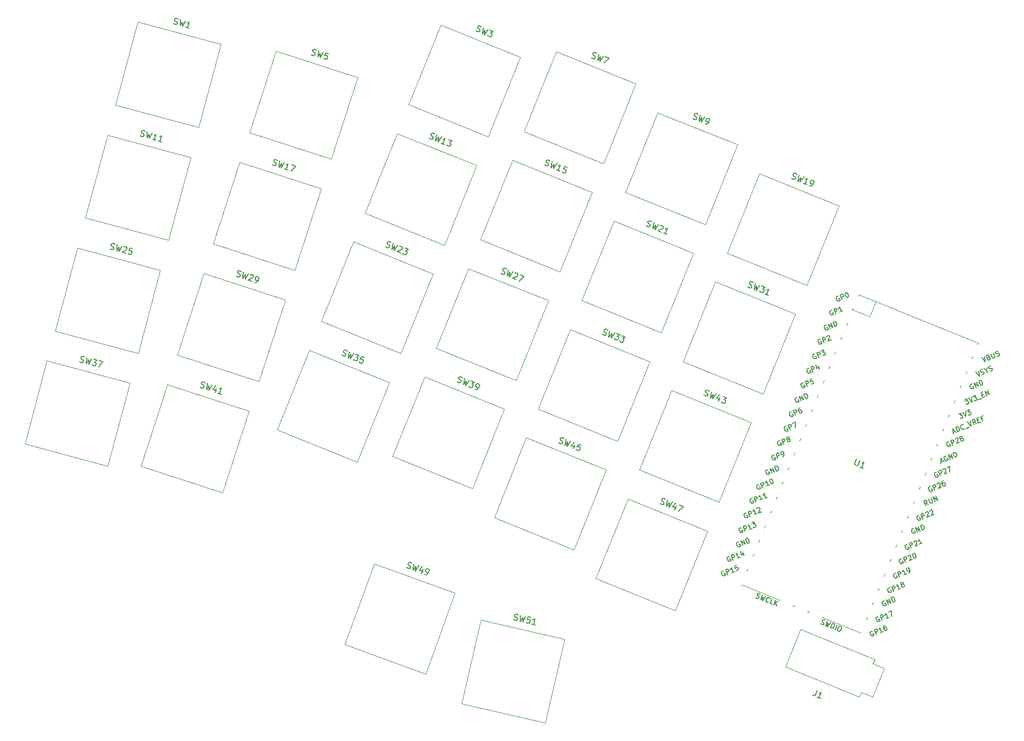
<source format=gbr>
%TF.GenerationSoftware,KiCad,Pcbnew,9.0.5*%
%TF.CreationDate,2025-10-09T16:25:36-06:00*%
%TF.ProjectId,ergo-kola (left),6572676f-2d6b-46f6-9c61-20286c656674,rev?*%
%TF.SameCoordinates,Original*%
%TF.FileFunction,Legend,Top*%
%TF.FilePolarity,Positive*%
%FSLAX46Y46*%
G04 Gerber Fmt 4.6, Leading zero omitted, Abs format (unit mm)*
G04 Created by KiCad (PCBNEW 9.0.5) date 2025-10-09 16:25:36*
%MOMM*%
%LPD*%
G01*
G04 APERTURE LIST*
%ADD10C,0.150000*%
%ADD11C,0.120000*%
G04 APERTURE END LIST*
D10*
X113435811Y-126892048D02*
X113564294Y-126970582D01*
X113564294Y-126970582D02*
X113796287Y-127024142D01*
X113796287Y-127024142D02*
X113899796Y-126999167D01*
X113899796Y-126999167D02*
X113956907Y-126963481D01*
X113956907Y-126963481D02*
X114024729Y-126881395D01*
X114024729Y-126881395D02*
X114046153Y-126788598D01*
X114046153Y-126788598D02*
X114021179Y-126685089D01*
X114021179Y-126685089D02*
X113985492Y-126627979D01*
X113985492Y-126627979D02*
X113903407Y-126560156D01*
X113903407Y-126560156D02*
X113728524Y-126470910D01*
X113728524Y-126470910D02*
X113646439Y-126403087D01*
X113646439Y-126403087D02*
X113610753Y-126345977D01*
X113610753Y-126345977D02*
X113585778Y-126242468D01*
X113585778Y-126242468D02*
X113607202Y-126149671D01*
X113607202Y-126149671D02*
X113675024Y-126067585D01*
X113675024Y-126067585D02*
X113732135Y-126031899D01*
X113732135Y-126031899D02*
X113835644Y-126006924D01*
X113835644Y-126006924D02*
X114067637Y-126060484D01*
X114067637Y-126060484D02*
X114196121Y-126139018D01*
X114531623Y-126167603D02*
X114538664Y-127195533D01*
X114538664Y-127195533D02*
X114884938Y-126542402D01*
X114884938Y-126542402D02*
X114909853Y-127281229D01*
X114909853Y-127281229D02*
X115366797Y-126360419D01*
X116201971Y-126553234D02*
X115737985Y-126446114D01*
X115737985Y-126446114D02*
X115584467Y-126899388D01*
X115584467Y-126899388D02*
X115641578Y-126863701D01*
X115641578Y-126863701D02*
X115745087Y-126838727D01*
X115745087Y-126838727D02*
X115977080Y-126892286D01*
X115977080Y-126892286D02*
X116059165Y-126960109D01*
X116059165Y-126960109D02*
X116094852Y-127017219D01*
X116094852Y-127017219D02*
X116119826Y-127120729D01*
X116119826Y-127120729D02*
X116066267Y-127352721D01*
X116066267Y-127352721D02*
X115998444Y-127434807D01*
X115998444Y-127434807D02*
X115941334Y-127470493D01*
X115941334Y-127470493D02*
X115837824Y-127495468D01*
X115837824Y-127495468D02*
X115605832Y-127441908D01*
X115605832Y-127441908D02*
X115523746Y-127374086D01*
X115523746Y-127374086D02*
X115488060Y-127316975D01*
X116951390Y-127752555D02*
X116394607Y-127624011D01*
X116672999Y-127688283D02*
X116897950Y-126713913D01*
X116897950Y-126713913D02*
X116773017Y-126831685D01*
X116773017Y-126831685D02*
X116658796Y-126903058D01*
X116658796Y-126903058D02*
X116555287Y-126928033D01*
X111356011Y-70449691D02*
X111470628Y-70547358D01*
X111470628Y-70547358D02*
X111691386Y-70636550D01*
X111691386Y-70636550D02*
X111797528Y-70628075D01*
X111797528Y-70628075D02*
X111859518Y-70601762D01*
X111859518Y-70601762D02*
X111939346Y-70531297D01*
X111939346Y-70531297D02*
X111975023Y-70442994D01*
X111975023Y-70442994D02*
X111966548Y-70336852D01*
X111966548Y-70336852D02*
X111940235Y-70274862D01*
X111940235Y-70274862D02*
X111869770Y-70195034D01*
X111869770Y-70195034D02*
X111711002Y-70079529D01*
X111711002Y-70079529D02*
X111640537Y-69999700D01*
X111640537Y-69999700D02*
X111614224Y-69937710D01*
X111614224Y-69937710D02*
X111605749Y-69831569D01*
X111605749Y-69831569D02*
X111641426Y-69743265D01*
X111641426Y-69743265D02*
X111721254Y-69672801D01*
X111721254Y-69672801D02*
X111783244Y-69646487D01*
X111783244Y-69646487D02*
X111889386Y-69638013D01*
X111889386Y-69638013D02*
X112110144Y-69727205D01*
X112110144Y-69727205D02*
X112224761Y-69824871D01*
X112551660Y-69905589D02*
X112397812Y-70921965D01*
X112397812Y-70921965D02*
X112841994Y-70331044D01*
X112841994Y-70331044D02*
X112751025Y-71064672D01*
X112751025Y-71064672D02*
X113346389Y-70226680D01*
X113619774Y-70439852D02*
X113681764Y-70413539D01*
X113681764Y-70413539D02*
X113787905Y-70405064D01*
X113787905Y-70405064D02*
X114008663Y-70494256D01*
X114008663Y-70494256D02*
X114079128Y-70574085D01*
X114079128Y-70574085D02*
X114105441Y-70636075D01*
X114105441Y-70636075D02*
X114113916Y-70742216D01*
X114113916Y-70742216D02*
X114078239Y-70830520D01*
X114078239Y-70830520D02*
X113980573Y-70945136D01*
X113980573Y-70945136D02*
X113236692Y-71260894D01*
X113236692Y-71260894D02*
X113810663Y-71492794D01*
X114494331Y-70690479D02*
X115112454Y-70940216D01*
X115112454Y-70940216D02*
X114340483Y-71706855D01*
X162854633Y-138442100D02*
X162587057Y-139104374D01*
X162587057Y-139104374D02*
X162489390Y-139218990D01*
X162489390Y-139218990D02*
X162365410Y-139271617D01*
X162365410Y-139271617D02*
X162215117Y-139262253D01*
X162215117Y-139262253D02*
X162126814Y-139226576D01*
X163407211Y-139743890D02*
X162877392Y-139529829D01*
X163142301Y-139636860D02*
X163516908Y-138709676D01*
X163516908Y-138709676D02*
X163375089Y-138806454D01*
X163375089Y-138806454D02*
X163251109Y-138859080D01*
X163251109Y-138859080D02*
X163144968Y-138867555D01*
X118492256Y-52786836D02*
X118606873Y-52884503D01*
X118606873Y-52884503D02*
X118827631Y-52973695D01*
X118827631Y-52973695D02*
X118933773Y-52965220D01*
X118933773Y-52965220D02*
X118995763Y-52938907D01*
X118995763Y-52938907D02*
X119075591Y-52868442D01*
X119075591Y-52868442D02*
X119111268Y-52780139D01*
X119111268Y-52780139D02*
X119102793Y-52673997D01*
X119102793Y-52673997D02*
X119076480Y-52612007D01*
X119076480Y-52612007D02*
X119006015Y-52532179D01*
X119006015Y-52532179D02*
X118847247Y-52416674D01*
X118847247Y-52416674D02*
X118776782Y-52336845D01*
X118776782Y-52336845D02*
X118750469Y-52274855D01*
X118750469Y-52274855D02*
X118741994Y-52168714D01*
X118741994Y-52168714D02*
X118777671Y-52080410D01*
X118777671Y-52080410D02*
X118857499Y-52009946D01*
X118857499Y-52009946D02*
X118919489Y-51983632D01*
X118919489Y-51983632D02*
X119025631Y-51975158D01*
X119025631Y-51975158D02*
X119246389Y-52064350D01*
X119246389Y-52064350D02*
X119361006Y-52162016D01*
X119687905Y-52242734D02*
X119534057Y-53259110D01*
X119534057Y-53259110D02*
X119978239Y-52668189D01*
X119978239Y-52668189D02*
X119887270Y-53401817D01*
X119887270Y-53401817D02*
X120482634Y-52563825D01*
X120946908Y-53829939D02*
X120417089Y-53615878D01*
X120681999Y-53722908D02*
X121056605Y-52795724D01*
X121056605Y-52795724D02*
X120914787Y-52892502D01*
X120914787Y-52892502D02*
X120790807Y-52945129D01*
X120790807Y-52945129D02*
X120684665Y-52953604D01*
X122160395Y-53241685D02*
X121718879Y-53063301D01*
X121718879Y-53063301D02*
X121496344Y-53486978D01*
X121496344Y-53486978D02*
X121558334Y-53460665D01*
X121558334Y-53460665D02*
X121664475Y-53452190D01*
X121664475Y-53452190D02*
X121885233Y-53541382D01*
X121885233Y-53541382D02*
X121955698Y-53621211D01*
X121955698Y-53621211D02*
X121982011Y-53683201D01*
X121982011Y-53683201D02*
X121990486Y-53789342D01*
X121990486Y-53789342D02*
X121901294Y-54010100D01*
X121901294Y-54010100D02*
X121821466Y-54080565D01*
X121821466Y-54080565D02*
X121759476Y-54106878D01*
X121759476Y-54106878D02*
X121653334Y-54115353D01*
X121653334Y-54115353D02*
X121432576Y-54026161D01*
X121432576Y-54026161D02*
X121362111Y-53946333D01*
X121362111Y-53946333D02*
X121335798Y-53884343D01*
X142606122Y-45227492D02*
X142720738Y-45325158D01*
X142720738Y-45325158D02*
X142941497Y-45414350D01*
X142941497Y-45414350D02*
X143047638Y-45405876D01*
X143047638Y-45405876D02*
X143109628Y-45379562D01*
X143109628Y-45379562D02*
X143189457Y-45309098D01*
X143189457Y-45309098D02*
X143225133Y-45220794D01*
X143225133Y-45220794D02*
X143216659Y-45114653D01*
X143216659Y-45114653D02*
X143190345Y-45052663D01*
X143190345Y-45052663D02*
X143119881Y-44972834D01*
X143119881Y-44972834D02*
X142961113Y-44857329D01*
X142961113Y-44857329D02*
X142890648Y-44777501D01*
X142890648Y-44777501D02*
X142864335Y-44715511D01*
X142864335Y-44715511D02*
X142855860Y-44609369D01*
X142855860Y-44609369D02*
X142891537Y-44521066D01*
X142891537Y-44521066D02*
X142971365Y-44450601D01*
X142971365Y-44450601D02*
X143033355Y-44424288D01*
X143033355Y-44424288D02*
X143139497Y-44415813D01*
X143139497Y-44415813D02*
X143360255Y-44505005D01*
X143360255Y-44505005D02*
X143474871Y-44602672D01*
X143801771Y-44683389D02*
X143647922Y-45699765D01*
X143647922Y-45699765D02*
X144092105Y-45108844D01*
X144092105Y-45108844D02*
X144001135Y-45842472D01*
X144001135Y-45842472D02*
X144596500Y-45004480D01*
X144619258Y-46092210D02*
X144795864Y-46163564D01*
X144795864Y-46163564D02*
X144902006Y-46155089D01*
X144902006Y-46155089D02*
X144963996Y-46128776D01*
X144963996Y-46128776D02*
X145105814Y-46031998D01*
X145105814Y-46031998D02*
X145221320Y-45873229D01*
X145221320Y-45873229D02*
X145364027Y-45520017D01*
X145364027Y-45520017D02*
X145355552Y-45413875D01*
X145355552Y-45413875D02*
X145329239Y-45351885D01*
X145329239Y-45351885D02*
X145258774Y-45272057D01*
X145258774Y-45272057D02*
X145082168Y-45200703D01*
X145082168Y-45200703D02*
X144976026Y-45209178D01*
X144976026Y-45209178D02*
X144914036Y-45235491D01*
X144914036Y-45235491D02*
X144834207Y-45305956D01*
X144834207Y-45305956D02*
X144745015Y-45526714D01*
X144745015Y-45526714D02*
X144753490Y-45632855D01*
X144753490Y-45632855D02*
X144779803Y-45694845D01*
X144779803Y-45694845D02*
X144850268Y-45774674D01*
X144850268Y-45774674D02*
X145026875Y-45846027D01*
X145026875Y-45846027D02*
X145133016Y-45837553D01*
X145133016Y-45837553D02*
X145195006Y-45811239D01*
X145195006Y-45811239D02*
X145274835Y-45740775D01*
X144428164Y-90299943D02*
X144542781Y-90397610D01*
X144542781Y-90397610D02*
X144763539Y-90486802D01*
X144763539Y-90486802D02*
X144869681Y-90478327D01*
X144869681Y-90478327D02*
X144931671Y-90452014D01*
X144931671Y-90452014D02*
X145011499Y-90381549D01*
X145011499Y-90381549D02*
X145047176Y-90293246D01*
X145047176Y-90293246D02*
X145038701Y-90187104D01*
X145038701Y-90187104D02*
X145012388Y-90125114D01*
X145012388Y-90125114D02*
X144941923Y-90045286D01*
X144941923Y-90045286D02*
X144783155Y-89929781D01*
X144783155Y-89929781D02*
X144712690Y-89849952D01*
X144712690Y-89849952D02*
X144686377Y-89787962D01*
X144686377Y-89787962D02*
X144677902Y-89681821D01*
X144677902Y-89681821D02*
X144713579Y-89593517D01*
X144713579Y-89593517D02*
X144793407Y-89523053D01*
X144793407Y-89523053D02*
X144855397Y-89496739D01*
X144855397Y-89496739D02*
X144961539Y-89488265D01*
X144961539Y-89488265D02*
X145182297Y-89577457D01*
X145182297Y-89577457D02*
X145296914Y-89675123D01*
X145623813Y-89755841D02*
X145469965Y-90772217D01*
X145469965Y-90772217D02*
X145914147Y-90181296D01*
X145914147Y-90181296D02*
X145823178Y-90914924D01*
X145823178Y-90914924D02*
X146418542Y-90076932D01*
X147044251Y-90689246D02*
X146794513Y-91307369D01*
X146966200Y-90246841D02*
X146477866Y-90819924D01*
X146477866Y-90819924D02*
X147051837Y-91051823D01*
X147566484Y-90540731D02*
X148140455Y-90772630D01*
X148140455Y-90772630D02*
X147688687Y-91000974D01*
X147688687Y-91000974D02*
X147821141Y-91054489D01*
X147821141Y-91054489D02*
X147891606Y-91134318D01*
X147891606Y-91134318D02*
X147917919Y-91196308D01*
X147917919Y-91196308D02*
X147926394Y-91302449D01*
X147926394Y-91302449D02*
X147837202Y-91523207D01*
X147837202Y-91523207D02*
X147757374Y-91593672D01*
X147757374Y-91593672D02*
X147695384Y-91619985D01*
X147695384Y-91619985D02*
X147589242Y-91628460D01*
X147589242Y-91628460D02*
X147324332Y-91521430D01*
X147324332Y-91521430D02*
X147253868Y-91441601D01*
X147253868Y-91441601D02*
X147227554Y-91379611D01*
X127892078Y-80374817D02*
X128006695Y-80472484D01*
X128006695Y-80472484D02*
X128227453Y-80561676D01*
X128227453Y-80561676D02*
X128333595Y-80553201D01*
X128333595Y-80553201D02*
X128395585Y-80526888D01*
X128395585Y-80526888D02*
X128475413Y-80456423D01*
X128475413Y-80456423D02*
X128511090Y-80368120D01*
X128511090Y-80368120D02*
X128502615Y-80261978D01*
X128502615Y-80261978D02*
X128476302Y-80199988D01*
X128476302Y-80199988D02*
X128405837Y-80120160D01*
X128405837Y-80120160D02*
X128247069Y-80004655D01*
X128247069Y-80004655D02*
X128176604Y-79924826D01*
X128176604Y-79924826D02*
X128150291Y-79862836D01*
X128150291Y-79862836D02*
X128141816Y-79756695D01*
X128141816Y-79756695D02*
X128177493Y-79668391D01*
X128177493Y-79668391D02*
X128257321Y-79597927D01*
X128257321Y-79597927D02*
X128319311Y-79571613D01*
X128319311Y-79571613D02*
X128425453Y-79563139D01*
X128425453Y-79563139D02*
X128646211Y-79652331D01*
X128646211Y-79652331D02*
X128760828Y-79749997D01*
X129087727Y-79830715D02*
X128933879Y-80847091D01*
X128933879Y-80847091D02*
X129378061Y-80256170D01*
X129378061Y-80256170D02*
X129287092Y-80989798D01*
X129287092Y-80989798D02*
X129882456Y-80151806D01*
X130147366Y-80258837D02*
X130721337Y-80490736D01*
X130721337Y-80490736D02*
X130269568Y-80719080D01*
X130269568Y-80719080D02*
X130402023Y-80772595D01*
X130402023Y-80772595D02*
X130472488Y-80852424D01*
X130472488Y-80852424D02*
X130498801Y-80914414D01*
X130498801Y-80914414D02*
X130507276Y-81020555D01*
X130507276Y-81020555D02*
X130418084Y-81241313D01*
X130418084Y-81241313D02*
X130338255Y-81311778D01*
X130338255Y-81311778D02*
X130276265Y-81338091D01*
X130276265Y-81338091D02*
X130170124Y-81346566D01*
X130170124Y-81346566D02*
X129905214Y-81239536D01*
X129905214Y-81239536D02*
X129834749Y-81159707D01*
X129834749Y-81159707D02*
X129808436Y-81097717D01*
X131030398Y-80615605D02*
X131604369Y-80847504D01*
X131604369Y-80847504D02*
X131152601Y-81075848D01*
X131152601Y-81075848D02*
X131285055Y-81129363D01*
X131285055Y-81129363D02*
X131355520Y-81209192D01*
X131355520Y-81209192D02*
X131381833Y-81271182D01*
X131381833Y-81271182D02*
X131390308Y-81377323D01*
X131390308Y-81377323D02*
X131301116Y-81598081D01*
X131301116Y-81598081D02*
X131221288Y-81668546D01*
X131221288Y-81668546D02*
X131159298Y-81694859D01*
X131159298Y-81694859D02*
X131053156Y-81703334D01*
X131053156Y-81703334D02*
X130788246Y-81596304D01*
X130788246Y-81596304D02*
X130717782Y-81516475D01*
X130717782Y-81516475D02*
X130691468Y-81454485D01*
X104219748Y-88112546D02*
X104334365Y-88210213D01*
X104334365Y-88210213D02*
X104555123Y-88299405D01*
X104555123Y-88299405D02*
X104661265Y-88290930D01*
X104661265Y-88290930D02*
X104723255Y-88264617D01*
X104723255Y-88264617D02*
X104803083Y-88194152D01*
X104803083Y-88194152D02*
X104838760Y-88105849D01*
X104838760Y-88105849D02*
X104830285Y-87999707D01*
X104830285Y-87999707D02*
X104803972Y-87937717D01*
X104803972Y-87937717D02*
X104733507Y-87857889D01*
X104733507Y-87857889D02*
X104574739Y-87742384D01*
X104574739Y-87742384D02*
X104504274Y-87662555D01*
X104504274Y-87662555D02*
X104477961Y-87600565D01*
X104477961Y-87600565D02*
X104469486Y-87494424D01*
X104469486Y-87494424D02*
X104505163Y-87406120D01*
X104505163Y-87406120D02*
X104584991Y-87335656D01*
X104584991Y-87335656D02*
X104646981Y-87309342D01*
X104646981Y-87309342D02*
X104753123Y-87300868D01*
X104753123Y-87300868D02*
X104973881Y-87390060D01*
X104973881Y-87390060D02*
X105088498Y-87487726D01*
X105415397Y-87568444D02*
X105261549Y-88584820D01*
X105261549Y-88584820D02*
X105705731Y-87993899D01*
X105705731Y-87993899D02*
X105614762Y-88727527D01*
X105614762Y-88727527D02*
X106210126Y-87889535D01*
X106475036Y-87996566D02*
X107049007Y-88228465D01*
X107049007Y-88228465D02*
X106597238Y-88456809D01*
X106597238Y-88456809D02*
X106729693Y-88510324D01*
X106729693Y-88510324D02*
X106800158Y-88590153D01*
X106800158Y-88590153D02*
X106826471Y-88652143D01*
X106826471Y-88652143D02*
X106834946Y-88758284D01*
X106834946Y-88758284D02*
X106745754Y-88979042D01*
X106745754Y-88979042D02*
X106665925Y-89049507D01*
X106665925Y-89049507D02*
X106603935Y-89075820D01*
X106603935Y-89075820D02*
X106497794Y-89084295D01*
X106497794Y-89084295D02*
X106232884Y-88977265D01*
X106232884Y-88977265D02*
X106162419Y-88897436D01*
X106162419Y-88897436D02*
X106136106Y-88835446D01*
X107115916Y-89334033D02*
X107292523Y-89405386D01*
X107292523Y-89405386D02*
X107398664Y-89396912D01*
X107398664Y-89396912D02*
X107460654Y-89370598D01*
X107460654Y-89370598D02*
X107602473Y-89273820D01*
X107602473Y-89273820D02*
X107717978Y-89115052D01*
X107717978Y-89115052D02*
X107860685Y-88761840D01*
X107860685Y-88761840D02*
X107852211Y-88655698D01*
X107852211Y-88655698D02*
X107825897Y-88593708D01*
X107825897Y-88593708D02*
X107755433Y-88513879D01*
X107755433Y-88513879D02*
X107578826Y-88442526D01*
X107578826Y-88442526D02*
X107472685Y-88451001D01*
X107472685Y-88451001D02*
X107410695Y-88477314D01*
X107410695Y-88477314D02*
X107330866Y-88547779D01*
X107330866Y-88547779D02*
X107241674Y-88768537D01*
X107241674Y-88768537D02*
X107250149Y-88874678D01*
X107250149Y-88874678D02*
X107276462Y-88936668D01*
X107276462Y-88936668D02*
X107346927Y-89016497D01*
X107346927Y-89016497D02*
X107523533Y-89087850D01*
X107523533Y-89087850D02*
X107629675Y-89079376D01*
X107629675Y-89079376D02*
X107691665Y-89053062D01*
X107691665Y-89053062D02*
X107771493Y-88982598D01*
X120755834Y-98037672D02*
X120870451Y-98135339D01*
X120870451Y-98135339D02*
X121091209Y-98224531D01*
X121091209Y-98224531D02*
X121197351Y-98216056D01*
X121197351Y-98216056D02*
X121259341Y-98189743D01*
X121259341Y-98189743D02*
X121339169Y-98119278D01*
X121339169Y-98119278D02*
X121374846Y-98030975D01*
X121374846Y-98030975D02*
X121366371Y-97924833D01*
X121366371Y-97924833D02*
X121340058Y-97862843D01*
X121340058Y-97862843D02*
X121269593Y-97783015D01*
X121269593Y-97783015D02*
X121110825Y-97667510D01*
X121110825Y-97667510D02*
X121040360Y-97587681D01*
X121040360Y-97587681D02*
X121014047Y-97525691D01*
X121014047Y-97525691D02*
X121005572Y-97419550D01*
X121005572Y-97419550D02*
X121041249Y-97331246D01*
X121041249Y-97331246D02*
X121121077Y-97260782D01*
X121121077Y-97260782D02*
X121183067Y-97234468D01*
X121183067Y-97234468D02*
X121289209Y-97225994D01*
X121289209Y-97225994D02*
X121509967Y-97315186D01*
X121509967Y-97315186D02*
X121624584Y-97412852D01*
X121951483Y-97493570D02*
X121797635Y-98509946D01*
X121797635Y-98509946D02*
X122241817Y-97919025D01*
X122241817Y-97919025D02*
X122150848Y-98652653D01*
X122150848Y-98652653D02*
X122746212Y-97814661D01*
X123371921Y-98426975D02*
X123122183Y-99045098D01*
X123293870Y-97984570D02*
X122805536Y-98557653D01*
X122805536Y-98557653D02*
X123379507Y-98789552D01*
X124423973Y-98492521D02*
X123982457Y-98314137D01*
X123982457Y-98314137D02*
X123759922Y-98737814D01*
X123759922Y-98737814D02*
X123821912Y-98711501D01*
X123821912Y-98711501D02*
X123928053Y-98703026D01*
X123928053Y-98703026D02*
X124148811Y-98792218D01*
X124148811Y-98792218D02*
X124219276Y-98872047D01*
X124219276Y-98872047D02*
X124245589Y-98934037D01*
X124245589Y-98934037D02*
X124254064Y-99040178D01*
X124254064Y-99040178D02*
X124164872Y-99260936D01*
X124164872Y-99260936D02*
X124085044Y-99331401D01*
X124085044Y-99331401D02*
X124023054Y-99357714D01*
X124023054Y-99357714D02*
X123916912Y-99366189D01*
X123916912Y-99366189D02*
X123696154Y-99276997D01*
X123696154Y-99276997D02*
X123625689Y-99197169D01*
X123625689Y-99197169D02*
X123599376Y-99135179D01*
X99702631Y-48439454D02*
X99817248Y-48537121D01*
X99817248Y-48537121D02*
X100038006Y-48626313D01*
X100038006Y-48626313D02*
X100144148Y-48617838D01*
X100144148Y-48617838D02*
X100206138Y-48591525D01*
X100206138Y-48591525D02*
X100285966Y-48521060D01*
X100285966Y-48521060D02*
X100321643Y-48432757D01*
X100321643Y-48432757D02*
X100313168Y-48326615D01*
X100313168Y-48326615D02*
X100286855Y-48264625D01*
X100286855Y-48264625D02*
X100216390Y-48184797D01*
X100216390Y-48184797D02*
X100057622Y-48069292D01*
X100057622Y-48069292D02*
X99987157Y-47989463D01*
X99987157Y-47989463D02*
X99960844Y-47927473D01*
X99960844Y-47927473D02*
X99952369Y-47821332D01*
X99952369Y-47821332D02*
X99988046Y-47733028D01*
X99988046Y-47733028D02*
X100067874Y-47662564D01*
X100067874Y-47662564D02*
X100129864Y-47636250D01*
X100129864Y-47636250D02*
X100236006Y-47627776D01*
X100236006Y-47627776D02*
X100456764Y-47716968D01*
X100456764Y-47716968D02*
X100571381Y-47814634D01*
X100898280Y-47895352D02*
X100744432Y-48911728D01*
X100744432Y-48911728D02*
X101188614Y-48320807D01*
X101188614Y-48320807D02*
X101097645Y-49054435D01*
X101097645Y-49054435D02*
X101693009Y-48216443D01*
X102157283Y-49482557D02*
X101627464Y-49268496D01*
X101892374Y-49375526D02*
X102266980Y-48448342D01*
X102266980Y-48448342D02*
X102125162Y-48545120D01*
X102125162Y-48545120D02*
X102001182Y-48597747D01*
X102001182Y-48597747D02*
X101895040Y-48606222D01*
X102840951Y-48680242D02*
X103414922Y-48912141D01*
X103414922Y-48912141D02*
X102963154Y-49140485D01*
X102963154Y-49140485D02*
X103095608Y-49194000D01*
X103095608Y-49194000D02*
X103166073Y-49273829D01*
X103166073Y-49273829D02*
X103192386Y-49335819D01*
X103192386Y-49335819D02*
X103200861Y-49441960D01*
X103200861Y-49441960D02*
X103111669Y-49662718D01*
X103111669Y-49662718D02*
X103031841Y-49733183D01*
X103031841Y-49733183D02*
X102969851Y-49759496D01*
X102969851Y-49759496D02*
X102863709Y-49767971D01*
X102863709Y-49767971D02*
X102598799Y-49660941D01*
X102598799Y-49660941D02*
X102528335Y-49581112D01*
X102528335Y-49581112D02*
X102502021Y-49519122D01*
X68239026Y-70885727D02*
X68360176Y-70975161D01*
X68360176Y-70975161D02*
X68586619Y-71048736D01*
X68586619Y-71048736D02*
X68691910Y-71032878D01*
X68691910Y-71032878D02*
X68751914Y-71002305D01*
X68751914Y-71002305D02*
X68826633Y-70926443D01*
X68826633Y-70926443D02*
X68856063Y-70835866D01*
X68856063Y-70835866D02*
X68840204Y-70730574D01*
X68840204Y-70730574D02*
X68809631Y-70670571D01*
X68809631Y-70670571D02*
X68733769Y-70595852D01*
X68733769Y-70595852D02*
X68567331Y-70491703D01*
X68567331Y-70491703D02*
X68491469Y-70416985D01*
X68491469Y-70416985D02*
X68460896Y-70356981D01*
X68460896Y-70356981D02*
X68445038Y-70251689D01*
X68445038Y-70251689D02*
X68474468Y-70161113D01*
X68474468Y-70161113D02*
X68549186Y-70085251D01*
X68549186Y-70085251D02*
X68609190Y-70054678D01*
X68609190Y-70054678D02*
X68714482Y-70038819D01*
X68714482Y-70038819D02*
X68940924Y-70112395D01*
X68940924Y-70112395D02*
X69062074Y-70201829D01*
X69393808Y-70259546D02*
X69311233Y-71284178D01*
X69311233Y-71284178D02*
X69713113Y-70663712D01*
X69713113Y-70663712D02*
X69673540Y-71401899D01*
X69673540Y-71401899D02*
X70208999Y-70524418D01*
X70496588Y-70718000D02*
X70556591Y-70687427D01*
X70556591Y-70687427D02*
X70661883Y-70671568D01*
X70661883Y-70671568D02*
X70888325Y-70745144D01*
X70888325Y-70745144D02*
X70964187Y-70819862D01*
X70964187Y-70819862D02*
X70994760Y-70879866D01*
X70994760Y-70879866D02*
X71010619Y-70985158D01*
X71010619Y-70985158D02*
X70981188Y-71075735D01*
X70981188Y-71075735D02*
X70891755Y-71196885D01*
X70891755Y-71196885D02*
X70171713Y-71563765D01*
X70171713Y-71563765D02*
X70760462Y-71755061D01*
X71213346Y-71902212D02*
X71394500Y-71961072D01*
X71394500Y-71961072D02*
X71499792Y-71945214D01*
X71499792Y-71945214D02*
X71559795Y-71914641D01*
X71559795Y-71914641D02*
X71694517Y-71808206D01*
X71694517Y-71808206D02*
X71798666Y-71641767D01*
X71798666Y-71641767D02*
X71916387Y-71279460D01*
X71916387Y-71279460D02*
X71900528Y-71174168D01*
X71900528Y-71174168D02*
X71869955Y-71114164D01*
X71869955Y-71114164D02*
X71794093Y-71039446D01*
X71794093Y-71039446D02*
X71612940Y-70980585D01*
X71612940Y-70980585D02*
X71507648Y-70996444D01*
X71507648Y-70996444D02*
X71447644Y-71027017D01*
X71447644Y-71027017D02*
X71372926Y-71102879D01*
X71372926Y-71102879D02*
X71299350Y-71329321D01*
X71299350Y-71329321D02*
X71315209Y-71434613D01*
X71315209Y-71434613D02*
X71345782Y-71494616D01*
X71345782Y-71494616D02*
X71421644Y-71569335D01*
X71421644Y-71569335D02*
X71602797Y-71628195D01*
X71602797Y-71628195D02*
X71708089Y-71612337D01*
X71708089Y-71612337D02*
X71768093Y-71581764D01*
X71768093Y-71581764D02*
X71842811Y-71505902D01*
X42747257Y-84860324D02*
X42872921Y-84943295D01*
X42872921Y-84943295D02*
X43102904Y-85004918D01*
X43102904Y-85004918D02*
X43207221Y-84983571D01*
X43207221Y-84983571D02*
X43265542Y-84949900D01*
X43265542Y-84949900D02*
X43336188Y-84870231D01*
X43336188Y-84870231D02*
X43360838Y-84778239D01*
X43360838Y-84778239D02*
X43339491Y-84673921D01*
X43339491Y-84673921D02*
X43305819Y-84615600D01*
X43305819Y-84615600D02*
X43226151Y-84544954D01*
X43226151Y-84544954D02*
X43054490Y-84449658D01*
X43054490Y-84449658D02*
X42974821Y-84379013D01*
X42974821Y-84379013D02*
X42941150Y-84320691D01*
X42941150Y-84320691D02*
X42919803Y-84216374D01*
X42919803Y-84216374D02*
X42944452Y-84124381D01*
X42944452Y-84124381D02*
X43015098Y-84044713D01*
X43015098Y-84044713D02*
X43073419Y-84011041D01*
X43073419Y-84011041D02*
X43177737Y-83989694D01*
X43177737Y-83989694D02*
X43407719Y-84051317D01*
X43407719Y-84051317D02*
X43533384Y-84134288D01*
X43867684Y-84174565D02*
X43838847Y-85202114D01*
X43838847Y-85202114D02*
X44207704Y-84561466D01*
X44207704Y-84561466D02*
X44206819Y-85300712D01*
X44206819Y-85300712D02*
X44695620Y-84396409D01*
X44971599Y-84470358D02*
X45569553Y-84630579D01*
X45569553Y-84630579D02*
X45148980Y-84912278D01*
X45148980Y-84912278D02*
X45286969Y-84949252D01*
X45286969Y-84949252D02*
X45366638Y-85019898D01*
X45366638Y-85019898D02*
X45400309Y-85078219D01*
X45400309Y-85078219D02*
X45421656Y-85182537D01*
X45421656Y-85182537D02*
X45360033Y-85412519D01*
X45360033Y-85412519D02*
X45289387Y-85492187D01*
X45289387Y-85492187D02*
X45231066Y-85525859D01*
X45231066Y-85525859D02*
X45126748Y-85547206D01*
X45126748Y-85547206D02*
X44850769Y-85473258D01*
X44850769Y-85473258D02*
X44771101Y-85402612D01*
X44771101Y-85402612D02*
X44737429Y-85344291D01*
X45891528Y-84716852D02*
X46535479Y-84889398D01*
X46535479Y-84889398D02*
X45862692Y-85744401D01*
X169277723Y-100713568D02*
X168974470Y-101464145D01*
X168974470Y-101464145D02*
X168982945Y-101570287D01*
X168982945Y-101570287D02*
X169009258Y-101632277D01*
X169009258Y-101632277D02*
X169079723Y-101712105D01*
X169079723Y-101712105D02*
X169256329Y-101783459D01*
X169256329Y-101783459D02*
X169362471Y-101774984D01*
X169362471Y-101774984D02*
X169424461Y-101748671D01*
X169424461Y-101748671D02*
X169504289Y-101678206D01*
X169504289Y-101678206D02*
X169807542Y-100927629D01*
X170360120Y-102229419D02*
X169830300Y-102015358D01*
X170095210Y-102122389D02*
X170469817Y-101195205D01*
X170469817Y-101195205D02*
X170327998Y-101291983D01*
X170327998Y-101291983D02*
X170204018Y-101344609D01*
X170204018Y-101344609D02*
X170097876Y-101353084D01*
X160560077Y-88322269D02*
X160475058Y-88316972D01*
X160475058Y-88316972D02*
X160369858Y-88361627D01*
X160369858Y-88361627D02*
X160279542Y-88441349D01*
X160279542Y-88441349D02*
X160239179Y-88541252D01*
X160239179Y-88541252D02*
X160233882Y-88626271D01*
X160233882Y-88626271D02*
X160258355Y-88781424D01*
X160258355Y-88781424D02*
X160303010Y-88886624D01*
X160303010Y-88886624D02*
X160397617Y-89012006D01*
X160397617Y-89012006D02*
X160462454Y-89067255D01*
X160462454Y-89067255D02*
X160562357Y-89107619D01*
X160562357Y-89107619D02*
X160682443Y-89098031D01*
X160682443Y-89098031D02*
X160752577Y-89068261D01*
X160752577Y-89068261D02*
X160842892Y-88988539D01*
X160842892Y-88988539D02*
X160863074Y-88938587D01*
X160863074Y-88938587D02*
X160758879Y-88693119D01*
X160758879Y-88693119D02*
X160618612Y-88752659D01*
X161208446Y-88874756D02*
X160895861Y-88138352D01*
X160895861Y-88138352D02*
X161176396Y-88019272D01*
X161176396Y-88019272D02*
X161261414Y-88024569D01*
X161261414Y-88024569D02*
X161311366Y-88044751D01*
X161311366Y-88044751D02*
X161376203Y-88099999D01*
X161376203Y-88099999D02*
X161420858Y-88205200D01*
X161420858Y-88205200D02*
X161415561Y-88290219D01*
X161415561Y-88290219D02*
X161395379Y-88340171D01*
X161395379Y-88340171D02*
X161340130Y-88405007D01*
X161340130Y-88405007D02*
X161059596Y-88524087D01*
X161982933Y-87676917D02*
X161632265Y-87825767D01*
X161632265Y-87825767D02*
X161746048Y-88191321D01*
X161746048Y-88191321D02*
X161766230Y-88141369D01*
X161766230Y-88141369D02*
X161821478Y-88076532D01*
X161821478Y-88076532D02*
X161996813Y-88002107D01*
X161996813Y-88002107D02*
X162081831Y-88007404D01*
X162081831Y-88007404D02*
X162131783Y-88027586D01*
X162131783Y-88027586D02*
X162196620Y-88082834D01*
X162196620Y-88082834D02*
X162271045Y-88258169D01*
X162271045Y-88258169D02*
X162265748Y-88343187D01*
X162265748Y-88343187D02*
X162245566Y-88393139D01*
X162245566Y-88393139D02*
X162190317Y-88457976D01*
X162190317Y-88457976D02*
X162014983Y-88532401D01*
X162014983Y-88532401D02*
X161929965Y-88527104D01*
X161929965Y-88527104D02*
X161880013Y-88506922D01*
X178551913Y-112057365D02*
X178466894Y-112052068D01*
X178466894Y-112052068D02*
X178361693Y-112096723D01*
X178361693Y-112096723D02*
X178271378Y-112176445D01*
X178271378Y-112176445D02*
X178231014Y-112276348D01*
X178231014Y-112276348D02*
X178225717Y-112361367D01*
X178225717Y-112361367D02*
X178250190Y-112516519D01*
X178250190Y-112516519D02*
X178294845Y-112621720D01*
X178294845Y-112621720D02*
X178389452Y-112747102D01*
X178389452Y-112747102D02*
X178454289Y-112802351D01*
X178454289Y-112802351D02*
X178554193Y-112842715D01*
X178554193Y-112842715D02*
X178674278Y-112833127D01*
X178674278Y-112833127D02*
X178744412Y-112803357D01*
X178744412Y-112803357D02*
X178834727Y-112723635D01*
X178834727Y-112723635D02*
X178854909Y-112673683D01*
X178854909Y-112673683D02*
X178750714Y-112428215D01*
X178750714Y-112428215D02*
X178610447Y-112487755D01*
X179200281Y-112609852D02*
X178887696Y-111873448D01*
X178887696Y-111873448D02*
X179621083Y-112431232D01*
X179621083Y-112431232D02*
X179308498Y-111694828D01*
X179971752Y-112282382D02*
X179659167Y-111545978D01*
X179659167Y-111545978D02*
X179834501Y-111471553D01*
X179834501Y-111471553D02*
X179954586Y-111461965D01*
X179954586Y-111461965D02*
X180054490Y-111502329D01*
X180054490Y-111502329D02*
X180119327Y-111557577D01*
X180119327Y-111557577D02*
X180213934Y-111682960D01*
X180213934Y-111682960D02*
X180258589Y-111788160D01*
X180258589Y-111788160D02*
X180283062Y-111943313D01*
X180283062Y-111943313D02*
X180277765Y-112028331D01*
X180277765Y-112028331D02*
X180237401Y-112128235D01*
X180237401Y-112128235D02*
X180147086Y-112207957D01*
X180147086Y-112207957D02*
X179971752Y-112282382D01*
X173794410Y-123832600D02*
X173709391Y-123827303D01*
X173709391Y-123827303D02*
X173604190Y-123871958D01*
X173604190Y-123871958D02*
X173513875Y-123951680D01*
X173513875Y-123951680D02*
X173473511Y-124051583D01*
X173473511Y-124051583D02*
X173468214Y-124136602D01*
X173468214Y-124136602D02*
X173492687Y-124291754D01*
X173492687Y-124291754D02*
X173537342Y-124396955D01*
X173537342Y-124396955D02*
X173631949Y-124522337D01*
X173631949Y-124522337D02*
X173696786Y-124577586D01*
X173696786Y-124577586D02*
X173796690Y-124617950D01*
X173796690Y-124617950D02*
X173916775Y-124608362D01*
X173916775Y-124608362D02*
X173986909Y-124578592D01*
X173986909Y-124578592D02*
X174077224Y-124498870D01*
X174077224Y-124498870D02*
X174097406Y-124448918D01*
X174097406Y-124448918D02*
X173993211Y-124203450D01*
X173993211Y-124203450D02*
X173852944Y-124262990D01*
X174442778Y-124385087D02*
X174130193Y-123648683D01*
X174130193Y-123648683D02*
X174863580Y-124206467D01*
X174863580Y-124206467D02*
X174550995Y-123470063D01*
X175214249Y-124057617D02*
X174901664Y-123321213D01*
X174901664Y-123321213D02*
X175076998Y-123246788D01*
X175076998Y-123246788D02*
X175197083Y-123237200D01*
X175197083Y-123237200D02*
X175296987Y-123277564D01*
X175296987Y-123277564D02*
X175361824Y-123332812D01*
X175361824Y-123332812D02*
X175456431Y-123458195D01*
X175456431Y-123458195D02*
X175501086Y-123563395D01*
X175501086Y-123563395D02*
X175525559Y-123718548D01*
X175525559Y-123718548D02*
X175520262Y-123803566D01*
X175520262Y-123803566D02*
X175479898Y-123903470D01*
X175479898Y-123903470D02*
X175389583Y-123983192D01*
X175389583Y-123983192D02*
X175214249Y-124057617D01*
X188066921Y-88506895D02*
X187981902Y-88501598D01*
X187981902Y-88501598D02*
X187876701Y-88546253D01*
X187876701Y-88546253D02*
X187786386Y-88625975D01*
X187786386Y-88625975D02*
X187746022Y-88725878D01*
X187746022Y-88725878D02*
X187740725Y-88810897D01*
X187740725Y-88810897D02*
X187765198Y-88966049D01*
X187765198Y-88966049D02*
X187809853Y-89071250D01*
X187809853Y-89071250D02*
X187904460Y-89196632D01*
X187904460Y-89196632D02*
X187969297Y-89251881D01*
X187969297Y-89251881D02*
X188069201Y-89292245D01*
X188069201Y-89292245D02*
X188189286Y-89282657D01*
X188189286Y-89282657D02*
X188259420Y-89252887D01*
X188259420Y-89252887D02*
X188349735Y-89173165D01*
X188349735Y-89173165D02*
X188369917Y-89123213D01*
X188369917Y-89123213D02*
X188265722Y-88877745D01*
X188265722Y-88877745D02*
X188125455Y-88937285D01*
X188715289Y-89059382D02*
X188402704Y-88322978D01*
X188402704Y-88322978D02*
X189136091Y-88880762D01*
X189136091Y-88880762D02*
X188823506Y-88144358D01*
X189486760Y-88731912D02*
X189174175Y-87995508D01*
X189174175Y-87995508D02*
X189349509Y-87921083D01*
X189349509Y-87921083D02*
X189469594Y-87911495D01*
X189469594Y-87911495D02*
X189569498Y-87951859D01*
X189569498Y-87951859D02*
X189634335Y-88007107D01*
X189634335Y-88007107D02*
X189728942Y-88132490D01*
X189728942Y-88132490D02*
X189773597Y-88237690D01*
X189773597Y-88237690D02*
X189798070Y-88392843D01*
X189798070Y-88392843D02*
X189792773Y-88477861D01*
X189792773Y-88477861D02*
X189752409Y-88577765D01*
X189752409Y-88577765D02*
X189662094Y-88657487D01*
X189662094Y-88657487D02*
X189486760Y-88731912D01*
X184275970Y-97920693D02*
X184190951Y-97915396D01*
X184190951Y-97915396D02*
X184085751Y-97960051D01*
X184085751Y-97960051D02*
X183995435Y-98039773D01*
X183995435Y-98039773D02*
X183955072Y-98139677D01*
X183955072Y-98139677D02*
X183949775Y-98224695D01*
X183949775Y-98224695D02*
X183974248Y-98379848D01*
X183974248Y-98379848D02*
X184018903Y-98485048D01*
X184018903Y-98485048D02*
X184113510Y-98610431D01*
X184113510Y-98610431D02*
X184178347Y-98665679D01*
X184178347Y-98665679D02*
X184278250Y-98706043D01*
X184278250Y-98706043D02*
X184398336Y-98696455D01*
X184398336Y-98696455D02*
X184468469Y-98666685D01*
X184468469Y-98666685D02*
X184558785Y-98586963D01*
X184558785Y-98586963D02*
X184578967Y-98537011D01*
X184578967Y-98537011D02*
X184474772Y-98291543D01*
X184474772Y-98291543D02*
X184334505Y-98351083D01*
X184924339Y-98473180D02*
X184611754Y-97736776D01*
X184611754Y-97736776D02*
X184892288Y-97617696D01*
X184892288Y-97617696D02*
X184977307Y-97622993D01*
X184977307Y-97622993D02*
X185027259Y-97643175D01*
X185027259Y-97643175D02*
X185092096Y-97698424D01*
X185092096Y-97698424D02*
X185136751Y-97803624D01*
X185136751Y-97803624D02*
X185131454Y-97888643D01*
X185131454Y-97888643D02*
X185111272Y-97938595D01*
X185111272Y-97938595D02*
X185056023Y-98003432D01*
X185056023Y-98003432D02*
X184775489Y-98122512D01*
X185342861Y-97509210D02*
X185363043Y-97459258D01*
X185363043Y-97459258D02*
X185418291Y-97394421D01*
X185418291Y-97394421D02*
X185593625Y-97319996D01*
X185593625Y-97319996D02*
X185678644Y-97325293D01*
X185678644Y-97325293D02*
X185728596Y-97345475D01*
X185728596Y-97345475D02*
X185793433Y-97400724D01*
X185793433Y-97400724D02*
X185823203Y-97470857D01*
X185823203Y-97470857D02*
X185832791Y-97590943D01*
X185832791Y-97590943D02*
X185590609Y-98190365D01*
X185590609Y-98190365D02*
X186046478Y-97996860D01*
X186288660Y-97397438D02*
X186203642Y-97392141D01*
X186203642Y-97392141D02*
X186153690Y-97371959D01*
X186153690Y-97371959D02*
X186088853Y-97316711D01*
X186088853Y-97316711D02*
X186073968Y-97281644D01*
X186073968Y-97281644D02*
X186079265Y-97196625D01*
X186079265Y-97196625D02*
X186099447Y-97146673D01*
X186099447Y-97146673D02*
X186154695Y-97081836D01*
X186154695Y-97081836D02*
X186294963Y-97022296D01*
X186294963Y-97022296D02*
X186379981Y-97027593D01*
X186379981Y-97027593D02*
X186429933Y-97047775D01*
X186429933Y-97047775D02*
X186494770Y-97103024D01*
X186494770Y-97103024D02*
X186509655Y-97138091D01*
X186509655Y-97138091D02*
X186504358Y-97223109D01*
X186504358Y-97223109D02*
X186484176Y-97273061D01*
X186484176Y-97273061D02*
X186428928Y-97337898D01*
X186428928Y-97337898D02*
X186288660Y-97397438D01*
X186288660Y-97397438D02*
X186233412Y-97462275D01*
X186233412Y-97462275D02*
X186213230Y-97512227D01*
X186213230Y-97512227D02*
X186207933Y-97597245D01*
X186207933Y-97597245D02*
X186267473Y-97737513D01*
X186267473Y-97737513D02*
X186332310Y-97792761D01*
X186332310Y-97792761D02*
X186382262Y-97812943D01*
X186382262Y-97812943D02*
X186467280Y-97818240D01*
X186467280Y-97818240D02*
X186607548Y-97758700D01*
X186607548Y-97758700D02*
X186662796Y-97693863D01*
X186662796Y-97693863D02*
X186682978Y-97643911D01*
X186682978Y-97643911D02*
X186688275Y-97558893D01*
X186688275Y-97558893D02*
X186628735Y-97418625D01*
X186628735Y-97418625D02*
X186563898Y-97363377D01*
X186563898Y-97363377D02*
X186513946Y-97343195D01*
X186513946Y-97343195D02*
X186428928Y-97337898D01*
X185864859Y-93433135D02*
X186320728Y-93239630D01*
X186320728Y-93239630D02*
X186194340Y-93624360D01*
X186194340Y-93624360D02*
X186299541Y-93579705D01*
X186299541Y-93579705D02*
X186384560Y-93585002D01*
X186384560Y-93585002D02*
X186434512Y-93605184D01*
X186434512Y-93605184D02*
X186499348Y-93660432D01*
X186499348Y-93660432D02*
X186573773Y-93835767D01*
X186573773Y-93835767D02*
X186568477Y-93920785D01*
X186568477Y-93920785D02*
X186548295Y-93970737D01*
X186548295Y-93970737D02*
X186493046Y-94035574D01*
X186493046Y-94035574D02*
X186282645Y-94124884D01*
X186282645Y-94124884D02*
X186197626Y-94119587D01*
X186197626Y-94119587D02*
X186147674Y-94099405D01*
X186531130Y-93150320D02*
X187089183Y-93782529D01*
X187089183Y-93782529D02*
X187022066Y-92941930D01*
X187197400Y-92867505D02*
X187653269Y-92674000D01*
X187653269Y-92674000D02*
X187526881Y-93058730D01*
X187526881Y-93058730D02*
X187632081Y-93014075D01*
X187632081Y-93014075D02*
X187717100Y-93019372D01*
X187717100Y-93019372D02*
X187767052Y-93039554D01*
X187767052Y-93039554D02*
X187831889Y-93094803D01*
X187831889Y-93094803D02*
X187906314Y-93270137D01*
X187906314Y-93270137D02*
X187901017Y-93355155D01*
X187901017Y-93355155D02*
X187880835Y-93405107D01*
X187880835Y-93405107D02*
X187825586Y-93469944D01*
X187825586Y-93469944D02*
X187615185Y-93559254D01*
X187615185Y-93559254D02*
X187530166Y-93553957D01*
X187530166Y-93553957D02*
X187480215Y-93533775D01*
X156754074Y-97742457D02*
X156669055Y-97737160D01*
X156669055Y-97737160D02*
X156563855Y-97781815D01*
X156563855Y-97781815D02*
X156473539Y-97861537D01*
X156473539Y-97861537D02*
X156433176Y-97961440D01*
X156433176Y-97961440D02*
X156427879Y-98046459D01*
X156427879Y-98046459D02*
X156452352Y-98201612D01*
X156452352Y-98201612D02*
X156497007Y-98306812D01*
X156497007Y-98306812D02*
X156591614Y-98432194D01*
X156591614Y-98432194D02*
X156656451Y-98487443D01*
X156656451Y-98487443D02*
X156756354Y-98527807D01*
X156756354Y-98527807D02*
X156876440Y-98518219D01*
X156876440Y-98518219D02*
X156946574Y-98488449D01*
X156946574Y-98488449D02*
X157036889Y-98408727D01*
X157036889Y-98408727D02*
X157057071Y-98358775D01*
X157057071Y-98358775D02*
X156952876Y-98113307D01*
X156952876Y-98113307D02*
X156812609Y-98172847D01*
X157402443Y-98294944D02*
X157089858Y-97558540D01*
X157089858Y-97558540D02*
X157370393Y-97439460D01*
X157370393Y-97439460D02*
X157455411Y-97444757D01*
X157455411Y-97444757D02*
X157505363Y-97464939D01*
X157505363Y-97464939D02*
X157570200Y-97520187D01*
X157570200Y-97520187D02*
X157614855Y-97625388D01*
X157614855Y-97625388D02*
X157609558Y-97710407D01*
X157609558Y-97710407D02*
X157589376Y-97760359D01*
X157589376Y-97760359D02*
X157534127Y-97825195D01*
X157534127Y-97825195D02*
X157253593Y-97944275D01*
X158065427Y-97516902D02*
X157980408Y-97511605D01*
X157980408Y-97511605D02*
X157930457Y-97491423D01*
X157930457Y-97491423D02*
X157865620Y-97436174D01*
X157865620Y-97436174D02*
X157850735Y-97401107D01*
X157850735Y-97401107D02*
X157856032Y-97316089D01*
X157856032Y-97316089D02*
X157876213Y-97266137D01*
X157876213Y-97266137D02*
X157931462Y-97201300D01*
X157931462Y-97201300D02*
X158071730Y-97141760D01*
X158071730Y-97141760D02*
X158156748Y-97147057D01*
X158156748Y-97147057D02*
X158206700Y-97167239D01*
X158206700Y-97167239D02*
X158271537Y-97222488D01*
X158271537Y-97222488D02*
X158286422Y-97257554D01*
X158286422Y-97257554D02*
X158281125Y-97342573D01*
X158281125Y-97342573D02*
X158260943Y-97392525D01*
X158260943Y-97392525D02*
X158205695Y-97457362D01*
X158205695Y-97457362D02*
X158065427Y-97516902D01*
X158065427Y-97516902D02*
X158010178Y-97581739D01*
X158010178Y-97581739D02*
X157989997Y-97631690D01*
X157989997Y-97631690D02*
X157984700Y-97716709D01*
X157984700Y-97716709D02*
X158044240Y-97856977D01*
X158044240Y-97856977D02*
X158109077Y-97912225D01*
X158109077Y-97912225D02*
X158159028Y-97932407D01*
X158159028Y-97932407D02*
X158244047Y-97937704D01*
X158244047Y-97937704D02*
X158384314Y-97878164D01*
X158384314Y-97878164D02*
X158439563Y-97813327D01*
X158439563Y-97813327D02*
X158459745Y-97763375D01*
X158459745Y-97763375D02*
X158465042Y-97678357D01*
X158465042Y-97678357D02*
X158405502Y-97538089D01*
X158405502Y-97538089D02*
X158340665Y-97482840D01*
X158340665Y-97482840D02*
X158290713Y-97462659D01*
X158290713Y-97462659D02*
X158205695Y-97457362D01*
X164331014Y-78916966D02*
X164245995Y-78911669D01*
X164245995Y-78911669D02*
X164140794Y-78956324D01*
X164140794Y-78956324D02*
X164050479Y-79036046D01*
X164050479Y-79036046D02*
X164010115Y-79135949D01*
X164010115Y-79135949D02*
X164004818Y-79220968D01*
X164004818Y-79220968D02*
X164029291Y-79376120D01*
X164029291Y-79376120D02*
X164073946Y-79481321D01*
X164073946Y-79481321D02*
X164168553Y-79606703D01*
X164168553Y-79606703D02*
X164233390Y-79661952D01*
X164233390Y-79661952D02*
X164333294Y-79702316D01*
X164333294Y-79702316D02*
X164453379Y-79692728D01*
X164453379Y-79692728D02*
X164523513Y-79662958D01*
X164523513Y-79662958D02*
X164613828Y-79583236D01*
X164613828Y-79583236D02*
X164634010Y-79533284D01*
X164634010Y-79533284D02*
X164529815Y-79287816D01*
X164529815Y-79287816D02*
X164389548Y-79347356D01*
X164979382Y-79469453D02*
X164666797Y-78733049D01*
X164666797Y-78733049D02*
X165400184Y-79290833D01*
X165400184Y-79290833D02*
X165087599Y-78554429D01*
X165750853Y-79141983D02*
X165438268Y-78405579D01*
X165438268Y-78405579D02*
X165613602Y-78331154D01*
X165613602Y-78331154D02*
X165733687Y-78321566D01*
X165733687Y-78321566D02*
X165833591Y-78361930D01*
X165833591Y-78361930D02*
X165898428Y-78417178D01*
X165898428Y-78417178D02*
X165993035Y-78542561D01*
X165993035Y-78542561D02*
X166037690Y-78647761D01*
X166037690Y-78647761D02*
X166062163Y-78802914D01*
X166062163Y-78802914D02*
X166056866Y-78887932D01*
X166056866Y-78887932D02*
X166016502Y-78987836D01*
X166016502Y-78987836D02*
X165926187Y-79067558D01*
X165926187Y-79067558D02*
X165750853Y-79141983D01*
X152881071Y-123284158D02*
X152972764Y-123362291D01*
X152972764Y-123362291D02*
X153149370Y-123433645D01*
X153149370Y-123433645D02*
X153234283Y-123426865D01*
X153234283Y-123426865D02*
X153283875Y-123405815D01*
X153283875Y-123405815D02*
X153347738Y-123349443D01*
X153347738Y-123349443D02*
X153376280Y-123278800D01*
X153376280Y-123278800D02*
X153369500Y-123193887D01*
X153369500Y-123193887D02*
X153348449Y-123144295D01*
X153348449Y-123144295D02*
X153292077Y-123080432D01*
X153292077Y-123080432D02*
X153165063Y-122988028D01*
X153165063Y-122988028D02*
X153108691Y-122924165D01*
X153108691Y-122924165D02*
X153087641Y-122874573D01*
X153087641Y-122874573D02*
X153080861Y-122789660D01*
X153080861Y-122789660D02*
X153109402Y-122719017D01*
X153109402Y-122719017D02*
X153173265Y-122662645D01*
X153173265Y-122662645D02*
X153222857Y-122641595D01*
X153222857Y-122641595D02*
X153307770Y-122634815D01*
X153307770Y-122634815D02*
X153484377Y-122706169D01*
X153484377Y-122706169D02*
X153576070Y-122784302D01*
X153837590Y-122848876D02*
X153714511Y-123661977D01*
X153714511Y-123661977D02*
X154069857Y-123189240D01*
X154069857Y-123189240D02*
X153997081Y-123776143D01*
X153997081Y-123776143D02*
X154473373Y-123105749D01*
X154908655Y-124062268D02*
X154859063Y-124083319D01*
X154859063Y-124083319D02*
X154738829Y-124075828D01*
X154738829Y-124075828D02*
X154668186Y-124047286D01*
X154668186Y-124047286D02*
X154576493Y-123969153D01*
X154576493Y-123969153D02*
X154534392Y-123869969D01*
X154534392Y-123869969D02*
X154527612Y-123785056D01*
X154527612Y-123785056D02*
X154549374Y-123629500D01*
X154549374Y-123629500D02*
X154592186Y-123523536D01*
X154592186Y-123523536D02*
X154684590Y-123396521D01*
X154684590Y-123396521D02*
X154748453Y-123340150D01*
X154748453Y-123340150D02*
X154847637Y-123298048D01*
X154847637Y-123298048D02*
X154967871Y-123305539D01*
X154967871Y-123305539D02*
X155038514Y-123334081D01*
X155038514Y-123334081D02*
X155130207Y-123412214D01*
X155130207Y-123412214D02*
X155151258Y-123461806D01*
X155551218Y-124404055D02*
X155198005Y-124261347D01*
X155198005Y-124261347D02*
X155497691Y-123519600D01*
X155798467Y-124503950D02*
X156098153Y-123762203D01*
X156222323Y-124675198D02*
X156075680Y-124122906D01*
X156522008Y-123933451D02*
X155926904Y-124186058D01*
X161511578Y-85967222D02*
X161426559Y-85961925D01*
X161426559Y-85961925D02*
X161321359Y-86006580D01*
X161321359Y-86006580D02*
X161231043Y-86086302D01*
X161231043Y-86086302D02*
X161190680Y-86186205D01*
X161190680Y-86186205D02*
X161185383Y-86271224D01*
X161185383Y-86271224D02*
X161209856Y-86426377D01*
X161209856Y-86426377D02*
X161254511Y-86531577D01*
X161254511Y-86531577D02*
X161349118Y-86656959D01*
X161349118Y-86656959D02*
X161413955Y-86712208D01*
X161413955Y-86712208D02*
X161513858Y-86752572D01*
X161513858Y-86752572D02*
X161633944Y-86742984D01*
X161633944Y-86742984D02*
X161704078Y-86713214D01*
X161704078Y-86713214D02*
X161794393Y-86633492D01*
X161794393Y-86633492D02*
X161814575Y-86583540D01*
X161814575Y-86583540D02*
X161710380Y-86338072D01*
X161710380Y-86338072D02*
X161570113Y-86397612D01*
X162159947Y-86519709D02*
X161847362Y-85783305D01*
X161847362Y-85783305D02*
X162127897Y-85664225D01*
X162127897Y-85664225D02*
X162212915Y-85669522D01*
X162212915Y-85669522D02*
X162262867Y-85689704D01*
X162262867Y-85689704D02*
X162327704Y-85744952D01*
X162327704Y-85744952D02*
X162372359Y-85850153D01*
X162372359Y-85850153D02*
X162367062Y-85935172D01*
X162367062Y-85935172D02*
X162346880Y-85985124D01*
X162346880Y-85985124D02*
X162291631Y-86049960D01*
X162291631Y-86049960D02*
X162011097Y-86169040D01*
X163003562Y-85582223D02*
X163211952Y-86073159D01*
X162709148Y-85376113D02*
X162757089Y-85976541D01*
X162757089Y-85976541D02*
X163212958Y-85783036D01*
X158657076Y-93032363D02*
X158572057Y-93027066D01*
X158572057Y-93027066D02*
X158466857Y-93071721D01*
X158466857Y-93071721D02*
X158376541Y-93151443D01*
X158376541Y-93151443D02*
X158336178Y-93251346D01*
X158336178Y-93251346D02*
X158330881Y-93336365D01*
X158330881Y-93336365D02*
X158355354Y-93491518D01*
X158355354Y-93491518D02*
X158400009Y-93596718D01*
X158400009Y-93596718D02*
X158494616Y-93722100D01*
X158494616Y-93722100D02*
X158559453Y-93777349D01*
X158559453Y-93777349D02*
X158659356Y-93817713D01*
X158659356Y-93817713D02*
X158779442Y-93808125D01*
X158779442Y-93808125D02*
X158849576Y-93778355D01*
X158849576Y-93778355D02*
X158939891Y-93698633D01*
X158939891Y-93698633D02*
X158960073Y-93648681D01*
X158960073Y-93648681D02*
X158855878Y-93403213D01*
X158855878Y-93403213D02*
X158715611Y-93462753D01*
X159305445Y-93584850D02*
X158992860Y-92848446D01*
X158992860Y-92848446D02*
X159273395Y-92729366D01*
X159273395Y-92729366D02*
X159358413Y-92734663D01*
X159358413Y-92734663D02*
X159408365Y-92754845D01*
X159408365Y-92754845D02*
X159473202Y-92810093D01*
X159473202Y-92810093D02*
X159517857Y-92915294D01*
X159517857Y-92915294D02*
X159512560Y-93000313D01*
X159512560Y-93000313D02*
X159492378Y-93050265D01*
X159492378Y-93050265D02*
X159437129Y-93115101D01*
X159437129Y-93115101D02*
X159156595Y-93234181D01*
X160044865Y-92401896D02*
X159904598Y-92461436D01*
X159904598Y-92461436D02*
X159849349Y-92526273D01*
X159849349Y-92526273D02*
X159829167Y-92576225D01*
X159829167Y-92576225D02*
X159803689Y-92711195D01*
X159803689Y-92711195D02*
X159828162Y-92866348D01*
X159828162Y-92866348D02*
X159947242Y-93146883D01*
X159947242Y-93146883D02*
X160012079Y-93202131D01*
X160012079Y-93202131D02*
X160062030Y-93222313D01*
X160062030Y-93222313D02*
X160147049Y-93227610D01*
X160147049Y-93227610D02*
X160287316Y-93168070D01*
X160287316Y-93168070D02*
X160342565Y-93103233D01*
X160342565Y-93103233D02*
X160362747Y-93053281D01*
X160362747Y-93053281D02*
X160368044Y-92968263D01*
X160368044Y-92968263D02*
X160293619Y-92792928D01*
X160293619Y-92792928D02*
X160228782Y-92737680D01*
X160228782Y-92737680D02*
X160178830Y-92717498D01*
X160178830Y-92717498D02*
X160093812Y-92712201D01*
X160093812Y-92712201D02*
X159953544Y-92771741D01*
X159953544Y-92771741D02*
X159898295Y-92836578D01*
X159898295Y-92836578D02*
X159878114Y-92886530D01*
X159878114Y-92886530D02*
X159872817Y-92971548D01*
X176568814Y-116996574D02*
X176483795Y-116991277D01*
X176483795Y-116991277D02*
X176378595Y-117035932D01*
X176378595Y-117035932D02*
X176288279Y-117115654D01*
X176288279Y-117115654D02*
X176247916Y-117215558D01*
X176247916Y-117215558D02*
X176242619Y-117300576D01*
X176242619Y-117300576D02*
X176267092Y-117455729D01*
X176267092Y-117455729D02*
X176311747Y-117560929D01*
X176311747Y-117560929D02*
X176406354Y-117686312D01*
X176406354Y-117686312D02*
X176471191Y-117741560D01*
X176471191Y-117741560D02*
X176571094Y-117781924D01*
X176571094Y-117781924D02*
X176691180Y-117772336D01*
X176691180Y-117772336D02*
X176761313Y-117742566D01*
X176761313Y-117742566D02*
X176851629Y-117662844D01*
X176851629Y-117662844D02*
X176871811Y-117612892D01*
X176871811Y-117612892D02*
X176767616Y-117367424D01*
X176767616Y-117367424D02*
X176627349Y-117426964D01*
X177217183Y-117549061D02*
X176904598Y-116812657D01*
X176904598Y-116812657D02*
X177185132Y-116693577D01*
X177185132Y-116693577D02*
X177270151Y-116698874D01*
X177270151Y-116698874D02*
X177320103Y-116719056D01*
X177320103Y-116719056D02*
X177384940Y-116774305D01*
X177384940Y-116774305D02*
X177429595Y-116879505D01*
X177429595Y-116879505D02*
X177424298Y-116964524D01*
X177424298Y-116964524D02*
X177404116Y-117014476D01*
X177404116Y-117014476D02*
X177348867Y-117079313D01*
X177348867Y-117079313D02*
X177068333Y-117198393D01*
X177635705Y-116585091D02*
X177655887Y-116535139D01*
X177655887Y-116535139D02*
X177711135Y-116470302D01*
X177711135Y-116470302D02*
X177886469Y-116395877D01*
X177886469Y-116395877D02*
X177971488Y-116401174D01*
X177971488Y-116401174D02*
X178021440Y-116421356D01*
X178021440Y-116421356D02*
X178086277Y-116476605D01*
X178086277Y-116476605D02*
X178116047Y-116546738D01*
X178116047Y-116546738D02*
X178125635Y-116666824D01*
X178125635Y-116666824D02*
X177883453Y-117266246D01*
X177883453Y-117266246D02*
X178339322Y-117072741D01*
X178482606Y-116142832D02*
X178552740Y-116113062D01*
X178552740Y-116113062D02*
X178637759Y-116118359D01*
X178637759Y-116118359D02*
X178687710Y-116138541D01*
X178687710Y-116138541D02*
X178752547Y-116193790D01*
X178752547Y-116193790D02*
X178847154Y-116319172D01*
X178847154Y-116319172D02*
X178921579Y-116494506D01*
X178921579Y-116494506D02*
X178946052Y-116649659D01*
X178946052Y-116649659D02*
X178940755Y-116734677D01*
X178940755Y-116734677D02*
X178920573Y-116784629D01*
X178920573Y-116784629D02*
X178865325Y-116849466D01*
X178865325Y-116849466D02*
X178795191Y-116879236D01*
X178795191Y-116879236D02*
X178710172Y-116873939D01*
X178710172Y-116873939D02*
X178660221Y-116853757D01*
X178660221Y-116853757D02*
X178595384Y-116798509D01*
X178595384Y-116798509D02*
X178500777Y-116673126D01*
X178500777Y-116673126D02*
X178426352Y-116497792D01*
X178426352Y-116497792D02*
X178401879Y-116342640D01*
X178401879Y-116342640D02*
X178407176Y-116257621D01*
X178407176Y-116257621D02*
X178427357Y-116207669D01*
X178427357Y-116207669D02*
X178482606Y-116142832D01*
X163464213Y-127560025D02*
X163555906Y-127638159D01*
X163555906Y-127638159D02*
X163732512Y-127709512D01*
X163732512Y-127709512D02*
X163817426Y-127702732D01*
X163817426Y-127702732D02*
X163867018Y-127681682D01*
X163867018Y-127681682D02*
X163930880Y-127625310D01*
X163930880Y-127625310D02*
X163959422Y-127554667D01*
X163959422Y-127554667D02*
X163952642Y-127469754D01*
X163952642Y-127469754D02*
X163931591Y-127420162D01*
X163931591Y-127420162D02*
X163875220Y-127356299D01*
X163875220Y-127356299D02*
X163748205Y-127263895D01*
X163748205Y-127263895D02*
X163691833Y-127200032D01*
X163691833Y-127200032D02*
X163670783Y-127150440D01*
X163670783Y-127150440D02*
X163664003Y-127065527D01*
X163664003Y-127065527D02*
X163692544Y-126994885D01*
X163692544Y-126994885D02*
X163756407Y-126938513D01*
X163756407Y-126938513D02*
X163805999Y-126917462D01*
X163805999Y-126917462D02*
X163890912Y-126910682D01*
X163890912Y-126910682D02*
X164067519Y-126982036D01*
X164067519Y-126982036D02*
X164159212Y-127060169D01*
X164420732Y-127124743D02*
X164297653Y-127937844D01*
X164297653Y-127937844D02*
X164652999Y-127465108D01*
X164652999Y-127465108D02*
X164580223Y-128052010D01*
X164580223Y-128052010D02*
X165056515Y-127381616D01*
X165039400Y-128237529D02*
X165339086Y-127495782D01*
X165339086Y-127495782D02*
X165515692Y-127567136D01*
X165515692Y-127567136D02*
X165607385Y-127645269D01*
X165607385Y-127645269D02*
X165649486Y-127744453D01*
X165649486Y-127744453D02*
X165656266Y-127829367D01*
X165656266Y-127829367D02*
X165634505Y-127984923D01*
X165634505Y-127984923D02*
X165591693Y-128090886D01*
X165591693Y-128090886D02*
X165499288Y-128217901D01*
X165499288Y-128217901D02*
X165435426Y-128274273D01*
X165435426Y-128274273D02*
X165336242Y-128316374D01*
X165336242Y-128316374D02*
X165216007Y-128308883D01*
X165216007Y-128308883D02*
X165039400Y-128237529D01*
X165781148Y-128537215D02*
X166080833Y-127795468D01*
X166575331Y-127995258D02*
X166716616Y-128052341D01*
X166716616Y-128052341D02*
X166772988Y-128116203D01*
X166772988Y-128116203D02*
X166815089Y-128215387D01*
X166815089Y-128215387D02*
X166793327Y-128370943D01*
X166793327Y-128370943D02*
X166693432Y-128618192D01*
X166693432Y-128618192D02*
X166601028Y-128745207D01*
X166601028Y-128745207D02*
X166501844Y-128787308D01*
X166501844Y-128787308D02*
X166416930Y-128794088D01*
X166416930Y-128794088D02*
X166275645Y-128737005D01*
X166275645Y-128737005D02*
X166219273Y-128673142D01*
X166219273Y-128673142D02*
X166177172Y-128573958D01*
X166177172Y-128573958D02*
X166198934Y-128418402D01*
X166198934Y-128418402D02*
X166298829Y-128171153D01*
X166298829Y-128171153D02*
X166391233Y-128044139D01*
X166391233Y-128044139D02*
X166490417Y-128002037D01*
X166490417Y-128002037D02*
X166575331Y-127995258D01*
X180955585Y-108116086D02*
X180561267Y-107869613D01*
X180534782Y-108294706D02*
X180222197Y-107558302D01*
X180222197Y-107558302D02*
X180502732Y-107439222D01*
X180502732Y-107439222D02*
X180587751Y-107444519D01*
X180587751Y-107444519D02*
X180637703Y-107464701D01*
X180637703Y-107464701D02*
X180702540Y-107519950D01*
X180702540Y-107519950D02*
X180747195Y-107625150D01*
X180747195Y-107625150D02*
X180741898Y-107710169D01*
X180741898Y-107710169D02*
X180721716Y-107760121D01*
X180721716Y-107760121D02*
X180666467Y-107824958D01*
X180666467Y-107824958D02*
X180385932Y-107944038D01*
X180958601Y-107245718D02*
X181211646Y-107841854D01*
X181211646Y-107841854D02*
X181276483Y-107897103D01*
X181276483Y-107897103D02*
X181326435Y-107917285D01*
X181326435Y-107917285D02*
X181411454Y-107922581D01*
X181411454Y-107922581D02*
X181551721Y-107863041D01*
X181551721Y-107863041D02*
X181606970Y-107798205D01*
X181606970Y-107798205D02*
X181627152Y-107748253D01*
X181627152Y-107748253D02*
X181632448Y-107663234D01*
X181632448Y-107663234D02*
X181379404Y-107067098D01*
X182042657Y-107654652D02*
X181730072Y-106918248D01*
X181730072Y-106918248D02*
X182463459Y-107476032D01*
X182463459Y-107476032D02*
X182150874Y-106739628D01*
X151275028Y-109516699D02*
X151190009Y-109511402D01*
X151190009Y-109511402D02*
X151084809Y-109556057D01*
X151084809Y-109556057D02*
X150994493Y-109635779D01*
X150994493Y-109635779D02*
X150954130Y-109735683D01*
X150954130Y-109735683D02*
X150948833Y-109820701D01*
X150948833Y-109820701D02*
X150973306Y-109975854D01*
X150973306Y-109975854D02*
X151017961Y-110081054D01*
X151017961Y-110081054D02*
X151112568Y-110206437D01*
X151112568Y-110206437D02*
X151177405Y-110261685D01*
X151177405Y-110261685D02*
X151277308Y-110302049D01*
X151277308Y-110302049D02*
X151397394Y-110292461D01*
X151397394Y-110292461D02*
X151467527Y-110262691D01*
X151467527Y-110262691D02*
X151557843Y-110182969D01*
X151557843Y-110182969D02*
X151578025Y-110133017D01*
X151578025Y-110133017D02*
X151473830Y-109887549D01*
X151473830Y-109887549D02*
X151333563Y-109947089D01*
X151923397Y-110069186D02*
X151610812Y-109332782D01*
X151610812Y-109332782D02*
X151891346Y-109213702D01*
X151891346Y-109213702D02*
X151976365Y-109218999D01*
X151976365Y-109218999D02*
X152026317Y-109239181D01*
X152026317Y-109239181D02*
X152091154Y-109294430D01*
X152091154Y-109294430D02*
X152135809Y-109399630D01*
X152135809Y-109399630D02*
X152130512Y-109484649D01*
X152130512Y-109484649D02*
X152110330Y-109534601D01*
X152110330Y-109534601D02*
X152055081Y-109599438D01*
X152055081Y-109599438D02*
X151774547Y-109718518D01*
X153045536Y-109592866D02*
X152624734Y-109771486D01*
X152835135Y-109682176D02*
X152522550Y-108945772D01*
X152522550Y-108945772D02*
X152497071Y-109080743D01*
X152497071Y-109080743D02*
X152456707Y-109180647D01*
X152456707Y-109180647D02*
X152401459Y-109245483D01*
X153043256Y-108807516D02*
X153063438Y-108757564D01*
X153063438Y-108757564D02*
X153118686Y-108692727D01*
X153118686Y-108692727D02*
X153294021Y-108618302D01*
X153294021Y-108618302D02*
X153379039Y-108623599D01*
X153379039Y-108623599D02*
X153428991Y-108643781D01*
X153428991Y-108643781D02*
X153493828Y-108699030D01*
X153493828Y-108699030D02*
X153523598Y-108769163D01*
X153523598Y-108769163D02*
X153533186Y-108889249D01*
X153533186Y-108889249D02*
X153291004Y-109488671D01*
X153291004Y-109488671D02*
X153746873Y-109295166D01*
X179423316Y-109931433D02*
X179338297Y-109926136D01*
X179338297Y-109926136D02*
X179233097Y-109970791D01*
X179233097Y-109970791D02*
X179142781Y-110050513D01*
X179142781Y-110050513D02*
X179102418Y-110150417D01*
X179102418Y-110150417D02*
X179097121Y-110235435D01*
X179097121Y-110235435D02*
X179121594Y-110390588D01*
X179121594Y-110390588D02*
X179166249Y-110495788D01*
X179166249Y-110495788D02*
X179260856Y-110621171D01*
X179260856Y-110621171D02*
X179325693Y-110676419D01*
X179325693Y-110676419D02*
X179425596Y-110716783D01*
X179425596Y-110716783D02*
X179545682Y-110707195D01*
X179545682Y-110707195D02*
X179615815Y-110677425D01*
X179615815Y-110677425D02*
X179706131Y-110597703D01*
X179706131Y-110597703D02*
X179726313Y-110547751D01*
X179726313Y-110547751D02*
X179622118Y-110302283D01*
X179622118Y-110302283D02*
X179481851Y-110361823D01*
X180071685Y-110483920D02*
X179759100Y-109747516D01*
X179759100Y-109747516D02*
X180039634Y-109628436D01*
X180039634Y-109628436D02*
X180124653Y-109633733D01*
X180124653Y-109633733D02*
X180174605Y-109653915D01*
X180174605Y-109653915D02*
X180239442Y-109709164D01*
X180239442Y-109709164D02*
X180284097Y-109814364D01*
X180284097Y-109814364D02*
X180278800Y-109899383D01*
X180278800Y-109899383D02*
X180258618Y-109949335D01*
X180258618Y-109949335D02*
X180203369Y-110014172D01*
X180203369Y-110014172D02*
X179922835Y-110133252D01*
X180490207Y-109519950D02*
X180510389Y-109469998D01*
X180510389Y-109469998D02*
X180565637Y-109405161D01*
X180565637Y-109405161D02*
X180740971Y-109330736D01*
X180740971Y-109330736D02*
X180825990Y-109336033D01*
X180825990Y-109336033D02*
X180875942Y-109356215D01*
X180875942Y-109356215D02*
X180940779Y-109411464D01*
X180940779Y-109411464D02*
X180970549Y-109481597D01*
X180970549Y-109481597D02*
X180980137Y-109601683D01*
X180980137Y-109601683D02*
X180737955Y-110201105D01*
X180737955Y-110201105D02*
X181193824Y-110007600D01*
X181191544Y-109222250D02*
X181211726Y-109172298D01*
X181211726Y-109172298D02*
X181266974Y-109107461D01*
X181266974Y-109107461D02*
X181442309Y-109033036D01*
X181442309Y-109033036D02*
X181527327Y-109038333D01*
X181527327Y-109038333D02*
X181577279Y-109058515D01*
X181577279Y-109058515D02*
X181642116Y-109113764D01*
X181642116Y-109113764D02*
X181671886Y-109183897D01*
X181671886Y-109183897D02*
X181681474Y-109303983D01*
X181681474Y-109303983D02*
X181439292Y-109903405D01*
X181439292Y-109903405D02*
X181895161Y-109709900D01*
X147604394Y-118991580D02*
X147519375Y-118986283D01*
X147519375Y-118986283D02*
X147414175Y-119030938D01*
X147414175Y-119030938D02*
X147323859Y-119110660D01*
X147323859Y-119110660D02*
X147283496Y-119210564D01*
X147283496Y-119210564D02*
X147278199Y-119295582D01*
X147278199Y-119295582D02*
X147302672Y-119450735D01*
X147302672Y-119450735D02*
X147347327Y-119555935D01*
X147347327Y-119555935D02*
X147441934Y-119681318D01*
X147441934Y-119681318D02*
X147506771Y-119736566D01*
X147506771Y-119736566D02*
X147606674Y-119776930D01*
X147606674Y-119776930D02*
X147726760Y-119767342D01*
X147726760Y-119767342D02*
X147796893Y-119737572D01*
X147796893Y-119737572D02*
X147887209Y-119657850D01*
X147887209Y-119657850D02*
X147907391Y-119607898D01*
X147907391Y-119607898D02*
X147803196Y-119362430D01*
X147803196Y-119362430D02*
X147662929Y-119421970D01*
X148252763Y-119544067D02*
X147940178Y-118807663D01*
X147940178Y-118807663D02*
X148220712Y-118688583D01*
X148220712Y-118688583D02*
X148305731Y-118693880D01*
X148305731Y-118693880D02*
X148355683Y-118714062D01*
X148355683Y-118714062D02*
X148420520Y-118769311D01*
X148420520Y-118769311D02*
X148465175Y-118874511D01*
X148465175Y-118874511D02*
X148459878Y-118959530D01*
X148459878Y-118959530D02*
X148439696Y-119009482D01*
X148439696Y-119009482D02*
X148384447Y-119074319D01*
X148384447Y-119074319D02*
X148103913Y-119193399D01*
X149374902Y-119067747D02*
X148954100Y-119246367D01*
X149164501Y-119157057D02*
X148851916Y-118420653D01*
X148851916Y-118420653D02*
X148826437Y-118555624D01*
X148826437Y-118555624D02*
X148786073Y-118655528D01*
X148786073Y-118655528D02*
X148730825Y-118720364D01*
X149728587Y-118048528D02*
X149377919Y-118197378D01*
X149377919Y-118197378D02*
X149491702Y-118562932D01*
X149491702Y-118562932D02*
X149511884Y-118512980D01*
X149511884Y-118512980D02*
X149567132Y-118448143D01*
X149567132Y-118448143D02*
X149742467Y-118373718D01*
X149742467Y-118373718D02*
X149827485Y-118379015D01*
X149827485Y-118379015D02*
X149877437Y-118399197D01*
X149877437Y-118399197D02*
X149942274Y-118454446D01*
X149942274Y-118454446D02*
X150016699Y-118629780D01*
X150016699Y-118629780D02*
X150011402Y-118714798D01*
X150011402Y-118714798D02*
X149991220Y-118764750D01*
X149991220Y-118764750D02*
X149935972Y-118829587D01*
X149935972Y-118829587D02*
X149760637Y-118904012D01*
X149760637Y-118904012D02*
X149675619Y-118898715D01*
X149675619Y-118898715D02*
X149625667Y-118878533D01*
X183016908Y-101180800D02*
X183367576Y-101031950D01*
X183036084Y-101420972D02*
X182968967Y-100580373D01*
X182968967Y-100580373D02*
X183527020Y-101212582D01*
X183860523Y-100243315D02*
X183775504Y-100238018D01*
X183775504Y-100238018D02*
X183670304Y-100282673D01*
X183670304Y-100282673D02*
X183579988Y-100362395D01*
X183579988Y-100362395D02*
X183539625Y-100462298D01*
X183539625Y-100462298D02*
X183534328Y-100547317D01*
X183534328Y-100547317D02*
X183558801Y-100702470D01*
X183558801Y-100702470D02*
X183603456Y-100807670D01*
X183603456Y-100807670D02*
X183698063Y-100933052D01*
X183698063Y-100933052D02*
X183762900Y-100988301D01*
X183762900Y-100988301D02*
X183862803Y-101028665D01*
X183862803Y-101028665D02*
X183982889Y-101019077D01*
X183982889Y-101019077D02*
X184053022Y-100989307D01*
X184053022Y-100989307D02*
X184143338Y-100909585D01*
X184143338Y-100909585D02*
X184163520Y-100859633D01*
X184163520Y-100859633D02*
X184059325Y-100614165D01*
X184059325Y-100614165D02*
X183919057Y-100673705D01*
X184508892Y-100795802D02*
X184196307Y-100059398D01*
X184196307Y-100059398D02*
X184929694Y-100617182D01*
X184929694Y-100617182D02*
X184617109Y-99880778D01*
X185280362Y-100468332D02*
X184967777Y-99731928D01*
X184967777Y-99731928D02*
X185143111Y-99657503D01*
X185143111Y-99657503D02*
X185263197Y-99647915D01*
X185263197Y-99647915D02*
X185363101Y-99688279D01*
X185363101Y-99688279D02*
X185427937Y-99743527D01*
X185427937Y-99743527D02*
X185522544Y-99868910D01*
X185522544Y-99868910D02*
X185567199Y-99974110D01*
X185567199Y-99974110D02*
X185591672Y-100129263D01*
X185591672Y-100129263D02*
X185586376Y-100214282D01*
X185586376Y-100214282D02*
X185546012Y-100314185D01*
X185546012Y-100314185D02*
X185455696Y-100393907D01*
X185455696Y-100393907D02*
X185280362Y-100468332D01*
X171811310Y-128771809D02*
X171726291Y-128766512D01*
X171726291Y-128766512D02*
X171621091Y-128811167D01*
X171621091Y-128811167D02*
X171530775Y-128890889D01*
X171530775Y-128890889D02*
X171490412Y-128990793D01*
X171490412Y-128990793D02*
X171485115Y-129075811D01*
X171485115Y-129075811D02*
X171509588Y-129230964D01*
X171509588Y-129230964D02*
X171554243Y-129336164D01*
X171554243Y-129336164D02*
X171648850Y-129461547D01*
X171648850Y-129461547D02*
X171713687Y-129516795D01*
X171713687Y-129516795D02*
X171813590Y-129557159D01*
X171813590Y-129557159D02*
X171933676Y-129547571D01*
X171933676Y-129547571D02*
X172003809Y-129517801D01*
X172003809Y-129517801D02*
X172094125Y-129438079D01*
X172094125Y-129438079D02*
X172114307Y-129388127D01*
X172114307Y-129388127D02*
X172010112Y-129142659D01*
X172010112Y-129142659D02*
X171869845Y-129202199D01*
X172459679Y-129324296D02*
X172147094Y-128587892D01*
X172147094Y-128587892D02*
X172427628Y-128468812D01*
X172427628Y-128468812D02*
X172512647Y-128474109D01*
X172512647Y-128474109D02*
X172562599Y-128494291D01*
X172562599Y-128494291D02*
X172627436Y-128549540D01*
X172627436Y-128549540D02*
X172672091Y-128654740D01*
X172672091Y-128654740D02*
X172666794Y-128739759D01*
X172666794Y-128739759D02*
X172646612Y-128789711D01*
X172646612Y-128789711D02*
X172591363Y-128854548D01*
X172591363Y-128854548D02*
X172310829Y-128973628D01*
X173581818Y-128847976D02*
X173161016Y-129026596D01*
X173371417Y-128937286D02*
X173058832Y-128200882D01*
X173058832Y-128200882D02*
X173033353Y-128335853D01*
X173033353Y-128335853D02*
X172992989Y-128435757D01*
X172992989Y-128435757D02*
X172937741Y-128500593D01*
X173900436Y-127843642D02*
X173760169Y-127903182D01*
X173760169Y-127903182D02*
X173704920Y-127968019D01*
X173704920Y-127968019D02*
X173684738Y-128017971D01*
X173684738Y-128017971D02*
X173659260Y-128152942D01*
X173659260Y-128152942D02*
X173683733Y-128308094D01*
X173683733Y-128308094D02*
X173802813Y-128588629D01*
X173802813Y-128588629D02*
X173867650Y-128643877D01*
X173867650Y-128643877D02*
X173917602Y-128664059D01*
X173917602Y-128664059D02*
X174002620Y-128669356D01*
X174002620Y-128669356D02*
X174142888Y-128609816D01*
X174142888Y-128609816D02*
X174198136Y-128544979D01*
X174198136Y-128544979D02*
X174218318Y-128495027D01*
X174218318Y-128495027D02*
X174223615Y-128410009D01*
X174223615Y-128410009D02*
X174149190Y-128234675D01*
X174149190Y-128234675D02*
X174084353Y-128179426D01*
X174084353Y-128179426D02*
X174034401Y-128159244D01*
X174034401Y-128159244D02*
X173949383Y-128153947D01*
X173949383Y-128153947D02*
X173809115Y-128213487D01*
X173809115Y-128213487D02*
X173753867Y-128278324D01*
X173753867Y-128278324D02*
X173733685Y-128328276D01*
X173733685Y-128328276D02*
X173728388Y-128413294D01*
X182274072Y-102875564D02*
X182189053Y-102870267D01*
X182189053Y-102870267D02*
X182083853Y-102914922D01*
X182083853Y-102914922D02*
X181993537Y-102994644D01*
X181993537Y-102994644D02*
X181953174Y-103094548D01*
X181953174Y-103094548D02*
X181947877Y-103179566D01*
X181947877Y-103179566D02*
X181972350Y-103334719D01*
X181972350Y-103334719D02*
X182017005Y-103439919D01*
X182017005Y-103439919D02*
X182111612Y-103565302D01*
X182111612Y-103565302D02*
X182176449Y-103620550D01*
X182176449Y-103620550D02*
X182276352Y-103660914D01*
X182276352Y-103660914D02*
X182396438Y-103651326D01*
X182396438Y-103651326D02*
X182466571Y-103621556D01*
X182466571Y-103621556D02*
X182556887Y-103541834D01*
X182556887Y-103541834D02*
X182577069Y-103491882D01*
X182577069Y-103491882D02*
X182472874Y-103246414D01*
X182472874Y-103246414D02*
X182332607Y-103305954D01*
X182922441Y-103428051D02*
X182609856Y-102691647D01*
X182609856Y-102691647D02*
X182890390Y-102572567D01*
X182890390Y-102572567D02*
X182975409Y-102577864D01*
X182975409Y-102577864D02*
X183025361Y-102598046D01*
X183025361Y-102598046D02*
X183090198Y-102653295D01*
X183090198Y-102653295D02*
X183134853Y-102758495D01*
X183134853Y-102758495D02*
X183129556Y-102843514D01*
X183129556Y-102843514D02*
X183109374Y-102893466D01*
X183109374Y-102893466D02*
X183054125Y-102958303D01*
X183054125Y-102958303D02*
X182773591Y-103077383D01*
X183340963Y-102464081D02*
X183361145Y-102414129D01*
X183361145Y-102414129D02*
X183416393Y-102349292D01*
X183416393Y-102349292D02*
X183591727Y-102274867D01*
X183591727Y-102274867D02*
X183676746Y-102280164D01*
X183676746Y-102280164D02*
X183726698Y-102300346D01*
X183726698Y-102300346D02*
X183791535Y-102355595D01*
X183791535Y-102355595D02*
X183821305Y-102425728D01*
X183821305Y-102425728D02*
X183830893Y-102545814D01*
X183830893Y-102545814D02*
X183588711Y-103145236D01*
X183588711Y-103145236D02*
X184044580Y-102951731D01*
X183977463Y-102111132D02*
X184468399Y-101902742D01*
X184468399Y-101902742D02*
X184465382Y-102773111D01*
X172762811Y-126416762D02*
X172677792Y-126411465D01*
X172677792Y-126411465D02*
X172572592Y-126456120D01*
X172572592Y-126456120D02*
X172482276Y-126535842D01*
X172482276Y-126535842D02*
X172441913Y-126635746D01*
X172441913Y-126635746D02*
X172436616Y-126720764D01*
X172436616Y-126720764D02*
X172461089Y-126875917D01*
X172461089Y-126875917D02*
X172505744Y-126981117D01*
X172505744Y-126981117D02*
X172600351Y-127106500D01*
X172600351Y-127106500D02*
X172665188Y-127161748D01*
X172665188Y-127161748D02*
X172765091Y-127202112D01*
X172765091Y-127202112D02*
X172885177Y-127192524D01*
X172885177Y-127192524D02*
X172955310Y-127162754D01*
X172955310Y-127162754D02*
X173045626Y-127083032D01*
X173045626Y-127083032D02*
X173065808Y-127033080D01*
X173065808Y-127033080D02*
X172961613Y-126787612D01*
X172961613Y-126787612D02*
X172821346Y-126847152D01*
X173411180Y-126969249D02*
X173098595Y-126232845D01*
X173098595Y-126232845D02*
X173379129Y-126113765D01*
X173379129Y-126113765D02*
X173464148Y-126119062D01*
X173464148Y-126119062D02*
X173514100Y-126139244D01*
X173514100Y-126139244D02*
X173578937Y-126194493D01*
X173578937Y-126194493D02*
X173623592Y-126299693D01*
X173623592Y-126299693D02*
X173618295Y-126384712D01*
X173618295Y-126384712D02*
X173598113Y-126434664D01*
X173598113Y-126434664D02*
X173542864Y-126499501D01*
X173542864Y-126499501D02*
X173262330Y-126618581D01*
X174533319Y-126492929D02*
X174112517Y-126671549D01*
X174322918Y-126582239D02*
X174010333Y-125845835D01*
X174010333Y-125845835D02*
X173984854Y-125980806D01*
X173984854Y-125980806D02*
X173944490Y-126080710D01*
X173944490Y-126080710D02*
X173889242Y-126145546D01*
X174466202Y-125652330D02*
X174957138Y-125443940D01*
X174957138Y-125443940D02*
X174954121Y-126314309D01*
X186843404Y-91097336D02*
X187299273Y-90903831D01*
X187299273Y-90903831D02*
X187172885Y-91288561D01*
X187172885Y-91288561D02*
X187278086Y-91243906D01*
X187278086Y-91243906D02*
X187363105Y-91249203D01*
X187363105Y-91249203D02*
X187413057Y-91269385D01*
X187413057Y-91269385D02*
X187477893Y-91324634D01*
X187477893Y-91324634D02*
X187552318Y-91499968D01*
X187552318Y-91499968D02*
X187547022Y-91584987D01*
X187547022Y-91584987D02*
X187526840Y-91634938D01*
X187526840Y-91634938D02*
X187471591Y-91699775D01*
X187471591Y-91699775D02*
X187261190Y-91789085D01*
X187261190Y-91789085D02*
X187176171Y-91783788D01*
X187176171Y-91783788D02*
X187126219Y-91763606D01*
X187509675Y-90814521D02*
X188067728Y-91446730D01*
X188067728Y-91446730D02*
X188000611Y-90606131D01*
X188175945Y-90531707D02*
X188631814Y-90338202D01*
X188631814Y-90338202D02*
X188505426Y-90722931D01*
X188505426Y-90722931D02*
X188610626Y-90678276D01*
X188610626Y-90678276D02*
X188695645Y-90683573D01*
X188695645Y-90683573D02*
X188745597Y-90703755D01*
X188745597Y-90703755D02*
X188810434Y-90759004D01*
X188810434Y-90759004D02*
X188884859Y-90934338D01*
X188884859Y-90934338D02*
X188879562Y-91019357D01*
X188879562Y-91019357D02*
X188859380Y-91069309D01*
X188859380Y-91069309D02*
X188804131Y-91134145D01*
X188804131Y-91134145D02*
X188593730Y-91223455D01*
X188593730Y-91223455D02*
X188508711Y-91218159D01*
X188508711Y-91218159D02*
X188458760Y-91197977D01*
X189114436Y-91085199D02*
X189675506Y-90847039D01*
X189657335Y-90316745D02*
X189902803Y-90212550D01*
X190171739Y-90553630D02*
X189821070Y-90702480D01*
X189821070Y-90702480D02*
X189508485Y-89966077D01*
X189508485Y-89966077D02*
X189859154Y-89817227D01*
X190487341Y-90419665D02*
X190174756Y-89683261D01*
X190174756Y-89683261D02*
X190908143Y-90241045D01*
X190908143Y-90241045D02*
X190595558Y-89504641D01*
X181326317Y-105221339D02*
X181241298Y-105216042D01*
X181241298Y-105216042D02*
X181136098Y-105260697D01*
X181136098Y-105260697D02*
X181045782Y-105340419D01*
X181045782Y-105340419D02*
X181005419Y-105440323D01*
X181005419Y-105440323D02*
X181000122Y-105525341D01*
X181000122Y-105525341D02*
X181024595Y-105680494D01*
X181024595Y-105680494D02*
X181069250Y-105785694D01*
X181069250Y-105785694D02*
X181163857Y-105911077D01*
X181163857Y-105911077D02*
X181228694Y-105966325D01*
X181228694Y-105966325D02*
X181328597Y-106006689D01*
X181328597Y-106006689D02*
X181448683Y-105997101D01*
X181448683Y-105997101D02*
X181518816Y-105967331D01*
X181518816Y-105967331D02*
X181609132Y-105887609D01*
X181609132Y-105887609D02*
X181629314Y-105837657D01*
X181629314Y-105837657D02*
X181525119Y-105592189D01*
X181525119Y-105592189D02*
X181384852Y-105651729D01*
X181974686Y-105773826D02*
X181662101Y-105037422D01*
X181662101Y-105037422D02*
X181942635Y-104918342D01*
X181942635Y-104918342D02*
X182027654Y-104923639D01*
X182027654Y-104923639D02*
X182077606Y-104943821D01*
X182077606Y-104943821D02*
X182142443Y-104999070D01*
X182142443Y-104999070D02*
X182187098Y-105104270D01*
X182187098Y-105104270D02*
X182181801Y-105189289D01*
X182181801Y-105189289D02*
X182161619Y-105239241D01*
X182161619Y-105239241D02*
X182106370Y-105304078D01*
X182106370Y-105304078D02*
X181825836Y-105423158D01*
X182393208Y-104809856D02*
X182413390Y-104759904D01*
X182413390Y-104759904D02*
X182468638Y-104695067D01*
X182468638Y-104695067D02*
X182643972Y-104620642D01*
X182643972Y-104620642D02*
X182728991Y-104625939D01*
X182728991Y-104625939D02*
X182778943Y-104646121D01*
X182778943Y-104646121D02*
X182843780Y-104701370D01*
X182843780Y-104701370D02*
X182873550Y-104771503D01*
X182873550Y-104771503D02*
X182883138Y-104891589D01*
X182883138Y-104891589D02*
X182640956Y-105491011D01*
X182640956Y-105491011D02*
X183096825Y-105297506D01*
X183415443Y-104293172D02*
X183275176Y-104352712D01*
X183275176Y-104352712D02*
X183219927Y-104417549D01*
X183219927Y-104417549D02*
X183199745Y-104467501D01*
X183199745Y-104467501D02*
X183174267Y-104602472D01*
X183174267Y-104602472D02*
X183198740Y-104757624D01*
X183198740Y-104757624D02*
X183317820Y-105038159D01*
X183317820Y-105038159D02*
X183382657Y-105093407D01*
X183382657Y-105093407D02*
X183432609Y-105113589D01*
X183432609Y-105113589D02*
X183517627Y-105118886D01*
X183517627Y-105118886D02*
X183657895Y-105059346D01*
X183657895Y-105059346D02*
X183713143Y-104994509D01*
X183713143Y-104994509D02*
X183733325Y-104944557D01*
X183733325Y-104944557D02*
X183738622Y-104859539D01*
X183738622Y-104859539D02*
X183664197Y-104684205D01*
X183664197Y-104684205D02*
X183599360Y-104628956D01*
X183599360Y-104628956D02*
X183549408Y-104608774D01*
X183549408Y-104608774D02*
X183464390Y-104603477D01*
X183464390Y-104603477D02*
X183324122Y-104663017D01*
X183324122Y-104663017D02*
X183268874Y-104727854D01*
X183268874Y-104727854D02*
X183248692Y-104777806D01*
X183248692Y-104777806D02*
X183243395Y-104862824D01*
X157809532Y-95397055D02*
X157724513Y-95391758D01*
X157724513Y-95391758D02*
X157619313Y-95436413D01*
X157619313Y-95436413D02*
X157528997Y-95516135D01*
X157528997Y-95516135D02*
X157488634Y-95616038D01*
X157488634Y-95616038D02*
X157483337Y-95701057D01*
X157483337Y-95701057D02*
X157507810Y-95856210D01*
X157507810Y-95856210D02*
X157552465Y-95961410D01*
X157552465Y-95961410D02*
X157647072Y-96086792D01*
X157647072Y-96086792D02*
X157711909Y-96142041D01*
X157711909Y-96142041D02*
X157811812Y-96182405D01*
X157811812Y-96182405D02*
X157931898Y-96172817D01*
X157931898Y-96172817D02*
X158002032Y-96143047D01*
X158002032Y-96143047D02*
X158092347Y-96063325D01*
X158092347Y-96063325D02*
X158112529Y-96013373D01*
X158112529Y-96013373D02*
X158008334Y-95767905D01*
X158008334Y-95767905D02*
X157868067Y-95827445D01*
X158457901Y-95949542D02*
X158145316Y-95213138D01*
X158145316Y-95213138D02*
X158425851Y-95094058D01*
X158425851Y-95094058D02*
X158510869Y-95099355D01*
X158510869Y-95099355D02*
X158560821Y-95119537D01*
X158560821Y-95119537D02*
X158625658Y-95174785D01*
X158625658Y-95174785D02*
X158670313Y-95279986D01*
X158670313Y-95279986D02*
X158665016Y-95365005D01*
X158665016Y-95365005D02*
X158644834Y-95414957D01*
X158644834Y-95414957D02*
X158589585Y-95479793D01*
X158589585Y-95479793D02*
X158309051Y-95598873D01*
X158811586Y-94930323D02*
X159302522Y-94721933D01*
X159302522Y-94721933D02*
X159299505Y-95592302D01*
X150058503Y-114242671D02*
X149973484Y-114237374D01*
X149973484Y-114237374D02*
X149868283Y-114282029D01*
X149868283Y-114282029D02*
X149777968Y-114361751D01*
X149777968Y-114361751D02*
X149737604Y-114461654D01*
X149737604Y-114461654D02*
X149732307Y-114546673D01*
X149732307Y-114546673D02*
X149756780Y-114701825D01*
X149756780Y-114701825D02*
X149801435Y-114807026D01*
X149801435Y-114807026D02*
X149896042Y-114932408D01*
X149896042Y-114932408D02*
X149960879Y-114987657D01*
X149960879Y-114987657D02*
X150060783Y-115028021D01*
X150060783Y-115028021D02*
X150180868Y-115018433D01*
X150180868Y-115018433D02*
X150251002Y-114988663D01*
X150251002Y-114988663D02*
X150341317Y-114908941D01*
X150341317Y-114908941D02*
X150361499Y-114858989D01*
X150361499Y-114858989D02*
X150257304Y-114613521D01*
X150257304Y-114613521D02*
X150117037Y-114673061D01*
X150706871Y-114795158D02*
X150394286Y-114058754D01*
X150394286Y-114058754D02*
X151127673Y-114616538D01*
X151127673Y-114616538D02*
X150815088Y-113880134D01*
X151478342Y-114467688D02*
X151165757Y-113731284D01*
X151165757Y-113731284D02*
X151341091Y-113656859D01*
X151341091Y-113656859D02*
X151461176Y-113647271D01*
X151461176Y-113647271D02*
X151561080Y-113687635D01*
X151561080Y-113687635D02*
X151625917Y-113742883D01*
X151625917Y-113742883D02*
X151720524Y-113868266D01*
X151720524Y-113868266D02*
X151765179Y-113973466D01*
X151765179Y-113973466D02*
X151789652Y-114128619D01*
X151789652Y-114128619D02*
X151784355Y-114213637D01*
X151784355Y-114213637D02*
X151743991Y-114313541D01*
X151743991Y-114313541D02*
X151653676Y-114393263D01*
X151653676Y-114393263D02*
X151478342Y-114467688D01*
X154816007Y-102467436D02*
X154730988Y-102462139D01*
X154730988Y-102462139D02*
X154625787Y-102506794D01*
X154625787Y-102506794D02*
X154535472Y-102586516D01*
X154535472Y-102586516D02*
X154495108Y-102686419D01*
X154495108Y-102686419D02*
X154489811Y-102771438D01*
X154489811Y-102771438D02*
X154514284Y-102926590D01*
X154514284Y-102926590D02*
X154558939Y-103031791D01*
X154558939Y-103031791D02*
X154653546Y-103157173D01*
X154653546Y-103157173D02*
X154718383Y-103212422D01*
X154718383Y-103212422D02*
X154818287Y-103252786D01*
X154818287Y-103252786D02*
X154938372Y-103243198D01*
X154938372Y-103243198D02*
X155008506Y-103213428D01*
X155008506Y-103213428D02*
X155098821Y-103133706D01*
X155098821Y-103133706D02*
X155119003Y-103083754D01*
X155119003Y-103083754D02*
X155014808Y-102838286D01*
X155014808Y-102838286D02*
X154874541Y-102897826D01*
X155464375Y-103019923D02*
X155151790Y-102283519D01*
X155151790Y-102283519D02*
X155885177Y-102841303D01*
X155885177Y-102841303D02*
X155572592Y-102104899D01*
X156235846Y-102692453D02*
X155923261Y-101956049D01*
X155923261Y-101956049D02*
X156098595Y-101881624D01*
X156098595Y-101881624D02*
X156218680Y-101872036D01*
X156218680Y-101872036D02*
X156318584Y-101912400D01*
X156318584Y-101912400D02*
X156383421Y-101967648D01*
X156383421Y-101967648D02*
X156478028Y-102093031D01*
X156478028Y-102093031D02*
X156522683Y-102198231D01*
X156522683Y-102198231D02*
X156547156Y-102353384D01*
X156547156Y-102353384D02*
X156541859Y-102438402D01*
X156541859Y-102438402D02*
X156501495Y-102538306D01*
X156501495Y-102538306D02*
X156411180Y-102618028D01*
X156411180Y-102618028D02*
X156235846Y-102692453D01*
X148513244Y-116619301D02*
X148428225Y-116614004D01*
X148428225Y-116614004D02*
X148323025Y-116658659D01*
X148323025Y-116658659D02*
X148232709Y-116738381D01*
X148232709Y-116738381D02*
X148192346Y-116838285D01*
X148192346Y-116838285D02*
X148187049Y-116923303D01*
X148187049Y-116923303D02*
X148211522Y-117078456D01*
X148211522Y-117078456D02*
X148256177Y-117183656D01*
X148256177Y-117183656D02*
X148350784Y-117309039D01*
X148350784Y-117309039D02*
X148415621Y-117364287D01*
X148415621Y-117364287D02*
X148515524Y-117404651D01*
X148515524Y-117404651D02*
X148635610Y-117395063D01*
X148635610Y-117395063D02*
X148705743Y-117365293D01*
X148705743Y-117365293D02*
X148796059Y-117285571D01*
X148796059Y-117285571D02*
X148816241Y-117235619D01*
X148816241Y-117235619D02*
X148712046Y-116990151D01*
X148712046Y-116990151D02*
X148571779Y-117049691D01*
X149161613Y-117171788D02*
X148849028Y-116435384D01*
X148849028Y-116435384D02*
X149129562Y-116316304D01*
X149129562Y-116316304D02*
X149214581Y-116321601D01*
X149214581Y-116321601D02*
X149264533Y-116341783D01*
X149264533Y-116341783D02*
X149329370Y-116397032D01*
X149329370Y-116397032D02*
X149374025Y-116502232D01*
X149374025Y-116502232D02*
X149368728Y-116587251D01*
X149368728Y-116587251D02*
X149348546Y-116637203D01*
X149348546Y-116637203D02*
X149293297Y-116702040D01*
X149293297Y-116702040D02*
X149012763Y-116821120D01*
X150283752Y-116695468D02*
X149862950Y-116874088D01*
X150073351Y-116784778D02*
X149760766Y-116048374D01*
X149760766Y-116048374D02*
X149735287Y-116183345D01*
X149735287Y-116183345D02*
X149694923Y-116283249D01*
X149694923Y-116283249D02*
X149639675Y-116348085D01*
X150706565Y-115936602D02*
X150914955Y-116427538D01*
X150412151Y-115730492D02*
X150460092Y-116330920D01*
X150460092Y-116330920D02*
X150915961Y-116137415D01*
X155802574Y-100097504D02*
X155717555Y-100092207D01*
X155717555Y-100092207D02*
X155612355Y-100136862D01*
X155612355Y-100136862D02*
X155522039Y-100216584D01*
X155522039Y-100216584D02*
X155481676Y-100316487D01*
X155481676Y-100316487D02*
X155476379Y-100401506D01*
X155476379Y-100401506D02*
X155500852Y-100556659D01*
X155500852Y-100556659D02*
X155545507Y-100661859D01*
X155545507Y-100661859D02*
X155640114Y-100787241D01*
X155640114Y-100787241D02*
X155704951Y-100842490D01*
X155704951Y-100842490D02*
X155804854Y-100882854D01*
X155804854Y-100882854D02*
X155924940Y-100873266D01*
X155924940Y-100873266D02*
X155995074Y-100843496D01*
X155995074Y-100843496D02*
X156085389Y-100763774D01*
X156085389Y-100763774D02*
X156105571Y-100713822D01*
X156105571Y-100713822D02*
X156001376Y-100468354D01*
X156001376Y-100468354D02*
X155861109Y-100527894D01*
X156450943Y-100649991D02*
X156138358Y-99913587D01*
X156138358Y-99913587D02*
X156418893Y-99794507D01*
X156418893Y-99794507D02*
X156503911Y-99799804D01*
X156503911Y-99799804D02*
X156553863Y-99819986D01*
X156553863Y-99819986D02*
X156618700Y-99875234D01*
X156618700Y-99875234D02*
X156663355Y-99980435D01*
X156663355Y-99980435D02*
X156658058Y-100065454D01*
X156658058Y-100065454D02*
X156637876Y-100115406D01*
X156637876Y-100115406D02*
X156582627Y-100180242D01*
X156582627Y-100180242D02*
X156302093Y-100299322D01*
X157222413Y-100322521D02*
X157362681Y-100262981D01*
X157362681Y-100262981D02*
X157417929Y-100198144D01*
X157417929Y-100198144D02*
X157438111Y-100148192D01*
X157438111Y-100148192D02*
X157463590Y-100013222D01*
X157463590Y-100013222D02*
X157439117Y-99858069D01*
X157439117Y-99858069D02*
X157320037Y-99577535D01*
X157320037Y-99577535D02*
X157255200Y-99522286D01*
X157255200Y-99522286D02*
X157205248Y-99502104D01*
X157205248Y-99502104D02*
X157120230Y-99496807D01*
X157120230Y-99496807D02*
X156979962Y-99556347D01*
X156979962Y-99556347D02*
X156924713Y-99621184D01*
X156924713Y-99621184D02*
X156904532Y-99671136D01*
X156904532Y-99671136D02*
X156899235Y-99756154D01*
X156899235Y-99756154D02*
X156973660Y-99931489D01*
X156973660Y-99931489D02*
X157038497Y-99986737D01*
X157038497Y-99986737D02*
X157088448Y-100006919D01*
X157088448Y-100006919D02*
X157173467Y-100012216D01*
X157173467Y-100012216D02*
X157313735Y-99952676D01*
X157313735Y-99952676D02*
X157368983Y-99887839D01*
X157368983Y-99887839D02*
X157389165Y-99837887D01*
X157389165Y-99837887D02*
X157394462Y-99752869D01*
X159573511Y-90692201D02*
X159488492Y-90686904D01*
X159488492Y-90686904D02*
X159383291Y-90731559D01*
X159383291Y-90731559D02*
X159292976Y-90811281D01*
X159292976Y-90811281D02*
X159252612Y-90911184D01*
X159252612Y-90911184D02*
X159247315Y-90996203D01*
X159247315Y-90996203D02*
X159271788Y-91151355D01*
X159271788Y-91151355D02*
X159316443Y-91256556D01*
X159316443Y-91256556D02*
X159411050Y-91381938D01*
X159411050Y-91381938D02*
X159475887Y-91437187D01*
X159475887Y-91437187D02*
X159575791Y-91477551D01*
X159575791Y-91477551D02*
X159695876Y-91467963D01*
X159695876Y-91467963D02*
X159766010Y-91438193D01*
X159766010Y-91438193D02*
X159856325Y-91358471D01*
X159856325Y-91358471D02*
X159876507Y-91308519D01*
X159876507Y-91308519D02*
X159772312Y-91063051D01*
X159772312Y-91063051D02*
X159632045Y-91122591D01*
X160221879Y-91244688D02*
X159909294Y-90508284D01*
X159909294Y-90508284D02*
X160642681Y-91066068D01*
X160642681Y-91066068D02*
X160330096Y-90329664D01*
X160993350Y-90917218D02*
X160680765Y-90180814D01*
X160680765Y-90180814D02*
X160856099Y-90106389D01*
X160856099Y-90106389D02*
X160976184Y-90096801D01*
X160976184Y-90096801D02*
X161076088Y-90137165D01*
X161076088Y-90137165D02*
X161140925Y-90192413D01*
X161140925Y-90192413D02*
X161235532Y-90317796D01*
X161235532Y-90317796D02*
X161280187Y-90422996D01*
X161280187Y-90422996D02*
X161304660Y-90578149D01*
X161304660Y-90578149D02*
X161299363Y-90663167D01*
X161299363Y-90663167D02*
X161258999Y-90763071D01*
X161258999Y-90763071D02*
X161168684Y-90842793D01*
X161168684Y-90842793D02*
X160993350Y-90917218D01*
X175617313Y-119351621D02*
X175532294Y-119346324D01*
X175532294Y-119346324D02*
X175427094Y-119390979D01*
X175427094Y-119390979D02*
X175336778Y-119470701D01*
X175336778Y-119470701D02*
X175296415Y-119570605D01*
X175296415Y-119570605D02*
X175291118Y-119655623D01*
X175291118Y-119655623D02*
X175315591Y-119810776D01*
X175315591Y-119810776D02*
X175360246Y-119915976D01*
X175360246Y-119915976D02*
X175454853Y-120041359D01*
X175454853Y-120041359D02*
X175519690Y-120096607D01*
X175519690Y-120096607D02*
X175619593Y-120136971D01*
X175619593Y-120136971D02*
X175739679Y-120127383D01*
X175739679Y-120127383D02*
X175809812Y-120097613D01*
X175809812Y-120097613D02*
X175900128Y-120017891D01*
X175900128Y-120017891D02*
X175920310Y-119967939D01*
X175920310Y-119967939D02*
X175816115Y-119722471D01*
X175816115Y-119722471D02*
X175675848Y-119782011D01*
X176265682Y-119904108D02*
X175953097Y-119167704D01*
X175953097Y-119167704D02*
X176233631Y-119048624D01*
X176233631Y-119048624D02*
X176318650Y-119053921D01*
X176318650Y-119053921D02*
X176368602Y-119074103D01*
X176368602Y-119074103D02*
X176433439Y-119129352D01*
X176433439Y-119129352D02*
X176478094Y-119234552D01*
X176478094Y-119234552D02*
X176472797Y-119319571D01*
X176472797Y-119319571D02*
X176452615Y-119369523D01*
X176452615Y-119369523D02*
X176397366Y-119434360D01*
X176397366Y-119434360D02*
X176116832Y-119553440D01*
X177387821Y-119427788D02*
X176967019Y-119606408D01*
X177177420Y-119517098D02*
X176864835Y-118780694D01*
X176864835Y-118780694D02*
X176839356Y-118915665D01*
X176839356Y-118915665D02*
X176798992Y-119015569D01*
X176798992Y-119015569D02*
X176743744Y-119080405D01*
X177738490Y-119278938D02*
X177878757Y-119219398D01*
X177878757Y-119219398D02*
X177934006Y-119154561D01*
X177934006Y-119154561D02*
X177954187Y-119104609D01*
X177954187Y-119104609D02*
X177979666Y-118969639D01*
X177979666Y-118969639D02*
X177955193Y-118814487D01*
X177955193Y-118814487D02*
X177836113Y-118533952D01*
X177836113Y-118533952D02*
X177771276Y-118478703D01*
X177771276Y-118478703D02*
X177721324Y-118458521D01*
X177721324Y-118458521D02*
X177636306Y-118453224D01*
X177636306Y-118453224D02*
X177496038Y-118512764D01*
X177496038Y-118512764D02*
X177440790Y-118577601D01*
X177440790Y-118577601D02*
X177420608Y-118627553D01*
X177420608Y-118627553D02*
X177415311Y-118712572D01*
X177415311Y-118712572D02*
X177489736Y-118887906D01*
X177489736Y-118887906D02*
X177554573Y-118943155D01*
X177554573Y-118943155D02*
X177604525Y-118963336D01*
X177604525Y-118963336D02*
X177689543Y-118968633D01*
X177689543Y-118968633D02*
X177829811Y-118909093D01*
X177829811Y-118909093D02*
X177885059Y-118844257D01*
X177885059Y-118844257D02*
X177905241Y-118794305D01*
X177905241Y-118794305D02*
X177910538Y-118709286D01*
X162463079Y-83612175D02*
X162378060Y-83606878D01*
X162378060Y-83606878D02*
X162272860Y-83651533D01*
X162272860Y-83651533D02*
X162182544Y-83731255D01*
X162182544Y-83731255D02*
X162142181Y-83831158D01*
X162142181Y-83831158D02*
X162136884Y-83916177D01*
X162136884Y-83916177D02*
X162161357Y-84071330D01*
X162161357Y-84071330D02*
X162206012Y-84176530D01*
X162206012Y-84176530D02*
X162300619Y-84301912D01*
X162300619Y-84301912D02*
X162365456Y-84357161D01*
X162365456Y-84357161D02*
X162465359Y-84397525D01*
X162465359Y-84397525D02*
X162585445Y-84387937D01*
X162585445Y-84387937D02*
X162655579Y-84358167D01*
X162655579Y-84358167D02*
X162745894Y-84278445D01*
X162745894Y-84278445D02*
X162766076Y-84228493D01*
X162766076Y-84228493D02*
X162661881Y-83983025D01*
X162661881Y-83983025D02*
X162521614Y-84042565D01*
X163111448Y-84164662D02*
X162798863Y-83428258D01*
X162798863Y-83428258D02*
X163079398Y-83309178D01*
X163079398Y-83309178D02*
X163164416Y-83314475D01*
X163164416Y-83314475D02*
X163214368Y-83334657D01*
X163214368Y-83334657D02*
X163279205Y-83389905D01*
X163279205Y-83389905D02*
X163323860Y-83495106D01*
X163323860Y-83495106D02*
X163318563Y-83580125D01*
X163318563Y-83580125D02*
X163298381Y-83630077D01*
X163298381Y-83630077D02*
X163243132Y-83694913D01*
X163243132Y-83694913D02*
X162962598Y-83813993D01*
X163465133Y-83145443D02*
X163921002Y-82951938D01*
X163921002Y-82951938D02*
X163794614Y-83336668D01*
X163794614Y-83336668D02*
X163899815Y-83292013D01*
X163899815Y-83292013D02*
X163984833Y-83297310D01*
X163984833Y-83297310D02*
X164034785Y-83317492D01*
X164034785Y-83317492D02*
X164099622Y-83372740D01*
X164099622Y-83372740D02*
X164174047Y-83548075D01*
X164174047Y-83548075D02*
X164168750Y-83633093D01*
X164168750Y-83633093D02*
X164148568Y-83683045D01*
X164148568Y-83683045D02*
X164093319Y-83747882D01*
X164093319Y-83747882D02*
X163882918Y-83837192D01*
X163882918Y-83837192D02*
X163797900Y-83831895D01*
X163797900Y-83831895D02*
X163747948Y-83811713D01*
X152226529Y-107161652D02*
X152141510Y-107156355D01*
X152141510Y-107156355D02*
X152036310Y-107201010D01*
X152036310Y-107201010D02*
X151945994Y-107280732D01*
X151945994Y-107280732D02*
X151905631Y-107380636D01*
X151905631Y-107380636D02*
X151900334Y-107465654D01*
X151900334Y-107465654D02*
X151924807Y-107620807D01*
X151924807Y-107620807D02*
X151969462Y-107726007D01*
X151969462Y-107726007D02*
X152064069Y-107851390D01*
X152064069Y-107851390D02*
X152128906Y-107906638D01*
X152128906Y-107906638D02*
X152228809Y-107947002D01*
X152228809Y-107947002D02*
X152348895Y-107937414D01*
X152348895Y-107937414D02*
X152419028Y-107907644D01*
X152419028Y-107907644D02*
X152509344Y-107827922D01*
X152509344Y-107827922D02*
X152529526Y-107777970D01*
X152529526Y-107777970D02*
X152425331Y-107532502D01*
X152425331Y-107532502D02*
X152285064Y-107592042D01*
X152874898Y-107714139D02*
X152562313Y-106977735D01*
X152562313Y-106977735D02*
X152842847Y-106858655D01*
X152842847Y-106858655D02*
X152927866Y-106863952D01*
X152927866Y-106863952D02*
X152977818Y-106884134D01*
X152977818Y-106884134D02*
X153042655Y-106939383D01*
X153042655Y-106939383D02*
X153087310Y-107044583D01*
X153087310Y-107044583D02*
X153082013Y-107129602D01*
X153082013Y-107129602D02*
X153061831Y-107179554D01*
X153061831Y-107179554D02*
X153006582Y-107244391D01*
X153006582Y-107244391D02*
X152726048Y-107363471D01*
X153997037Y-107237819D02*
X153576235Y-107416439D01*
X153786636Y-107327129D02*
X153474051Y-106590725D01*
X153474051Y-106590725D02*
X153448572Y-106725696D01*
X153448572Y-106725696D02*
X153408208Y-106825600D01*
X153408208Y-106825600D02*
X153352960Y-106890436D01*
X154698374Y-106940119D02*
X154277572Y-107118739D01*
X154487973Y-107029429D02*
X154175388Y-106293025D01*
X154175388Y-106293025D02*
X154149909Y-106427996D01*
X154149909Y-106427996D02*
X154109546Y-106527900D01*
X154109546Y-106527900D02*
X154054297Y-106592736D01*
X188673072Y-86564324D02*
X189231125Y-87196533D01*
X189231125Y-87196533D02*
X189164008Y-86355934D01*
X189672109Y-86967961D02*
X189792194Y-86958373D01*
X189792194Y-86958373D02*
X189967528Y-86883948D01*
X189967528Y-86883948D02*
X190022777Y-86819111D01*
X190022777Y-86819111D02*
X190042959Y-86769159D01*
X190042959Y-86769159D02*
X190048256Y-86684141D01*
X190048256Y-86684141D02*
X190018486Y-86614007D01*
X190018486Y-86614007D02*
X189953649Y-86558758D01*
X189953649Y-86558758D02*
X189903697Y-86538576D01*
X189903697Y-86538576D02*
X189818679Y-86533280D01*
X189818679Y-86533280D02*
X189663526Y-86557753D01*
X189663526Y-86557753D02*
X189578507Y-86552456D01*
X189578507Y-86552456D02*
X189528556Y-86532274D01*
X189528556Y-86532274D02*
X189463719Y-86477025D01*
X189463719Y-86477025D02*
X189433949Y-86406892D01*
X189433949Y-86406892D02*
X189439246Y-86321873D01*
X189439246Y-86321873D02*
X189459427Y-86271921D01*
X189459427Y-86271921D02*
X189514676Y-86207084D01*
X189514676Y-86207084D02*
X189690010Y-86132659D01*
X189690010Y-86132659D02*
X189810096Y-86123071D01*
X190414815Y-86280235D02*
X190563665Y-86630903D01*
X190005612Y-85998694D02*
X190414815Y-86280235D01*
X190414815Y-86280235D02*
X190496548Y-85790304D01*
X191004649Y-86402331D02*
X191124735Y-86392743D01*
X191124735Y-86392743D02*
X191300069Y-86318318D01*
X191300069Y-86318318D02*
X191355318Y-86253481D01*
X191355318Y-86253481D02*
X191375499Y-86203530D01*
X191375499Y-86203530D02*
X191380796Y-86118511D01*
X191380796Y-86118511D02*
X191351026Y-86048377D01*
X191351026Y-86048377D02*
X191286189Y-85993128D01*
X191286189Y-85993128D02*
X191236238Y-85972947D01*
X191236238Y-85972947D02*
X191151219Y-85967650D01*
X191151219Y-85967650D02*
X190996066Y-85992123D01*
X190996066Y-85992123D02*
X190911048Y-85986826D01*
X190911048Y-85986826D02*
X190861096Y-85966644D01*
X190861096Y-85966644D02*
X190796259Y-85911395D01*
X190796259Y-85911395D02*
X190766489Y-85841262D01*
X190766489Y-85841262D02*
X190771786Y-85756243D01*
X190771786Y-85756243D02*
X190791968Y-85706291D01*
X190791968Y-85706291D02*
X190847217Y-85641454D01*
X190847217Y-85641454D02*
X191022551Y-85567029D01*
X191022551Y-85567029D02*
X191142636Y-85557441D01*
X166269082Y-74191987D02*
X166184063Y-74186690D01*
X166184063Y-74186690D02*
X166078863Y-74231345D01*
X166078863Y-74231345D02*
X165988547Y-74311067D01*
X165988547Y-74311067D02*
X165948184Y-74410970D01*
X165948184Y-74410970D02*
X165942887Y-74495989D01*
X165942887Y-74495989D02*
X165967360Y-74651142D01*
X165967360Y-74651142D02*
X166012015Y-74756342D01*
X166012015Y-74756342D02*
X166106622Y-74881724D01*
X166106622Y-74881724D02*
X166171459Y-74936973D01*
X166171459Y-74936973D02*
X166271362Y-74977337D01*
X166271362Y-74977337D02*
X166391448Y-74967749D01*
X166391448Y-74967749D02*
X166461582Y-74937979D01*
X166461582Y-74937979D02*
X166551897Y-74858257D01*
X166551897Y-74858257D02*
X166572079Y-74808305D01*
X166572079Y-74808305D02*
X166467884Y-74562837D01*
X166467884Y-74562837D02*
X166327617Y-74622377D01*
X166917451Y-74744474D02*
X166604866Y-74008070D01*
X166604866Y-74008070D02*
X166885401Y-73888990D01*
X166885401Y-73888990D02*
X166970419Y-73894287D01*
X166970419Y-73894287D02*
X167020371Y-73914469D01*
X167020371Y-73914469D02*
X167085208Y-73969717D01*
X167085208Y-73969717D02*
X167129863Y-74074918D01*
X167129863Y-74074918D02*
X167124566Y-74159937D01*
X167124566Y-74159937D02*
X167104384Y-74209889D01*
X167104384Y-74209889D02*
X167049135Y-74274725D01*
X167049135Y-74274725D02*
X166768601Y-74393805D01*
X167481537Y-73635945D02*
X167551671Y-73606175D01*
X167551671Y-73606175D02*
X167636689Y-73611472D01*
X167636689Y-73611472D02*
X167686641Y-73631654D01*
X167686641Y-73631654D02*
X167751478Y-73686903D01*
X167751478Y-73686903D02*
X167846085Y-73812285D01*
X167846085Y-73812285D02*
X167920510Y-73987619D01*
X167920510Y-73987619D02*
X167944983Y-74142772D01*
X167944983Y-74142772D02*
X167939686Y-74227790D01*
X167939686Y-74227790D02*
X167919504Y-74277742D01*
X167919504Y-74277742D02*
X167864256Y-74342579D01*
X167864256Y-74342579D02*
X167794122Y-74372349D01*
X167794122Y-74372349D02*
X167709103Y-74367052D01*
X167709103Y-74367052D02*
X167659151Y-74346870D01*
X167659151Y-74346870D02*
X167594315Y-74291622D01*
X167594315Y-74291622D02*
X167499708Y-74166239D01*
X167499708Y-74166239D02*
X167425283Y-73990905D01*
X167425283Y-73990905D02*
X167400810Y-73835752D01*
X167400810Y-73835752D02*
X167406106Y-73750734D01*
X167406106Y-73750734D02*
X167426288Y-73700782D01*
X167426288Y-73700782D02*
X167481537Y-73635945D01*
X153313398Y-104861298D02*
X153228379Y-104856001D01*
X153228379Y-104856001D02*
X153123179Y-104900656D01*
X153123179Y-104900656D02*
X153032863Y-104980378D01*
X153032863Y-104980378D02*
X152992500Y-105080282D01*
X152992500Y-105080282D02*
X152987203Y-105165300D01*
X152987203Y-105165300D02*
X153011676Y-105320453D01*
X153011676Y-105320453D02*
X153056331Y-105425653D01*
X153056331Y-105425653D02*
X153150938Y-105551036D01*
X153150938Y-105551036D02*
X153215775Y-105606284D01*
X153215775Y-105606284D02*
X153315678Y-105646648D01*
X153315678Y-105646648D02*
X153435764Y-105637060D01*
X153435764Y-105637060D02*
X153505897Y-105607290D01*
X153505897Y-105607290D02*
X153596213Y-105527568D01*
X153596213Y-105527568D02*
X153616395Y-105477616D01*
X153616395Y-105477616D02*
X153512200Y-105232148D01*
X153512200Y-105232148D02*
X153371933Y-105291688D01*
X153961767Y-105413785D02*
X153649182Y-104677381D01*
X153649182Y-104677381D02*
X153929716Y-104558301D01*
X153929716Y-104558301D02*
X154014735Y-104563598D01*
X154014735Y-104563598D02*
X154064687Y-104583780D01*
X154064687Y-104583780D02*
X154129524Y-104639029D01*
X154129524Y-104639029D02*
X154174179Y-104744229D01*
X154174179Y-104744229D02*
X154168882Y-104829248D01*
X154168882Y-104829248D02*
X154148700Y-104879200D01*
X154148700Y-104879200D02*
X154093451Y-104944037D01*
X154093451Y-104944037D02*
X153812917Y-105063117D01*
X155083906Y-104937465D02*
X154663104Y-105116085D01*
X154873505Y-105026775D02*
X154560920Y-104290371D01*
X154560920Y-104290371D02*
X154535441Y-104425342D01*
X154535441Y-104425342D02*
X154495077Y-104525246D01*
X154495077Y-104525246D02*
X154439829Y-104590082D01*
X155227190Y-104007556D02*
X155297324Y-103977786D01*
X155297324Y-103977786D02*
X155382343Y-103983083D01*
X155382343Y-103983083D02*
X155432294Y-104003265D01*
X155432294Y-104003265D02*
X155497131Y-104058514D01*
X155497131Y-104058514D02*
X155591738Y-104183896D01*
X155591738Y-104183896D02*
X155666163Y-104359230D01*
X155666163Y-104359230D02*
X155690636Y-104514383D01*
X155690636Y-104514383D02*
X155685339Y-104599401D01*
X155685339Y-104599401D02*
X155665157Y-104649353D01*
X155665157Y-104649353D02*
X155609909Y-104714190D01*
X155609909Y-104714190D02*
X155539775Y-104743960D01*
X155539775Y-104743960D02*
X155454756Y-104738663D01*
X155454756Y-104738663D02*
X155404805Y-104718481D01*
X155404805Y-104718481D02*
X155339968Y-104663233D01*
X155339968Y-104663233D02*
X155245361Y-104537850D01*
X155245361Y-104537850D02*
X155170936Y-104362516D01*
X155170936Y-104362516D02*
X155146463Y-104207364D01*
X155146463Y-104207364D02*
X155151760Y-104122345D01*
X155151760Y-104122345D02*
X155171941Y-104072393D01*
X155171941Y-104072393D02*
X155227190Y-104007556D01*
X177516568Y-114650799D02*
X177431549Y-114645502D01*
X177431549Y-114645502D02*
X177326349Y-114690157D01*
X177326349Y-114690157D02*
X177236033Y-114769879D01*
X177236033Y-114769879D02*
X177195670Y-114869783D01*
X177195670Y-114869783D02*
X177190373Y-114954801D01*
X177190373Y-114954801D02*
X177214846Y-115109954D01*
X177214846Y-115109954D02*
X177259501Y-115215154D01*
X177259501Y-115215154D02*
X177354108Y-115340537D01*
X177354108Y-115340537D02*
X177418945Y-115395785D01*
X177418945Y-115395785D02*
X177518848Y-115436149D01*
X177518848Y-115436149D02*
X177638934Y-115426561D01*
X177638934Y-115426561D02*
X177709067Y-115396791D01*
X177709067Y-115396791D02*
X177799383Y-115317069D01*
X177799383Y-115317069D02*
X177819565Y-115267117D01*
X177819565Y-115267117D02*
X177715370Y-115021649D01*
X177715370Y-115021649D02*
X177575103Y-115081189D01*
X178164937Y-115203286D02*
X177852352Y-114466882D01*
X177852352Y-114466882D02*
X178132886Y-114347802D01*
X178132886Y-114347802D02*
X178217905Y-114353099D01*
X178217905Y-114353099D02*
X178267857Y-114373281D01*
X178267857Y-114373281D02*
X178332694Y-114428530D01*
X178332694Y-114428530D02*
X178377349Y-114533730D01*
X178377349Y-114533730D02*
X178372052Y-114618749D01*
X178372052Y-114618749D02*
X178351870Y-114668701D01*
X178351870Y-114668701D02*
X178296621Y-114733538D01*
X178296621Y-114733538D02*
X178016087Y-114852618D01*
X178583459Y-114239316D02*
X178603641Y-114189364D01*
X178603641Y-114189364D02*
X178658889Y-114124527D01*
X178658889Y-114124527D02*
X178834223Y-114050102D01*
X178834223Y-114050102D02*
X178919242Y-114055399D01*
X178919242Y-114055399D02*
X178969194Y-114075581D01*
X178969194Y-114075581D02*
X179034031Y-114130830D01*
X179034031Y-114130830D02*
X179063801Y-114200963D01*
X179063801Y-114200963D02*
X179073389Y-114321049D01*
X179073389Y-114321049D02*
X178831207Y-114920471D01*
X178831207Y-114920471D02*
X179287076Y-114726966D01*
X179988413Y-114429266D02*
X179567611Y-114607886D01*
X179778012Y-114518576D02*
X179465427Y-113782172D01*
X179465427Y-113782172D02*
X179439948Y-113917143D01*
X179439948Y-113917143D02*
X179399585Y-114017047D01*
X179399585Y-114017047D02*
X179344336Y-114081883D01*
X189655847Y-84219046D02*
X190213900Y-84851255D01*
X190213900Y-84851255D02*
X190146783Y-84010656D01*
X190786569Y-84152935D02*
X190906654Y-84143347D01*
X190906654Y-84143347D02*
X190956606Y-84163529D01*
X190956606Y-84163529D02*
X191021443Y-84218778D01*
X191021443Y-84218778D02*
X191066098Y-84323978D01*
X191066098Y-84323978D02*
X191060801Y-84408997D01*
X191060801Y-84408997D02*
X191040619Y-84458949D01*
X191040619Y-84458949D02*
X190985370Y-84523786D01*
X190985370Y-84523786D02*
X190704835Y-84642865D01*
X190704835Y-84642865D02*
X190392251Y-83906462D01*
X190392251Y-83906462D02*
X190637719Y-83802267D01*
X190637719Y-83802267D02*
X190722737Y-83807564D01*
X190722737Y-83807564D02*
X190772689Y-83827745D01*
X190772689Y-83827745D02*
X190837526Y-83882994D01*
X190837526Y-83882994D02*
X190867296Y-83953128D01*
X190867296Y-83953128D02*
X190861999Y-84038146D01*
X190861999Y-84038146D02*
X190841817Y-84088098D01*
X190841817Y-84088098D02*
X190786569Y-84152935D01*
X190786569Y-84152935D02*
X190541101Y-84257130D01*
X191128654Y-83593877D02*
X191381699Y-84190013D01*
X191381699Y-84190013D02*
X191446536Y-84245262D01*
X191446536Y-84245262D02*
X191496488Y-84265444D01*
X191496488Y-84265444D02*
X191581507Y-84270741D01*
X191581507Y-84270741D02*
X191721774Y-84211201D01*
X191721774Y-84211201D02*
X191777023Y-84146364D01*
X191777023Y-84146364D02*
X191797205Y-84096412D01*
X191797205Y-84096412D02*
X191802502Y-84011393D01*
X191802502Y-84011393D02*
X191549457Y-83415257D01*
X192162758Y-83982629D02*
X192282844Y-83973041D01*
X192282844Y-83973041D02*
X192458178Y-83898616D01*
X192458178Y-83898616D02*
X192513427Y-83833779D01*
X192513427Y-83833779D02*
X192533608Y-83783827D01*
X192533608Y-83783827D02*
X192538905Y-83698808D01*
X192538905Y-83698808D02*
X192509135Y-83628675D01*
X192509135Y-83628675D02*
X192444298Y-83573426D01*
X192444298Y-83573426D02*
X192394347Y-83553244D01*
X192394347Y-83553244D02*
X192309328Y-83547947D01*
X192309328Y-83547947D02*
X192154175Y-83572420D01*
X192154175Y-83572420D02*
X192069157Y-83567124D01*
X192069157Y-83567124D02*
X192019205Y-83546942D01*
X192019205Y-83546942D02*
X191954368Y-83491693D01*
X191954368Y-83491693D02*
X191924598Y-83421559D01*
X191924598Y-83421559D02*
X191929895Y-83336541D01*
X191929895Y-83336541D02*
X191950077Y-83286589D01*
X191950077Y-83286589D02*
X192005326Y-83221752D01*
X192005326Y-83221752D02*
X192180660Y-83147327D01*
X192180660Y-83147327D02*
X192300745Y-83137739D01*
X184970513Y-96353973D02*
X185321182Y-96205123D01*
X184989690Y-96594144D02*
X184922573Y-95753545D01*
X184922573Y-95753545D02*
X185480626Y-96385754D01*
X185726093Y-96281559D02*
X185413508Y-95545155D01*
X185413508Y-95545155D02*
X185588843Y-95470730D01*
X185588843Y-95470730D02*
X185708928Y-95461142D01*
X185708928Y-95461142D02*
X185808832Y-95501506D01*
X185808832Y-95501506D02*
X185873669Y-95556754D01*
X185873669Y-95556754D02*
X185968275Y-95682137D01*
X185968275Y-95682137D02*
X186012930Y-95787337D01*
X186012930Y-95787337D02*
X186037404Y-95942490D01*
X186037404Y-95942490D02*
X186032107Y-96027508D01*
X186032107Y-96027508D02*
X185991743Y-96127412D01*
X185991743Y-96127412D02*
X185901427Y-96207134D01*
X185901427Y-96207134D02*
X185726093Y-96281559D01*
X186853529Y-95720220D02*
X186833347Y-95770172D01*
X186833347Y-95770172D02*
X186743032Y-95849894D01*
X186743032Y-95849894D02*
X186672898Y-95879664D01*
X186672898Y-95879664D02*
X186552813Y-95889252D01*
X186552813Y-95889252D02*
X186452909Y-95848888D01*
X186452909Y-95848888D02*
X186388072Y-95793640D01*
X186388072Y-95793640D02*
X186293465Y-95668257D01*
X186293465Y-95668257D02*
X186248810Y-95563057D01*
X186248810Y-95563057D02*
X186224337Y-95407904D01*
X186224337Y-95407904D02*
X186229634Y-95322886D01*
X186229634Y-95322886D02*
X186269998Y-95222982D01*
X186269998Y-95222982D02*
X186360313Y-95143260D01*
X186360313Y-95143260D02*
X186430447Y-95113490D01*
X186430447Y-95113490D02*
X186550533Y-95103902D01*
X186550533Y-95103902D02*
X186600484Y-95124084D01*
X187053337Y-95800948D02*
X187614406Y-95562788D01*
X187342185Y-94726480D02*
X187900238Y-95358689D01*
X187900238Y-95358689D02*
X187833121Y-94518090D01*
X188811976Y-94971679D02*
X188417658Y-94725206D01*
X188391174Y-95150299D02*
X188078589Y-94413895D01*
X188078589Y-94413895D02*
X188359124Y-94294815D01*
X188359124Y-94294815D02*
X188444142Y-94300112D01*
X188444142Y-94300112D02*
X188494094Y-94320294D01*
X188494094Y-94320294D02*
X188558931Y-94375543D01*
X188558931Y-94375543D02*
X188603586Y-94480743D01*
X188603586Y-94480743D02*
X188598289Y-94565762D01*
X188598289Y-94565762D02*
X188578107Y-94615714D01*
X188578107Y-94615714D02*
X188522859Y-94680551D01*
X188522859Y-94680551D02*
X188242324Y-94799631D01*
X188963843Y-94451979D02*
X189209311Y-94347784D01*
X189478246Y-94688864D02*
X189127578Y-94837714D01*
X189127578Y-94837714D02*
X188814993Y-94101310D01*
X188814993Y-94101310D02*
X189165661Y-93952461D01*
X189875581Y-94064969D02*
X189630113Y-94169164D01*
X189793848Y-94554899D02*
X189481263Y-93818495D01*
X189481263Y-93818495D02*
X189831932Y-93669645D01*
X163321861Y-81219668D02*
X163236842Y-81214371D01*
X163236842Y-81214371D02*
X163131642Y-81259026D01*
X163131642Y-81259026D02*
X163041326Y-81338748D01*
X163041326Y-81338748D02*
X163000963Y-81438651D01*
X163000963Y-81438651D02*
X162995666Y-81523670D01*
X162995666Y-81523670D02*
X163020139Y-81678823D01*
X163020139Y-81678823D02*
X163064794Y-81784023D01*
X163064794Y-81784023D02*
X163159401Y-81909405D01*
X163159401Y-81909405D02*
X163224238Y-81964654D01*
X163224238Y-81964654D02*
X163324141Y-82005018D01*
X163324141Y-82005018D02*
X163444227Y-81995430D01*
X163444227Y-81995430D02*
X163514361Y-81965660D01*
X163514361Y-81965660D02*
X163604676Y-81885938D01*
X163604676Y-81885938D02*
X163624858Y-81835986D01*
X163624858Y-81835986D02*
X163520663Y-81590518D01*
X163520663Y-81590518D02*
X163380396Y-81650058D01*
X163970230Y-81772155D02*
X163657645Y-81035751D01*
X163657645Y-81035751D02*
X163938180Y-80916671D01*
X163938180Y-80916671D02*
X164023198Y-80921968D01*
X164023198Y-80921968D02*
X164073150Y-80942150D01*
X164073150Y-80942150D02*
X164137987Y-80997398D01*
X164137987Y-80997398D02*
X164182642Y-81102599D01*
X164182642Y-81102599D02*
X164177345Y-81187618D01*
X164177345Y-81187618D02*
X164157163Y-81237570D01*
X164157163Y-81237570D02*
X164101914Y-81302406D01*
X164101914Y-81302406D02*
X163821380Y-81421486D01*
X164388752Y-80808185D02*
X164408934Y-80758233D01*
X164408934Y-80758233D02*
X164464182Y-80693396D01*
X164464182Y-80693396D02*
X164639517Y-80618971D01*
X164639517Y-80618971D02*
X164724535Y-80624268D01*
X164724535Y-80624268D02*
X164774487Y-80644450D01*
X164774487Y-80644450D02*
X164839324Y-80699699D01*
X164839324Y-80699699D02*
X164869094Y-80769832D01*
X164869094Y-80769832D02*
X164878682Y-80889918D01*
X164878682Y-80889918D02*
X164636500Y-81489340D01*
X164636500Y-81489340D02*
X165092369Y-81295835D01*
X150458896Y-111926439D02*
X150373877Y-111921142D01*
X150373877Y-111921142D02*
X150268677Y-111965797D01*
X150268677Y-111965797D02*
X150178361Y-112045519D01*
X150178361Y-112045519D02*
X150137998Y-112145423D01*
X150137998Y-112145423D02*
X150132701Y-112230441D01*
X150132701Y-112230441D02*
X150157174Y-112385594D01*
X150157174Y-112385594D02*
X150201829Y-112490794D01*
X150201829Y-112490794D02*
X150296436Y-112616177D01*
X150296436Y-112616177D02*
X150361273Y-112671425D01*
X150361273Y-112671425D02*
X150461176Y-112711789D01*
X150461176Y-112711789D02*
X150581262Y-112702201D01*
X150581262Y-112702201D02*
X150651395Y-112672431D01*
X150651395Y-112672431D02*
X150741711Y-112592709D01*
X150741711Y-112592709D02*
X150761893Y-112542757D01*
X150761893Y-112542757D02*
X150657698Y-112297289D01*
X150657698Y-112297289D02*
X150517431Y-112356829D01*
X151107265Y-112478926D02*
X150794680Y-111742522D01*
X150794680Y-111742522D02*
X151075214Y-111623442D01*
X151075214Y-111623442D02*
X151160233Y-111628739D01*
X151160233Y-111628739D02*
X151210185Y-111648921D01*
X151210185Y-111648921D02*
X151275022Y-111704170D01*
X151275022Y-111704170D02*
X151319677Y-111809370D01*
X151319677Y-111809370D02*
X151314380Y-111894389D01*
X151314380Y-111894389D02*
X151294198Y-111944341D01*
X151294198Y-111944341D02*
X151238949Y-112009178D01*
X151238949Y-112009178D02*
X150958415Y-112128258D01*
X152229404Y-112002606D02*
X151808602Y-112181226D01*
X152019003Y-112091916D02*
X151706418Y-111355512D01*
X151706418Y-111355512D02*
X151680939Y-111490483D01*
X151680939Y-111490483D02*
X151640575Y-111590387D01*
X151640575Y-111590387D02*
X151585327Y-111655223D01*
X152162287Y-111162007D02*
X152618156Y-110968502D01*
X152618156Y-110968502D02*
X152491768Y-111353232D01*
X152491768Y-111353232D02*
X152596969Y-111308577D01*
X152596969Y-111308577D02*
X152681987Y-111313874D01*
X152681987Y-111313874D02*
X152731939Y-111334056D01*
X152731939Y-111334056D02*
X152796776Y-111389305D01*
X152796776Y-111389305D02*
X152871201Y-111564639D01*
X152871201Y-111564639D02*
X152865904Y-111649657D01*
X152865904Y-111649657D02*
X152845722Y-111699609D01*
X152845722Y-111699609D02*
X152790474Y-111764446D01*
X152790474Y-111764446D02*
X152580073Y-111853756D01*
X152580073Y-111853756D02*
X152495054Y-111848459D01*
X152495054Y-111848459D02*
X152445102Y-111828277D01*
X165228609Y-76500302D02*
X165143590Y-76495005D01*
X165143590Y-76495005D02*
X165038390Y-76539660D01*
X165038390Y-76539660D02*
X164948074Y-76619382D01*
X164948074Y-76619382D02*
X164907711Y-76719285D01*
X164907711Y-76719285D02*
X164902414Y-76804304D01*
X164902414Y-76804304D02*
X164926887Y-76959457D01*
X164926887Y-76959457D02*
X164971542Y-77064657D01*
X164971542Y-77064657D02*
X165066149Y-77190039D01*
X165066149Y-77190039D02*
X165130986Y-77245288D01*
X165130986Y-77245288D02*
X165230889Y-77285652D01*
X165230889Y-77285652D02*
X165350975Y-77276064D01*
X165350975Y-77276064D02*
X165421109Y-77246294D01*
X165421109Y-77246294D02*
X165511424Y-77166572D01*
X165511424Y-77166572D02*
X165531606Y-77116620D01*
X165531606Y-77116620D02*
X165427411Y-76871152D01*
X165427411Y-76871152D02*
X165287144Y-76930692D01*
X165876978Y-77052789D02*
X165564393Y-76316385D01*
X165564393Y-76316385D02*
X165844928Y-76197305D01*
X165844928Y-76197305D02*
X165929946Y-76202602D01*
X165929946Y-76202602D02*
X165979898Y-76222784D01*
X165979898Y-76222784D02*
X166044735Y-76278032D01*
X166044735Y-76278032D02*
X166089390Y-76383233D01*
X166089390Y-76383233D02*
X166084093Y-76468252D01*
X166084093Y-76468252D02*
X166063911Y-76518204D01*
X166063911Y-76518204D02*
X166008662Y-76583040D01*
X166008662Y-76583040D02*
X165728128Y-76702120D01*
X166999117Y-76576469D02*
X166578315Y-76755089D01*
X166788716Y-76665779D02*
X166476131Y-75929375D01*
X166476131Y-75929375D02*
X166450652Y-76064346D01*
X166450652Y-76064346D02*
X166410288Y-76164249D01*
X166410288Y-76164249D02*
X166355040Y-76229086D01*
X174665812Y-121706668D02*
X174580793Y-121701371D01*
X174580793Y-121701371D02*
X174475593Y-121746026D01*
X174475593Y-121746026D02*
X174385277Y-121825748D01*
X174385277Y-121825748D02*
X174344914Y-121925652D01*
X174344914Y-121925652D02*
X174339617Y-122010670D01*
X174339617Y-122010670D02*
X174364090Y-122165823D01*
X174364090Y-122165823D02*
X174408745Y-122271023D01*
X174408745Y-122271023D02*
X174503352Y-122396406D01*
X174503352Y-122396406D02*
X174568189Y-122451654D01*
X174568189Y-122451654D02*
X174668092Y-122492018D01*
X174668092Y-122492018D02*
X174788178Y-122482430D01*
X174788178Y-122482430D02*
X174858311Y-122452660D01*
X174858311Y-122452660D02*
X174948627Y-122372938D01*
X174948627Y-122372938D02*
X174968809Y-122322986D01*
X174968809Y-122322986D02*
X174864614Y-122077518D01*
X174864614Y-122077518D02*
X174724347Y-122137058D01*
X175314181Y-122259155D02*
X175001596Y-121522751D01*
X175001596Y-121522751D02*
X175282130Y-121403671D01*
X175282130Y-121403671D02*
X175367149Y-121408968D01*
X175367149Y-121408968D02*
X175417101Y-121429150D01*
X175417101Y-121429150D02*
X175481938Y-121484399D01*
X175481938Y-121484399D02*
X175526593Y-121589599D01*
X175526593Y-121589599D02*
X175521296Y-121674618D01*
X175521296Y-121674618D02*
X175501114Y-121724570D01*
X175501114Y-121724570D02*
X175445865Y-121789407D01*
X175445865Y-121789407D02*
X175165331Y-121908487D01*
X176436320Y-121782835D02*
X176015518Y-121961455D01*
X176225919Y-121872145D02*
X175913334Y-121135741D01*
X175913334Y-121135741D02*
X175887855Y-121270712D01*
X175887855Y-121270712D02*
X175847491Y-121370616D01*
X175847491Y-121370616D02*
X175792243Y-121435452D01*
X176678502Y-121183413D02*
X176593484Y-121178116D01*
X176593484Y-121178116D02*
X176543532Y-121157934D01*
X176543532Y-121157934D02*
X176478695Y-121102686D01*
X176478695Y-121102686D02*
X176463810Y-121067619D01*
X176463810Y-121067619D02*
X176469107Y-120982600D01*
X176469107Y-120982600D02*
X176489289Y-120932648D01*
X176489289Y-120932648D02*
X176544537Y-120867811D01*
X176544537Y-120867811D02*
X176684805Y-120808271D01*
X176684805Y-120808271D02*
X176769823Y-120813568D01*
X176769823Y-120813568D02*
X176819775Y-120833750D01*
X176819775Y-120833750D02*
X176884612Y-120888999D01*
X176884612Y-120888999D02*
X176899497Y-120924066D01*
X176899497Y-120924066D02*
X176894200Y-121009084D01*
X176894200Y-121009084D02*
X176874018Y-121059036D01*
X176874018Y-121059036D02*
X176818770Y-121123873D01*
X176818770Y-121123873D02*
X176678502Y-121183413D01*
X176678502Y-121183413D02*
X176623254Y-121248250D01*
X176623254Y-121248250D02*
X176603072Y-121298202D01*
X176603072Y-121298202D02*
X176597775Y-121383220D01*
X176597775Y-121383220D02*
X176657315Y-121523488D01*
X176657315Y-121523488D02*
X176722152Y-121578736D01*
X176722152Y-121578736D02*
X176772104Y-121598918D01*
X176772104Y-121598918D02*
X176857122Y-121604215D01*
X176857122Y-121604215D02*
X176997390Y-121544675D01*
X176997390Y-121544675D02*
X177052638Y-121479838D01*
X177052638Y-121479838D02*
X177072820Y-121429886D01*
X177072820Y-121429886D02*
X177078117Y-121344868D01*
X177078117Y-121344868D02*
X177018577Y-121204600D01*
X177018577Y-121204600D02*
X176953740Y-121149352D01*
X176953740Y-121149352D02*
X176903788Y-121129170D01*
X176903788Y-121129170D02*
X176818770Y-121123873D01*
X92566387Y-66102309D02*
X92681004Y-66199976D01*
X92681004Y-66199976D02*
X92901762Y-66289168D01*
X92901762Y-66289168D02*
X93007904Y-66280693D01*
X93007904Y-66280693D02*
X93069894Y-66254380D01*
X93069894Y-66254380D02*
X93149722Y-66183915D01*
X93149722Y-66183915D02*
X93185399Y-66095612D01*
X93185399Y-66095612D02*
X93176924Y-65989470D01*
X93176924Y-65989470D02*
X93150611Y-65927480D01*
X93150611Y-65927480D02*
X93080146Y-65847652D01*
X93080146Y-65847652D02*
X92921378Y-65732147D01*
X92921378Y-65732147D02*
X92850913Y-65652318D01*
X92850913Y-65652318D02*
X92824600Y-65590328D01*
X92824600Y-65590328D02*
X92816125Y-65484187D01*
X92816125Y-65484187D02*
X92851802Y-65395883D01*
X92851802Y-65395883D02*
X92931630Y-65325419D01*
X92931630Y-65325419D02*
X92993620Y-65299105D01*
X92993620Y-65299105D02*
X93099762Y-65290631D01*
X93099762Y-65290631D02*
X93320520Y-65379823D01*
X93320520Y-65379823D02*
X93435137Y-65477489D01*
X93762036Y-65558207D02*
X93608188Y-66574583D01*
X93608188Y-66574583D02*
X94052370Y-65983662D01*
X94052370Y-65983662D02*
X93961401Y-66717290D01*
X93961401Y-66717290D02*
X94556765Y-65879298D01*
X94830150Y-66092470D02*
X94892140Y-66066157D01*
X94892140Y-66066157D02*
X94998281Y-66057682D01*
X94998281Y-66057682D02*
X95219039Y-66146874D01*
X95219039Y-66146874D02*
X95289504Y-66226703D01*
X95289504Y-66226703D02*
X95315817Y-66288693D01*
X95315817Y-66288693D02*
X95324292Y-66394834D01*
X95324292Y-66394834D02*
X95288615Y-66483138D01*
X95288615Y-66483138D02*
X95190949Y-66597754D01*
X95190949Y-66597754D02*
X94447068Y-66913512D01*
X94447068Y-66913512D02*
X95021039Y-67145412D01*
X95704707Y-66343097D02*
X96278678Y-66574996D01*
X96278678Y-66574996D02*
X95826910Y-66803340D01*
X95826910Y-66803340D02*
X95959364Y-66856855D01*
X95959364Y-66856855D02*
X96029829Y-66936684D01*
X96029829Y-66936684D02*
X96056142Y-66998674D01*
X96056142Y-66998674D02*
X96064617Y-67104815D01*
X96064617Y-67104815D02*
X95975425Y-67325573D01*
X95975425Y-67325573D02*
X95895597Y-67396038D01*
X95895597Y-67396038D02*
X95833607Y-67422351D01*
X95833607Y-67422351D02*
X95727465Y-67430826D01*
X95727465Y-67430826D02*
X95462555Y-67323796D01*
X95462555Y-67323796D02*
X95392091Y-67243967D01*
X95392091Y-67243967D02*
X95365777Y-67181977D01*
X47677758Y-66459432D02*
X47803422Y-66542403D01*
X47803422Y-66542403D02*
X48033405Y-66604026D01*
X48033405Y-66604026D02*
X48137722Y-66582679D01*
X48137722Y-66582679D02*
X48196043Y-66549008D01*
X48196043Y-66549008D02*
X48266689Y-66469339D01*
X48266689Y-66469339D02*
X48291339Y-66377347D01*
X48291339Y-66377347D02*
X48269992Y-66273029D01*
X48269992Y-66273029D02*
X48236320Y-66214708D01*
X48236320Y-66214708D02*
X48156652Y-66144062D01*
X48156652Y-66144062D02*
X47984991Y-66048766D01*
X47984991Y-66048766D02*
X47905322Y-65978121D01*
X47905322Y-65978121D02*
X47871651Y-65919799D01*
X47871651Y-65919799D02*
X47850304Y-65815482D01*
X47850304Y-65815482D02*
X47874953Y-65723489D01*
X47874953Y-65723489D02*
X47945599Y-65643821D01*
X47945599Y-65643821D02*
X48003920Y-65610149D01*
X48003920Y-65610149D02*
X48108238Y-65588802D01*
X48108238Y-65588802D02*
X48338220Y-65650425D01*
X48338220Y-65650425D02*
X48463885Y-65733396D01*
X48798185Y-65773673D02*
X48769348Y-66801222D01*
X48769348Y-66801222D02*
X49138205Y-66160574D01*
X49138205Y-66160574D02*
X49137320Y-66899820D01*
X49137320Y-66899820D02*
X49626121Y-65995517D01*
X49923447Y-66173783D02*
X49981768Y-66140112D01*
X49981768Y-66140112D02*
X50086086Y-66118765D01*
X50086086Y-66118765D02*
X50316068Y-66180388D01*
X50316068Y-66180388D02*
X50395736Y-66251034D01*
X50395736Y-66251034D02*
X50429408Y-66309355D01*
X50429408Y-66309355D02*
X50450755Y-66413673D01*
X50450755Y-66413673D02*
X50426106Y-66505666D01*
X50426106Y-66505666D02*
X50343135Y-66631331D01*
X50343135Y-66631331D02*
X49643281Y-67035392D01*
X49643281Y-67035392D02*
X50241235Y-67195613D01*
X51373987Y-66463857D02*
X50914022Y-66340609D01*
X50914022Y-66340609D02*
X50744779Y-66788249D01*
X50744779Y-66788249D02*
X50803100Y-66754578D01*
X50803100Y-66754578D02*
X50907418Y-66733231D01*
X50907418Y-66733231D02*
X51137400Y-66794854D01*
X51137400Y-66794854D02*
X51217068Y-66865500D01*
X51217068Y-66865500D02*
X51250740Y-66923821D01*
X51250740Y-66923821D02*
X51272087Y-67028139D01*
X51272087Y-67028139D02*
X51210463Y-67258121D01*
X51210463Y-67258121D02*
X51139817Y-67337790D01*
X51139817Y-67337790D02*
X51081496Y-67371461D01*
X51081496Y-67371461D02*
X50977179Y-67392808D01*
X50977179Y-67392808D02*
X50747196Y-67331185D01*
X50747196Y-67331185D02*
X50667528Y-67260539D01*
X50667528Y-67260539D02*
X50633856Y-67202218D01*
X85430123Y-83765165D02*
X85544740Y-83862832D01*
X85544740Y-83862832D02*
X85765498Y-83952024D01*
X85765498Y-83952024D02*
X85871640Y-83943549D01*
X85871640Y-83943549D02*
X85933630Y-83917236D01*
X85933630Y-83917236D02*
X86013458Y-83846771D01*
X86013458Y-83846771D02*
X86049135Y-83758468D01*
X86049135Y-83758468D02*
X86040660Y-83652326D01*
X86040660Y-83652326D02*
X86014347Y-83590336D01*
X86014347Y-83590336D02*
X85943882Y-83510508D01*
X85943882Y-83510508D02*
X85785114Y-83395003D01*
X85785114Y-83395003D02*
X85714649Y-83315174D01*
X85714649Y-83315174D02*
X85688336Y-83253184D01*
X85688336Y-83253184D02*
X85679861Y-83147043D01*
X85679861Y-83147043D02*
X85715538Y-83058739D01*
X85715538Y-83058739D02*
X85795366Y-82988275D01*
X85795366Y-82988275D02*
X85857356Y-82961961D01*
X85857356Y-82961961D02*
X85963498Y-82953487D01*
X85963498Y-82953487D02*
X86184256Y-83042679D01*
X86184256Y-83042679D02*
X86298873Y-83140345D01*
X86625772Y-83221063D02*
X86471924Y-84237439D01*
X86471924Y-84237439D02*
X86916106Y-83646518D01*
X86916106Y-83646518D02*
X86825137Y-84380146D01*
X86825137Y-84380146D02*
X87420501Y-83542154D01*
X87685411Y-83649185D02*
X88259382Y-83881084D01*
X88259382Y-83881084D02*
X87807613Y-84109428D01*
X87807613Y-84109428D02*
X87940068Y-84162943D01*
X87940068Y-84162943D02*
X88010533Y-84242772D01*
X88010533Y-84242772D02*
X88036846Y-84304762D01*
X88036846Y-84304762D02*
X88045321Y-84410903D01*
X88045321Y-84410903D02*
X87956129Y-84631661D01*
X87956129Y-84631661D02*
X87876300Y-84702126D01*
X87876300Y-84702126D02*
X87814310Y-84728439D01*
X87814310Y-84728439D02*
X87708169Y-84736914D01*
X87708169Y-84736914D02*
X87443259Y-84629884D01*
X87443259Y-84629884D02*
X87372794Y-84550055D01*
X87372794Y-84550055D02*
X87346481Y-84488065D01*
X89098262Y-84220014D02*
X88656746Y-84041630D01*
X88656746Y-84041630D02*
X88434211Y-84465307D01*
X88434211Y-84465307D02*
X88496201Y-84438994D01*
X88496201Y-84438994D02*
X88602342Y-84430519D01*
X88602342Y-84430519D02*
X88823100Y-84519711D01*
X88823100Y-84519711D02*
X88893565Y-84599540D01*
X88893565Y-84599540D02*
X88919878Y-84661530D01*
X88919878Y-84661530D02*
X88928353Y-84767671D01*
X88928353Y-84767671D02*
X88839161Y-84988429D01*
X88839161Y-84988429D02*
X88759333Y-85058894D01*
X88759333Y-85058894D02*
X88697343Y-85085207D01*
X88697343Y-85085207D02*
X88591201Y-85093682D01*
X88591201Y-85093682D02*
X88370443Y-85004490D01*
X88370443Y-85004490D02*
X88299978Y-84924662D01*
X88299978Y-84924662D02*
X88273665Y-84862672D01*
X80465459Y-34797625D02*
X80586609Y-34887059D01*
X80586609Y-34887059D02*
X80813051Y-34960634D01*
X80813051Y-34960634D02*
X80918343Y-34944776D01*
X80918343Y-34944776D02*
X80978346Y-34914203D01*
X80978346Y-34914203D02*
X81053065Y-34838341D01*
X81053065Y-34838341D02*
X81082495Y-34747764D01*
X81082495Y-34747764D02*
X81066637Y-34642472D01*
X81066637Y-34642472D02*
X81036064Y-34582469D01*
X81036064Y-34582469D02*
X80960202Y-34507750D01*
X80960202Y-34507750D02*
X80793763Y-34403602D01*
X80793763Y-34403602D02*
X80717902Y-34328883D01*
X80717902Y-34328883D02*
X80687328Y-34268879D01*
X80687328Y-34268879D02*
X80671470Y-34163588D01*
X80671470Y-34163588D02*
X80700900Y-34073011D01*
X80700900Y-34073011D02*
X80775619Y-33997149D01*
X80775619Y-33997149D02*
X80835623Y-33966576D01*
X80835623Y-33966576D02*
X80940914Y-33950717D01*
X80940914Y-33950717D02*
X81167356Y-34024293D01*
X81167356Y-34024293D02*
X81288507Y-34113727D01*
X81620241Y-34171444D02*
X81537666Y-35196076D01*
X81537666Y-35196076D02*
X81939546Y-34575610D01*
X81939546Y-34575610D02*
X81899973Y-35313797D01*
X81899973Y-35313797D02*
X82435432Y-34436316D01*
X83250623Y-34701187D02*
X82797739Y-34554036D01*
X82797739Y-34554036D02*
X82605300Y-34992205D01*
X82605300Y-34992205D02*
X82665303Y-34961632D01*
X82665303Y-34961632D02*
X82770595Y-34945774D01*
X82770595Y-34945774D02*
X82997037Y-35019349D01*
X82997037Y-35019349D02*
X83072899Y-35094068D01*
X83072899Y-35094068D02*
X83103472Y-35154071D01*
X83103472Y-35154071D02*
X83119330Y-35259363D01*
X83119330Y-35259363D02*
X83045755Y-35485805D01*
X83045755Y-35485805D02*
X82971036Y-35561667D01*
X82971036Y-35561667D02*
X82911033Y-35592240D01*
X82911033Y-35592240D02*
X82805741Y-35608099D01*
X82805741Y-35608099D02*
X82579299Y-35534523D01*
X82579299Y-35534523D02*
X82503437Y-35459804D01*
X82503437Y-35459804D02*
X82472864Y-35399801D01*
X135028341Y-62711962D02*
X135142958Y-62809629D01*
X135142958Y-62809629D02*
X135363716Y-62898821D01*
X135363716Y-62898821D02*
X135469858Y-62890346D01*
X135469858Y-62890346D02*
X135531848Y-62864033D01*
X135531848Y-62864033D02*
X135611676Y-62793568D01*
X135611676Y-62793568D02*
X135647353Y-62705265D01*
X135647353Y-62705265D02*
X135638878Y-62599123D01*
X135638878Y-62599123D02*
X135612565Y-62537133D01*
X135612565Y-62537133D02*
X135542100Y-62457305D01*
X135542100Y-62457305D02*
X135383332Y-62341800D01*
X135383332Y-62341800D02*
X135312867Y-62261971D01*
X135312867Y-62261971D02*
X135286554Y-62199981D01*
X135286554Y-62199981D02*
X135278079Y-62093840D01*
X135278079Y-62093840D02*
X135313756Y-62005536D01*
X135313756Y-62005536D02*
X135393584Y-61935072D01*
X135393584Y-61935072D02*
X135455574Y-61908758D01*
X135455574Y-61908758D02*
X135561716Y-61900284D01*
X135561716Y-61900284D02*
X135782474Y-61989476D01*
X135782474Y-61989476D02*
X135897091Y-62087142D01*
X136223990Y-62167860D02*
X136070142Y-63184236D01*
X136070142Y-63184236D02*
X136514324Y-62593315D01*
X136514324Y-62593315D02*
X136423355Y-63326943D01*
X136423355Y-63326943D02*
X137018719Y-62488951D01*
X137292104Y-62702123D02*
X137354094Y-62675810D01*
X137354094Y-62675810D02*
X137460235Y-62667335D01*
X137460235Y-62667335D02*
X137680993Y-62756527D01*
X137680993Y-62756527D02*
X137751458Y-62836356D01*
X137751458Y-62836356D02*
X137777771Y-62898346D01*
X137777771Y-62898346D02*
X137786246Y-63004487D01*
X137786246Y-63004487D02*
X137750569Y-63092791D01*
X137750569Y-63092791D02*
X137652903Y-63207407D01*
X137652903Y-63207407D02*
X136909022Y-63523165D01*
X136909022Y-63523165D02*
X137482993Y-63755065D01*
X138366026Y-64111833D02*
X137836206Y-63897772D01*
X138101116Y-64004802D02*
X138475722Y-63077619D01*
X138475722Y-63077619D02*
X138333904Y-63174397D01*
X138333904Y-63174397D02*
X138209924Y-63227023D01*
X138209924Y-63227023D02*
X138103782Y-63235498D01*
X62352252Y-89003344D02*
X62473402Y-89092778D01*
X62473402Y-89092778D02*
X62699845Y-89166353D01*
X62699845Y-89166353D02*
X62805136Y-89150495D01*
X62805136Y-89150495D02*
X62865140Y-89119922D01*
X62865140Y-89119922D02*
X62939859Y-89044060D01*
X62939859Y-89044060D02*
X62969289Y-88953483D01*
X62969289Y-88953483D02*
X62953430Y-88848191D01*
X62953430Y-88848191D02*
X62922857Y-88788188D01*
X62922857Y-88788188D02*
X62846995Y-88713469D01*
X62846995Y-88713469D02*
X62680557Y-88609320D01*
X62680557Y-88609320D02*
X62604695Y-88534602D01*
X62604695Y-88534602D02*
X62574122Y-88474598D01*
X62574122Y-88474598D02*
X62558264Y-88369306D01*
X62558264Y-88369306D02*
X62587694Y-88278730D01*
X62587694Y-88278730D02*
X62662412Y-88202868D01*
X62662412Y-88202868D02*
X62722416Y-88172295D01*
X62722416Y-88172295D02*
X62827708Y-88156436D01*
X62827708Y-88156436D02*
X63054150Y-88230012D01*
X63054150Y-88230012D02*
X63175300Y-88319446D01*
X63507034Y-88377163D02*
X63424459Y-89401795D01*
X63424459Y-89401795D02*
X63826339Y-88781329D01*
X63826339Y-88781329D02*
X63786766Y-89519516D01*
X63786766Y-89519516D02*
X64322225Y-88642035D01*
X64989122Y-89209210D02*
X64783111Y-89843248D01*
X64880401Y-88773327D02*
X64433233Y-89379078D01*
X64433233Y-89379078D02*
X65021982Y-89570374D01*
X65779456Y-90166980D02*
X65235995Y-89990399D01*
X65507726Y-90078689D02*
X65816743Y-89127633D01*
X65816743Y-89127633D02*
X65682021Y-89234068D01*
X65682021Y-89234068D02*
X65562014Y-89295214D01*
X65562014Y-89295214D02*
X65456722Y-89311072D01*
X57998728Y-29780901D02*
X58124392Y-29863871D01*
X58124392Y-29863871D02*
X58354375Y-29925495D01*
X58354375Y-29925495D02*
X58458692Y-29904148D01*
X58458692Y-29904148D02*
X58517014Y-29870476D01*
X58517014Y-29870476D02*
X58587660Y-29790808D01*
X58587660Y-29790808D02*
X58612309Y-29698815D01*
X58612309Y-29698815D02*
X58590962Y-29594497D01*
X58590962Y-29594497D02*
X58557290Y-29536176D01*
X58557290Y-29536176D02*
X58477622Y-29465530D01*
X58477622Y-29465530D02*
X58305961Y-29370235D01*
X58305961Y-29370235D02*
X58226293Y-29299589D01*
X58226293Y-29299589D02*
X58192621Y-29241268D01*
X58192621Y-29241268D02*
X58171274Y-29136950D01*
X58171274Y-29136950D02*
X58195923Y-29044957D01*
X58195923Y-29044957D02*
X58266569Y-28965289D01*
X58266569Y-28965289D02*
X58324890Y-28931617D01*
X58324890Y-28931617D02*
X58429208Y-28910270D01*
X58429208Y-28910270D02*
X58659190Y-28971894D01*
X58659190Y-28971894D02*
X58784855Y-29054864D01*
X59119155Y-29095141D02*
X59090318Y-30122690D01*
X59090318Y-30122690D02*
X59459175Y-29482042D01*
X59459175Y-29482042D02*
X59458290Y-30221288D01*
X59458290Y-30221288D02*
X59947091Y-29316986D01*
X60562205Y-30517081D02*
X60010248Y-30369185D01*
X60286226Y-30443133D02*
X60545045Y-29477207D01*
X60545045Y-29477207D02*
X60416078Y-29590547D01*
X60416078Y-29590547D02*
X60299436Y-29657890D01*
X60299436Y-29657890D02*
X60195118Y-29679238D01*
X126070036Y-35302366D02*
X126184652Y-35400032D01*
X126184652Y-35400032D02*
X126405411Y-35489224D01*
X126405411Y-35489224D02*
X126511552Y-35480750D01*
X126511552Y-35480750D02*
X126573542Y-35454436D01*
X126573542Y-35454436D02*
X126653371Y-35383972D01*
X126653371Y-35383972D02*
X126689047Y-35295668D01*
X126689047Y-35295668D02*
X126680573Y-35189527D01*
X126680573Y-35189527D02*
X126654259Y-35127537D01*
X126654259Y-35127537D02*
X126583795Y-35047708D01*
X126583795Y-35047708D02*
X126425027Y-34932203D01*
X126425027Y-34932203D02*
X126354562Y-34852375D01*
X126354562Y-34852375D02*
X126328249Y-34790385D01*
X126328249Y-34790385D02*
X126319774Y-34684243D01*
X126319774Y-34684243D02*
X126355451Y-34595940D01*
X126355451Y-34595940D02*
X126435279Y-34525475D01*
X126435279Y-34525475D02*
X126497269Y-34499162D01*
X126497269Y-34499162D02*
X126603411Y-34490687D01*
X126603411Y-34490687D02*
X126824169Y-34579879D01*
X126824169Y-34579879D02*
X126938785Y-34677546D01*
X127265685Y-34758263D02*
X127111836Y-35774639D01*
X127111836Y-35774639D02*
X127556019Y-35183718D01*
X127556019Y-35183718D02*
X127465049Y-35917346D01*
X127465049Y-35917346D02*
X128060414Y-35079354D01*
X128325323Y-35186385D02*
X128943446Y-35436123D01*
X128943446Y-35436123D02*
X128171475Y-36202761D01*
X107280410Y-30954983D02*
X107395026Y-31052649D01*
X107395026Y-31052649D02*
X107615785Y-31141841D01*
X107615785Y-31141841D02*
X107721926Y-31133367D01*
X107721926Y-31133367D02*
X107783916Y-31107053D01*
X107783916Y-31107053D02*
X107863745Y-31036589D01*
X107863745Y-31036589D02*
X107899421Y-30948285D01*
X107899421Y-30948285D02*
X107890947Y-30842144D01*
X107890947Y-30842144D02*
X107864633Y-30780154D01*
X107864633Y-30780154D02*
X107794169Y-30700325D01*
X107794169Y-30700325D02*
X107635401Y-30584820D01*
X107635401Y-30584820D02*
X107564936Y-30504992D01*
X107564936Y-30504992D02*
X107538623Y-30443002D01*
X107538623Y-30443002D02*
X107530148Y-30336860D01*
X107530148Y-30336860D02*
X107565825Y-30248557D01*
X107565825Y-30248557D02*
X107645653Y-30178092D01*
X107645653Y-30178092D02*
X107707643Y-30151779D01*
X107707643Y-30151779D02*
X107813785Y-30143304D01*
X107813785Y-30143304D02*
X108034543Y-30232496D01*
X108034543Y-30232496D02*
X108149159Y-30330163D01*
X108476059Y-30410880D02*
X108322210Y-31427256D01*
X108322210Y-31427256D02*
X108766393Y-30836335D01*
X108766393Y-30836335D02*
X108675423Y-31569963D01*
X108675423Y-31569963D02*
X109270788Y-30731971D01*
X109535697Y-30839002D02*
X110109668Y-31070901D01*
X110109668Y-31070901D02*
X109657900Y-31299245D01*
X109657900Y-31299245D02*
X109790355Y-31352760D01*
X109790355Y-31352760D02*
X109860820Y-31432589D01*
X109860820Y-31432589D02*
X109887133Y-31494579D01*
X109887133Y-31494579D02*
X109895608Y-31600720D01*
X109895608Y-31600720D02*
X109806415Y-31821479D01*
X109806415Y-31821479D02*
X109726587Y-31891943D01*
X109726587Y-31891943D02*
X109664597Y-31918257D01*
X109664597Y-31918257D02*
X109558455Y-31926731D01*
X109558455Y-31926731D02*
X109293546Y-31819701D01*
X109293546Y-31819701D02*
X109223081Y-31739872D01*
X109223081Y-31739872D02*
X109196768Y-31677882D01*
X74125800Y-52768091D02*
X74246950Y-52857525D01*
X74246950Y-52857525D02*
X74473393Y-52931100D01*
X74473393Y-52931100D02*
X74578684Y-52915242D01*
X74578684Y-52915242D02*
X74638688Y-52884669D01*
X74638688Y-52884669D02*
X74713407Y-52808807D01*
X74713407Y-52808807D02*
X74742837Y-52718230D01*
X74742837Y-52718230D02*
X74726978Y-52612938D01*
X74726978Y-52612938D02*
X74696405Y-52552935D01*
X74696405Y-52552935D02*
X74620543Y-52478216D01*
X74620543Y-52478216D02*
X74454105Y-52374067D01*
X74454105Y-52374067D02*
X74378243Y-52299349D01*
X74378243Y-52299349D02*
X74347670Y-52239345D01*
X74347670Y-52239345D02*
X74331812Y-52134053D01*
X74331812Y-52134053D02*
X74361242Y-52043477D01*
X74361242Y-52043477D02*
X74435960Y-51967615D01*
X74435960Y-51967615D02*
X74495964Y-51937042D01*
X74495964Y-51937042D02*
X74601256Y-51921183D01*
X74601256Y-51921183D02*
X74827698Y-51994759D01*
X74827698Y-51994759D02*
X74948848Y-52084193D01*
X75280582Y-52141910D02*
X75198007Y-53166542D01*
X75198007Y-53166542D02*
X75599887Y-52546076D01*
X75599887Y-52546076D02*
X75560314Y-53284263D01*
X75560314Y-53284263D02*
X76095773Y-52406782D01*
X76647236Y-53637425D02*
X76103775Y-53460844D01*
X76375505Y-53549134D02*
X76684522Y-52598078D01*
X76684522Y-52598078D02*
X76549800Y-52704513D01*
X76549800Y-52704513D02*
X76429793Y-52765659D01*
X76429793Y-52765659D02*
X76324501Y-52781518D01*
X77273272Y-52789374D02*
X77907309Y-52995385D01*
X77907309Y-52995385D02*
X77190697Y-53814006D01*
X137291901Y-107962799D02*
X137406518Y-108060466D01*
X137406518Y-108060466D02*
X137627276Y-108149658D01*
X137627276Y-108149658D02*
X137733418Y-108141183D01*
X137733418Y-108141183D02*
X137795408Y-108114870D01*
X137795408Y-108114870D02*
X137875236Y-108044405D01*
X137875236Y-108044405D02*
X137910913Y-107956102D01*
X137910913Y-107956102D02*
X137902438Y-107849960D01*
X137902438Y-107849960D02*
X137876125Y-107787970D01*
X137876125Y-107787970D02*
X137805660Y-107708142D01*
X137805660Y-107708142D02*
X137646892Y-107592637D01*
X137646892Y-107592637D02*
X137576427Y-107512808D01*
X137576427Y-107512808D02*
X137550114Y-107450818D01*
X137550114Y-107450818D02*
X137541639Y-107344677D01*
X137541639Y-107344677D02*
X137577316Y-107256373D01*
X137577316Y-107256373D02*
X137657144Y-107185909D01*
X137657144Y-107185909D02*
X137719134Y-107159595D01*
X137719134Y-107159595D02*
X137825276Y-107151121D01*
X137825276Y-107151121D02*
X138046034Y-107240313D01*
X138046034Y-107240313D02*
X138160651Y-107337979D01*
X138487550Y-107418697D02*
X138333702Y-108435073D01*
X138333702Y-108435073D02*
X138777884Y-107844152D01*
X138777884Y-107844152D02*
X138686915Y-108577780D01*
X138686915Y-108577780D02*
X139282279Y-107739788D01*
X139907988Y-108352102D02*
X139658250Y-108970225D01*
X139829937Y-107909697D02*
X139341603Y-108482780D01*
X139341603Y-108482780D02*
X139915574Y-108714679D01*
X140430221Y-108203587D02*
X141048344Y-108453324D01*
X141048344Y-108453324D02*
X140276373Y-109219963D01*
X52608261Y-48058543D02*
X52733925Y-48141514D01*
X52733925Y-48141514D02*
X52963908Y-48203137D01*
X52963908Y-48203137D02*
X53068225Y-48181790D01*
X53068225Y-48181790D02*
X53126546Y-48148119D01*
X53126546Y-48148119D02*
X53197192Y-48068450D01*
X53197192Y-48068450D02*
X53221842Y-47976458D01*
X53221842Y-47976458D02*
X53200495Y-47872140D01*
X53200495Y-47872140D02*
X53166823Y-47813819D01*
X53166823Y-47813819D02*
X53087155Y-47743173D01*
X53087155Y-47743173D02*
X52915494Y-47647877D01*
X52915494Y-47647877D02*
X52835825Y-47577232D01*
X52835825Y-47577232D02*
X52802154Y-47518910D01*
X52802154Y-47518910D02*
X52780807Y-47414593D01*
X52780807Y-47414593D02*
X52805456Y-47322600D01*
X52805456Y-47322600D02*
X52876102Y-47242932D01*
X52876102Y-47242932D02*
X52934423Y-47209260D01*
X52934423Y-47209260D02*
X53038741Y-47187913D01*
X53038741Y-47187913D02*
X53268723Y-47249536D01*
X53268723Y-47249536D02*
X53394388Y-47332507D01*
X53728688Y-47372784D02*
X53699851Y-48400333D01*
X53699851Y-48400333D02*
X54068708Y-47759685D01*
X54068708Y-47759685D02*
X54067823Y-48498931D01*
X54067823Y-48498931D02*
X54556624Y-47594628D01*
X55171738Y-48794724D02*
X54619780Y-48646827D01*
X54895759Y-48720776D02*
X55154578Y-47754850D01*
X55154578Y-47754850D02*
X55025611Y-47868190D01*
X55025611Y-47868190D02*
X54908969Y-47935533D01*
X54908969Y-47935533D02*
X54804651Y-47956880D01*
X56091667Y-49041218D02*
X55539710Y-48893322D01*
X55815689Y-48967270D02*
X56074508Y-48001344D01*
X56074508Y-48001344D02*
X55945541Y-48114684D01*
X55945541Y-48114684D02*
X55828898Y-48182028D01*
X55828898Y-48182028D02*
X55724581Y-48203375D01*
X96003246Y-118388953D02*
X96121201Y-118482560D01*
X96121201Y-118482560D02*
X96344937Y-118563993D01*
X96344937Y-118563993D02*
X96450718Y-118551819D01*
X96450718Y-118551819D02*
X96511752Y-118523359D01*
X96511752Y-118523359D02*
X96589073Y-118450151D01*
X96589073Y-118450151D02*
X96621646Y-118360656D01*
X96621646Y-118360656D02*
X96609472Y-118254875D01*
X96609472Y-118254875D02*
X96581012Y-118193841D01*
X96581012Y-118193841D02*
X96507804Y-118116521D01*
X96507804Y-118116521D02*
X96345102Y-118006627D01*
X96345102Y-118006627D02*
X96271894Y-117929306D01*
X96271894Y-117929306D02*
X96243433Y-117868272D01*
X96243433Y-117868272D02*
X96231259Y-117762491D01*
X96231259Y-117762491D02*
X96263833Y-117672996D01*
X96263833Y-117672996D02*
X96341153Y-117599789D01*
X96341153Y-117599789D02*
X96402187Y-117571328D01*
X96402187Y-117571328D02*
X96507968Y-117559154D01*
X96507968Y-117559154D02*
X96731705Y-117640587D01*
X96731705Y-117640587D02*
X96849660Y-117734195D01*
X97179177Y-117803454D02*
X97060894Y-118824580D01*
X97060894Y-118824580D02*
X97484183Y-118218518D01*
X97484183Y-118218518D02*
X97418872Y-118954874D01*
X97418872Y-118954874D02*
X97984628Y-118096614D01*
X98631325Y-118686719D02*
X98403311Y-119313180D01*
X98537882Y-118247307D02*
X98069845Y-118837083D01*
X98069845Y-118837083D02*
X98651560Y-119048809D01*
X98940279Y-119508620D02*
X99119268Y-119573767D01*
X99119268Y-119573767D02*
X99225049Y-119561593D01*
X99225049Y-119561593D02*
X99286083Y-119533133D01*
X99286083Y-119533133D02*
X99424437Y-119431464D01*
X99424437Y-119431464D02*
X99534331Y-119268762D01*
X99534331Y-119268762D02*
X99664625Y-118910784D01*
X99664625Y-118910784D02*
X99652451Y-118805002D01*
X99652451Y-118805002D02*
X99623990Y-118743968D01*
X99623990Y-118743968D02*
X99550782Y-118666648D01*
X99550782Y-118666648D02*
X99371793Y-118601501D01*
X99371793Y-118601501D02*
X99266012Y-118613675D01*
X99266012Y-118613675D02*
X99204978Y-118642136D01*
X99204978Y-118642136D02*
X99127658Y-118715344D01*
X99127658Y-118715344D02*
X99046224Y-118939080D01*
X99046224Y-118939080D02*
X99058398Y-119044861D01*
X99058398Y-119044861D02*
X99086859Y-119105895D01*
X99086859Y-119105895D02*
X99160067Y-119183216D01*
X99160067Y-119183216D02*
X99339056Y-119248362D01*
X99339056Y-119248362D02*
X99444837Y-119236188D01*
X99444837Y-119236188D02*
X99505871Y-119207728D01*
X99505871Y-119207728D02*
X99583191Y-119134520D01*
X151564408Y-72637088D02*
X151679025Y-72734755D01*
X151679025Y-72734755D02*
X151899783Y-72823947D01*
X151899783Y-72823947D02*
X152005925Y-72815472D01*
X152005925Y-72815472D02*
X152067915Y-72789159D01*
X152067915Y-72789159D02*
X152147743Y-72718694D01*
X152147743Y-72718694D02*
X152183420Y-72630391D01*
X152183420Y-72630391D02*
X152174945Y-72524249D01*
X152174945Y-72524249D02*
X152148632Y-72462259D01*
X152148632Y-72462259D02*
X152078167Y-72382431D01*
X152078167Y-72382431D02*
X151919399Y-72266926D01*
X151919399Y-72266926D02*
X151848934Y-72187097D01*
X151848934Y-72187097D02*
X151822621Y-72125107D01*
X151822621Y-72125107D02*
X151814146Y-72018966D01*
X151814146Y-72018966D02*
X151849823Y-71930662D01*
X151849823Y-71930662D02*
X151929651Y-71860198D01*
X151929651Y-71860198D02*
X151991641Y-71833884D01*
X151991641Y-71833884D02*
X152097783Y-71825410D01*
X152097783Y-71825410D02*
X152318541Y-71914602D01*
X152318541Y-71914602D02*
X152433158Y-72012268D01*
X152760057Y-72092986D02*
X152606209Y-73109362D01*
X152606209Y-73109362D02*
X153050391Y-72518441D01*
X153050391Y-72518441D02*
X152959422Y-73252069D01*
X152959422Y-73252069D02*
X153554786Y-72414077D01*
X153819696Y-72521108D02*
X154393667Y-72753007D01*
X154393667Y-72753007D02*
X153941898Y-72981351D01*
X153941898Y-72981351D02*
X154074353Y-73034866D01*
X154074353Y-73034866D02*
X154144818Y-73114695D01*
X154144818Y-73114695D02*
X154171131Y-73176685D01*
X154171131Y-73176685D02*
X154179606Y-73282826D01*
X154179606Y-73282826D02*
X154090414Y-73503584D01*
X154090414Y-73503584D02*
X154010585Y-73574049D01*
X154010585Y-73574049D02*
X153948595Y-73600362D01*
X153948595Y-73600362D02*
X153842454Y-73608837D01*
X153842454Y-73608837D02*
X153577544Y-73501807D01*
X153577544Y-73501807D02*
X153507079Y-73421978D01*
X153507079Y-73421978D02*
X153480766Y-73359988D01*
X154902093Y-74036959D02*
X154372273Y-73822898D01*
X154637183Y-73929928D02*
X155011789Y-73002745D01*
X155011789Y-73002745D02*
X154869971Y-73099523D01*
X154869971Y-73099523D02*
X154745991Y-73152149D01*
X154745991Y-73152149D02*
X154639849Y-73160624D01*
X158700672Y-54974232D02*
X158815289Y-55071899D01*
X158815289Y-55071899D02*
X159036047Y-55161091D01*
X159036047Y-55161091D02*
X159142189Y-55152616D01*
X159142189Y-55152616D02*
X159204179Y-55126303D01*
X159204179Y-55126303D02*
X159284007Y-55055838D01*
X159284007Y-55055838D02*
X159319684Y-54967535D01*
X159319684Y-54967535D02*
X159311209Y-54861393D01*
X159311209Y-54861393D02*
X159284896Y-54799403D01*
X159284896Y-54799403D02*
X159214431Y-54719575D01*
X159214431Y-54719575D02*
X159055663Y-54604070D01*
X159055663Y-54604070D02*
X158985198Y-54524241D01*
X158985198Y-54524241D02*
X158958885Y-54462251D01*
X158958885Y-54462251D02*
X158950410Y-54356110D01*
X158950410Y-54356110D02*
X158986087Y-54267806D01*
X158986087Y-54267806D02*
X159065915Y-54197342D01*
X159065915Y-54197342D02*
X159127905Y-54171028D01*
X159127905Y-54171028D02*
X159234047Y-54162554D01*
X159234047Y-54162554D02*
X159454805Y-54251746D01*
X159454805Y-54251746D02*
X159569422Y-54349412D01*
X159896321Y-54430130D02*
X159742473Y-55446506D01*
X159742473Y-55446506D02*
X160186655Y-54855585D01*
X160186655Y-54855585D02*
X160095686Y-55589213D01*
X160095686Y-55589213D02*
X160691050Y-54751221D01*
X161155324Y-56017335D02*
X160625505Y-55803274D01*
X160890415Y-55910304D02*
X161265021Y-54983120D01*
X161265021Y-54983120D02*
X161123203Y-55079898D01*
X161123203Y-55079898D02*
X160999223Y-55132525D01*
X160999223Y-55132525D02*
X160893081Y-55141000D01*
X161596840Y-56195719D02*
X161773447Y-56267072D01*
X161773447Y-56267072D02*
X161879588Y-56258598D01*
X161879588Y-56258598D02*
X161941578Y-56232284D01*
X161941578Y-56232284D02*
X162083397Y-56135506D01*
X162083397Y-56135506D02*
X162198902Y-55976738D01*
X162198902Y-55976738D02*
X162341609Y-55623526D01*
X162341609Y-55623526D02*
X162333135Y-55517384D01*
X162333135Y-55517384D02*
X162306821Y-55455394D01*
X162306821Y-55455394D02*
X162236357Y-55375565D01*
X162236357Y-55375565D02*
X162059750Y-55304212D01*
X162059750Y-55304212D02*
X161953609Y-55312687D01*
X161953609Y-55312687D02*
X161891619Y-55339000D01*
X161891619Y-55339000D02*
X161811790Y-55409465D01*
X161811790Y-55409465D02*
X161722598Y-55630223D01*
X161722598Y-55630223D02*
X161731073Y-55736364D01*
X161731073Y-55736364D02*
X161757386Y-55798354D01*
X161757386Y-55798354D02*
X161827851Y-55878183D01*
X161827851Y-55878183D02*
X162004457Y-55949536D01*
X162004457Y-55949536D02*
X162110599Y-55941062D01*
X162110599Y-55941062D02*
X162172589Y-55914748D01*
X162172589Y-55914748D02*
X162252417Y-55844284D01*
D11*
%TO.C,SW51*%
X108095985Y-126947572D02*
X104946670Y-140588753D01*
X108095985Y-126947572D02*
X121737166Y-130096887D01*
X118587851Y-143738068D02*
X104946670Y-140588753D01*
X121737166Y-130096887D02*
X118587851Y-143738068D01*
%TO.C,SW27*%
X106073242Y-69669199D02*
X100828750Y-82649773D01*
X106073242Y-69669199D02*
X119053816Y-74913691D01*
X113809324Y-87894265D02*
X100828750Y-82649773D01*
X119053816Y-74913691D02*
X113809324Y-87894265D01*
%TO.C,J1*%
X157694762Y-134606031D02*
X160167165Y-128486618D01*
X169748152Y-139475917D02*
X157694762Y-134606031D01*
X170047837Y-138734170D02*
X169748152Y-139475917D01*
X171902205Y-139483383D02*
X170047837Y-138734170D01*
X171920870Y-134098251D02*
X172220556Y-133356504D01*
X172014587Y-139205228D02*
X171902205Y-139483383D01*
X172014587Y-139205228D02*
X173775238Y-134847464D01*
X172220556Y-133356504D02*
X160167165Y-128486618D01*
X173775238Y-134847464D02*
X171920870Y-134098251D01*
%TO.C,SW15*%
X113209487Y-52006344D02*
X107964995Y-64986918D01*
X113209487Y-52006344D02*
X126190061Y-57250836D01*
X120945569Y-70231410D02*
X107964995Y-64986918D01*
X126190061Y-57250836D02*
X120945569Y-70231410D01*
%TO.C,SW9*%
X136881836Y-44268615D02*
X131637344Y-57249189D01*
X136881836Y-44268615D02*
X149862410Y-49513107D01*
X144617918Y-62493681D02*
X131637344Y-57249189D01*
X149862410Y-49513107D02*
X144617918Y-62493681D01*
%TO.C,SW43*%
X139145395Y-89519451D02*
X133900903Y-102500025D01*
X139145395Y-89519451D02*
X152125969Y-94763943D01*
X146881477Y-107744517D02*
X133900903Y-102500025D01*
X152125969Y-94763943D02*
X146881477Y-107744517D01*
%TO.C,SW33*%
X122609309Y-79594325D02*
X117364817Y-92574899D01*
X122609309Y-79594325D02*
X135589883Y-84838817D01*
X130345391Y-97819391D02*
X117364817Y-92574899D01*
X135589883Y-84838817D02*
X130345391Y-97819391D01*
%TO.C,SW39*%
X98936979Y-87332054D02*
X93692487Y-100312628D01*
X98936979Y-87332054D02*
X111917553Y-92576546D01*
X106673061Y-105557120D02*
X93692487Y-100312628D01*
X111917553Y-92576546D02*
X106673061Y-105557120D01*
%TO.C,SW45*%
X115473065Y-97257180D02*
X110228573Y-110237754D01*
X115473065Y-97257180D02*
X128453639Y-102501672D01*
X123209147Y-115482246D02*
X110228573Y-110237754D01*
X128453639Y-102501672D02*
X123209147Y-115482246D01*
%TO.C,SW13*%
X94419862Y-47658962D02*
X89175370Y-60639536D01*
X94419862Y-47658962D02*
X107400436Y-52903454D01*
X102155944Y-65884028D02*
X89175370Y-60639536D01*
X107400436Y-52903454D02*
X102155944Y-65884028D01*
%TO.C,SW29*%
X62914681Y-70475643D02*
X58588443Y-83790435D01*
X62914681Y-70475643D02*
X76229473Y-74801881D01*
X71903235Y-88116673D02*
X58588443Y-83790435D01*
X76229473Y-74801881D02*
X71903235Y-88116673D01*
%TO.C,SW37*%
X37408747Y-84729457D02*
X33785280Y-98252418D01*
X37408747Y-84729457D02*
X50931708Y-88352924D01*
X47308241Y-101875885D02*
X33785280Y-98252418D01*
X50931708Y-88352924D02*
X47308241Y-101875885D01*
%TO.C,U1*%
X151540921Y-118618170D02*
X151391078Y-118989044D01*
X152514898Y-116207492D02*
X152365055Y-116578366D01*
X153451414Y-113889534D02*
X153301572Y-114260406D01*
X154387931Y-111571573D02*
X154238088Y-111942447D01*
X155361908Y-109160895D02*
X155212065Y-109531768D01*
X156298425Y-106842935D02*
X156148582Y-107213809D01*
X156796873Y-123761610D02*
X150492022Y-121214285D01*
X157272402Y-104432257D02*
X157122559Y-104803131D01*
X158208918Y-102114298D02*
X158059076Y-102485171D01*
X158836677Y-124585744D02*
X159207551Y-124735587D01*
X159182895Y-99703620D02*
X159033053Y-100074493D01*
X160119412Y-97385660D02*
X159969569Y-97756534D01*
X161055928Y-95067700D02*
X160906086Y-95438574D01*
X161247355Y-125559722D02*
X161618229Y-125709564D01*
X162029905Y-92657022D02*
X161880063Y-93027896D01*
X162966422Y-90339063D02*
X162816579Y-90709936D01*
X163940399Y-87928385D02*
X163790556Y-88299258D01*
X164876916Y-85610425D02*
X164727073Y-85981299D01*
X165813432Y-83292465D02*
X165663589Y-83663339D01*
X166787409Y-80881787D02*
X166637567Y-81252661D01*
X167723926Y-78563828D02*
X167574083Y-78934701D01*
X168597883Y-76400708D02*
X171385925Y-77527150D01*
X168697903Y-76153150D02*
X168548060Y-76524023D01*
X169596959Y-73927908D02*
X169484577Y-74206064D01*
X169596959Y-73927908D02*
X189067820Y-81794647D01*
X169962883Y-129081024D02*
X163658033Y-126533699D01*
X171011782Y-126484909D02*
X170861939Y-126855782D01*
X171385925Y-77527150D02*
X172385001Y-75054351D01*
X171985759Y-124074231D02*
X171835916Y-124445104D01*
X172922275Y-121756271D02*
X172772433Y-122127145D01*
X173858792Y-119438311D02*
X173708949Y-119809185D01*
X174832769Y-117027633D02*
X174682926Y-117398507D01*
X175769286Y-114709674D02*
X175619443Y-115080547D01*
X176743263Y-112298996D02*
X176593420Y-112669869D01*
X177679779Y-109981036D02*
X177529937Y-110351910D01*
X178653756Y-107570358D02*
X178503914Y-107941232D01*
X179590273Y-105252398D02*
X179440430Y-105623272D01*
X180526789Y-102934439D02*
X180376947Y-103305312D01*
X181500766Y-100523761D02*
X181350924Y-100894634D01*
X182437283Y-98205801D02*
X182287440Y-98576675D01*
X183411260Y-95795123D02*
X183261417Y-96165997D01*
X184347777Y-93477164D02*
X184197934Y-93848037D01*
X185284293Y-91159204D02*
X185134449Y-91530077D01*
X186258270Y-88748526D02*
X186108428Y-89119398D01*
X187194787Y-86430566D02*
X187044944Y-86801440D01*
X188168764Y-84019888D02*
X188018921Y-84390762D01*
X189067820Y-81794647D02*
X188955438Y-82072802D01*
%TO.C,SW23*%
X87283618Y-65321817D02*
X82039126Y-78302391D01*
X87283618Y-65321817D02*
X100264192Y-70566309D01*
X95019700Y-83546883D02*
X82039126Y-78302391D01*
X100264192Y-70566309D02*
X95019700Y-83546883D01*
%TO.C,SW25*%
X42339249Y-66328566D02*
X38715782Y-79851527D01*
X42339249Y-66328566D02*
X55862210Y-69952033D01*
X52238743Y-83474994D02*
X38715782Y-79851527D01*
X55862210Y-69952033D02*
X52238743Y-83474994D01*
%TO.C,SW35*%
X80147354Y-82984673D02*
X74902862Y-95965247D01*
X80147354Y-82984673D02*
X93127928Y-88229165D01*
X87883436Y-101209739D02*
X74902862Y-95965247D01*
X93127928Y-88229165D02*
X87883436Y-101209739D01*
%TO.C,SW5*%
X74688230Y-34240389D02*
X70361990Y-47555181D01*
X74688230Y-34240389D02*
X88003022Y-38566629D01*
X83676782Y-51881421D02*
X70361990Y-47555181D01*
X88003022Y-38566629D02*
X83676782Y-51881421D01*
%TO.C,SW21*%
X129745572Y-61931470D02*
X124501080Y-74912044D01*
X129745572Y-61931470D02*
X142726146Y-67175962D01*
X137481654Y-80156536D02*
X124501080Y-74912044D01*
X142726146Y-67175962D02*
X137481654Y-80156536D01*
%TO.C,SW41*%
X57027907Y-88593260D02*
X52701669Y-101908052D01*
X57027907Y-88593260D02*
X70342699Y-92919498D01*
X66016461Y-106234290D02*
X52701669Y-101908052D01*
X70342699Y-92919498D02*
X66016461Y-106234290D01*
%TO.C,SW1*%
X52200253Y-29526785D02*
X48576785Y-43049747D01*
X52200253Y-29526785D02*
X65723215Y-33150253D01*
X62099747Y-46673215D02*
X48576785Y-43049747D01*
X65723215Y-33150253D02*
X62099747Y-46673215D01*
%TO.C,SW7*%
X120345750Y-34343489D02*
X115101258Y-47324063D01*
X120345750Y-34343489D02*
X133326324Y-39587981D01*
X128081832Y-52568555D02*
X115101258Y-47324063D01*
X133326324Y-39587981D02*
X128081832Y-52568555D01*
%TO.C,SW3*%
X101556126Y-29996107D02*
X96311633Y-42976680D01*
X101556126Y-29996107D02*
X114536699Y-35240600D01*
X109292206Y-48221173D02*
X96311633Y-42976680D01*
X114536699Y-35240600D02*
X109292206Y-48221173D01*
%TO.C,SW17*%
X68801456Y-52358006D02*
X64475216Y-65672798D01*
X68801456Y-52358006D02*
X82116248Y-56684246D01*
X77790008Y-69999038D02*
X64475216Y-65672798D01*
X82116248Y-56684246D02*
X77790008Y-69999038D01*
%TO.C,SW47*%
X132009132Y-107182307D02*
X126764640Y-120162881D01*
X132009132Y-107182307D02*
X144989706Y-112426799D01*
X139745214Y-125407373D02*
X126764640Y-120162881D01*
X144989706Y-112426799D02*
X139745214Y-125407373D01*
%TO.C,SW11*%
X47269751Y-47927676D02*
X43646284Y-61450637D01*
X47269751Y-47927676D02*
X60792712Y-51551143D01*
X57169245Y-65074104D02*
X43646284Y-61450637D01*
X60792712Y-51551143D02*
X57169245Y-65074104D01*
%TO.C,SW49*%
X90696456Y-117793302D02*
X85908174Y-130948998D01*
X90696456Y-117793302D02*
X103852152Y-122581584D01*
X99063870Y-135737280D02*
X85908174Y-130948998D01*
X103852152Y-122581584D02*
X99063870Y-135737280D01*
%TO.C,SW31*%
X146281639Y-71856596D02*
X141037147Y-84837170D01*
X146281639Y-71856596D02*
X159262213Y-77101088D01*
X154017721Y-90081662D02*
X141037147Y-84837170D01*
X159262213Y-77101088D02*
X154017721Y-90081662D01*
%TO.C,SW19*%
X153417904Y-54193740D02*
X148173410Y-67174314D01*
X153417904Y-54193740D02*
X166398478Y-59438234D01*
X161153984Y-72418808D02*
X148173410Y-67174314D01*
X166398478Y-59438234D02*
X161153984Y-72418808D01*
%TD*%
M02*

</source>
